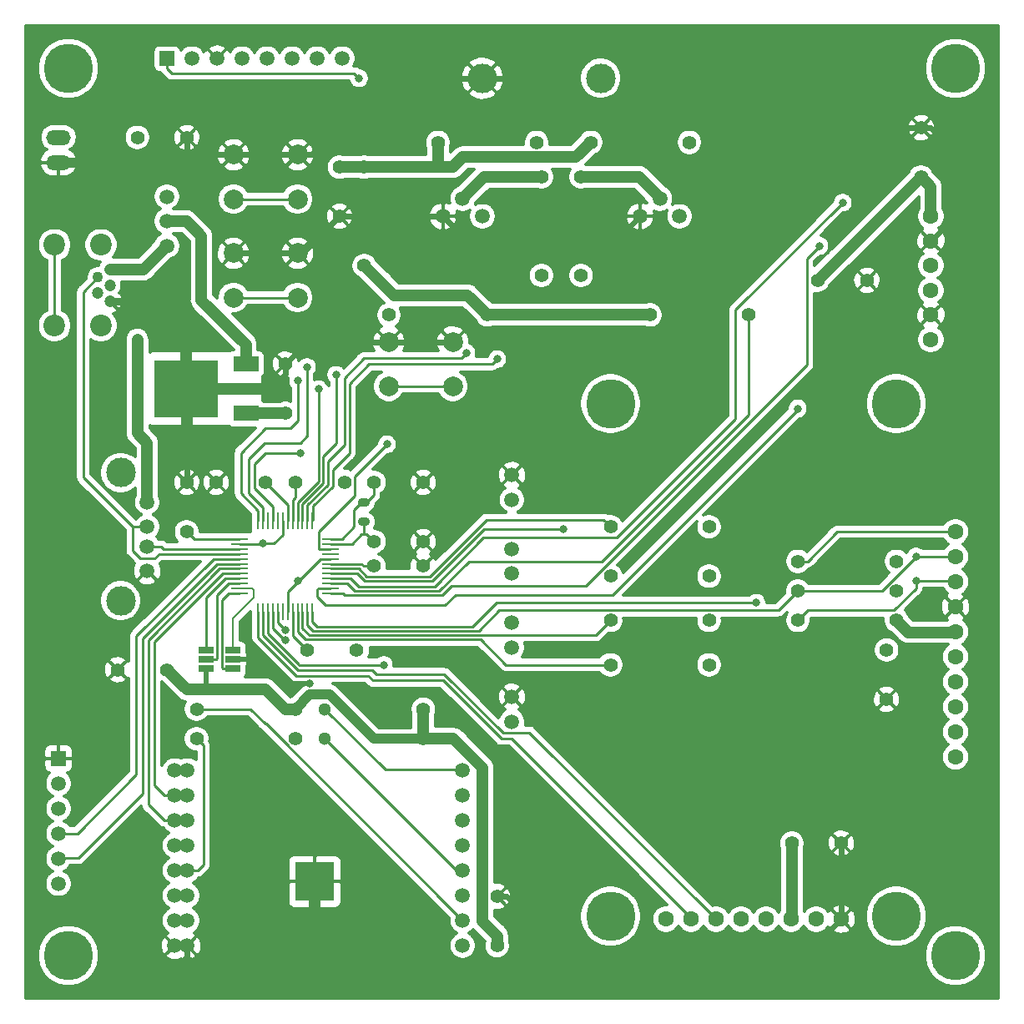
<source format=gbl>
G04 #@! TF.GenerationSoftware,KiCad,Pcbnew,(5.1.5)-3*
G04 #@! TF.CreationDate,2020-05-27T20:28:36+09:00*
G04 #@! TF.ProjectId,SAMD21G_TrainingBoard,53414d44-3231-4475-9f54-7261696e696e,rev?*
G04 #@! TF.SameCoordinates,Original*
G04 #@! TF.FileFunction,Copper,L2,Bot*
G04 #@! TF.FilePolarity,Positive*
%FSLAX46Y46*%
G04 Gerber Fmt 4.6, Leading zero omitted, Abs format (unit mm)*
G04 Created by KiCad (PCBNEW (5.1.5)-3) date 2020-05-27 20:28:36*
%MOMM*%
%LPD*%
G04 APERTURE LIST*
%ADD10R,0.250000X1.800000*%
%ADD11R,1.800000X0.250000*%
%ADD12C,1.500000*%
%ADD13C,1.600000*%
%ADD14R,4.000000X4.000000*%
%ADD15C,3.000000*%
%ADD16R,1.500000X1.500000*%
%ADD17C,1.400000*%
%ADD18C,1.200000*%
%ADD19C,1.100000*%
%ADD20C,2.200000*%
%ADD21O,2.500000X1.500000*%
%ADD22R,2.600000X1.600000*%
%ADD23R,6.400000X5.800000*%
%ADD24R,3.050000X2.750000*%
%ADD25R,1.560000X0.650000*%
%ADD26C,5.000000*%
%ADD27C,1.300000*%
%ADD28C,2.000000*%
%ADD29O,1.200000X0.900000*%
%ADD30C,0.800000*%
%ADD31C,1.200000*%
%ADD32C,0.250000*%
%ADD33C,0.800000*%
%ADD34C,0.600000*%
%ADD35C,0.500000*%
%ADD36C,1.000000*%
%ADD37C,0.200000*%
%ADD38C,0.300000*%
G04 APERTURE END LIST*
D10*
X129750000Y-100900000D03*
X129250000Y-100900000D03*
X128750000Y-100900000D03*
X128250000Y-100900000D03*
X127750000Y-100900000D03*
X127250000Y-100900000D03*
X126750000Y-100900000D03*
X126250000Y-100900000D03*
X125750000Y-100900000D03*
X125250000Y-100900000D03*
X124750000Y-100900000D03*
X124250000Y-100900000D03*
D11*
X122400000Y-102750000D03*
X122400000Y-103250000D03*
X122400000Y-103750000D03*
X122400000Y-104250000D03*
X122400000Y-104750000D03*
X122400000Y-105250000D03*
X122400000Y-105750000D03*
X122400000Y-106250000D03*
X122400000Y-106750000D03*
X122400000Y-107250000D03*
X122400000Y-107750000D03*
X122400000Y-108250000D03*
D10*
X124250000Y-110100000D03*
X124750000Y-110100000D03*
X125250000Y-110100000D03*
X125750000Y-110100000D03*
X126250000Y-110100000D03*
X126750000Y-110100000D03*
X127250000Y-110100000D03*
X127750000Y-110100000D03*
X128250000Y-110100000D03*
X128750000Y-110100000D03*
X129250000Y-110100000D03*
X129750000Y-110100000D03*
D11*
X131600000Y-108250000D03*
X131600000Y-107750000D03*
X131600000Y-107250000D03*
X131600000Y-106750000D03*
X131600000Y-106250000D03*
X131600000Y-105750000D03*
X131600000Y-105250000D03*
X131600000Y-104750000D03*
X131600000Y-104250000D03*
X131600000Y-103750000D03*
X131600000Y-103250000D03*
X131600000Y-102750000D03*
D12*
X115790000Y-144000000D03*
X115790000Y-141460000D03*
X115790000Y-138920000D03*
X115790000Y-136380000D03*
X115790000Y-133840000D03*
X115790000Y-131300000D03*
X115790000Y-128760000D03*
X115790000Y-126220000D03*
X117060000Y-144000000D03*
X117060000Y-141460000D03*
X117060000Y-138920000D03*
X117060000Y-136380000D03*
X117060000Y-133840000D03*
X117060000Y-131300000D03*
X117060000Y-128760000D03*
X117060000Y-126220000D03*
X145000000Y-126220000D03*
X145000000Y-128760000D03*
X145000000Y-131300000D03*
X145000000Y-133840000D03*
X145000000Y-136380000D03*
X145000000Y-138920000D03*
X145000000Y-141460000D03*
X145000000Y-144000000D03*
D13*
X192500000Y-70000000D03*
X192500000Y-72500000D03*
X192500000Y-75000000D03*
X192500000Y-77500000D03*
X192500000Y-80000000D03*
X192500000Y-82500000D03*
X195000000Y-124860000D03*
X195000000Y-122320000D03*
X195000000Y-119780000D03*
X195000000Y-117240000D03*
X195000000Y-114700000D03*
X195000000Y-112160000D03*
X195000000Y-109620000D03*
X195000000Y-107080000D03*
X195000000Y-104540000D03*
X195000000Y-102000000D03*
D14*
X130000000Y-137500000D03*
D15*
X147000000Y-56000000D03*
X159000000Y-56000000D03*
D12*
X132780000Y-54000000D03*
X130240000Y-54000000D03*
X127700000Y-54000000D03*
X125160000Y-54000000D03*
X122620000Y-54000000D03*
X120080000Y-54000000D03*
X117540000Y-54000000D03*
D16*
X115000000Y-54000000D03*
D17*
X132500000Y-65000000D03*
X132500000Y-70000000D03*
X191500000Y-61000000D03*
X191500000Y-66000000D03*
X141000000Y-97000000D03*
X136000000Y-97000000D03*
X136000000Y-103000000D03*
X141000000Y-103000000D03*
X127000000Y-90000000D03*
X127000000Y-85000000D03*
X141000000Y-105500000D03*
X136000000Y-105500000D03*
X120000000Y-97000000D03*
X125000000Y-97000000D03*
X133000000Y-97000000D03*
X128000000Y-97000000D03*
X181000000Y-76500000D03*
X186000000Y-76500000D03*
X134200000Y-114000000D03*
X129200000Y-114000000D03*
X117000000Y-102000000D03*
X117000000Y-97000000D03*
X115000000Y-116000000D03*
X110000000Y-116000000D03*
X148500000Y-144000000D03*
X148500000Y-139000000D03*
X188000000Y-114000000D03*
X188000000Y-119000000D03*
X178400000Y-133600000D03*
X183400000Y-133600000D03*
X112000000Y-62000000D03*
X117000000Y-62000000D03*
D18*
X109200000Y-77000000D03*
X109200000Y-75400000D03*
X109200000Y-78600000D03*
D19*
X108000000Y-76200000D03*
D18*
X108000000Y-77800000D03*
D20*
X108300000Y-72900000D03*
X108300000Y-81100000D03*
X103600000Y-72900000D03*
X103600000Y-81100000D03*
D16*
X104000000Y-125000000D03*
D12*
X104000000Y-127540000D03*
X104000000Y-130080000D03*
X104000000Y-132620000D03*
X104000000Y-135160000D03*
X104000000Y-137700000D03*
D15*
X110300000Y-96000000D03*
X110300000Y-109000000D03*
D12*
X113000000Y-99000000D03*
X113000000Y-101500000D03*
X113000000Y-103500000D03*
X113000000Y-106000000D03*
D21*
X104000000Y-62000000D03*
X104000000Y-64540000D03*
D22*
X123000000Y-85000000D03*
X123000000Y-90000000D03*
D23*
X116900000Y-87500000D03*
D24*
X115225000Y-89025000D03*
X118575000Y-85975000D03*
X115225000Y-85975000D03*
X118575000Y-89025000D03*
D25*
X119000000Y-114950000D03*
X119000000Y-114000000D03*
X119000000Y-115900000D03*
X121700000Y-115900000D03*
X121700000Y-114950000D03*
X121700000Y-114000000D03*
D12*
X115000000Y-73000000D03*
X115000000Y-70500000D03*
X115000000Y-68000000D03*
D17*
X135000000Y-75000000D03*
X135000000Y-65000000D03*
D26*
X189000000Y-89000000D03*
X160000000Y-89000000D03*
X160000000Y-141000000D03*
X189000000Y-141000000D03*
D13*
X183400000Y-141300000D03*
X180860000Y-141300000D03*
X178320000Y-141300000D03*
X175780000Y-141300000D03*
X173240000Y-141300000D03*
X170700000Y-141300000D03*
X168160000Y-141300000D03*
X165620000Y-141300000D03*
D12*
X150000000Y-96250000D03*
X150000000Y-98750000D03*
X150000000Y-106250000D03*
X150000000Y-103750000D03*
X150000000Y-111250000D03*
X150000000Y-113750000D03*
X150000000Y-121250000D03*
X150000000Y-118750000D03*
D17*
X174000000Y-80000000D03*
X164000000Y-80000000D03*
X168000000Y-62500000D03*
X158000000Y-62500000D03*
X142500000Y-62500000D03*
X152500000Y-62500000D03*
X153000000Y-76000000D03*
X153000000Y-66000000D03*
X137520000Y-80000000D03*
X147520000Y-80000000D03*
X157000000Y-66000000D03*
X157000000Y-76000000D03*
X160000000Y-101500000D03*
X170000000Y-101500000D03*
X170000000Y-106500000D03*
X160000000Y-106500000D03*
X179000000Y-111000000D03*
X189000000Y-111000000D03*
X189000000Y-108000000D03*
X179000000Y-108000000D03*
X189000000Y-105000000D03*
X179000000Y-105000000D03*
X170000000Y-111000000D03*
X160000000Y-111000000D03*
X160000000Y-115500000D03*
X170000000Y-115500000D03*
X128000000Y-123000000D03*
X118000000Y-123000000D03*
X118000000Y-120000000D03*
X128000000Y-120000000D03*
X141000000Y-120000000D03*
D27*
X131000000Y-120000000D03*
X131000000Y-123000000D03*
D17*
X141000000Y-123000000D03*
D28*
X144000000Y-87250000D03*
X137500000Y-87250000D03*
X137500000Y-82750000D03*
X144000000Y-82750000D03*
X128250000Y-63750000D03*
X121750000Y-63750000D03*
X121750000Y-68250000D03*
X128250000Y-68250000D03*
X128250000Y-78250000D03*
X121750000Y-78250000D03*
X121750000Y-73750000D03*
X128250000Y-73750000D03*
D12*
X147000000Y-70000000D03*
X143000000Y-70000000D03*
X145000000Y-68200000D03*
X165000000Y-68200000D03*
X163000000Y-70000000D03*
X167000000Y-70000000D03*
D29*
X135000000Y-99000000D03*
X135000000Y-101000000D03*
D26*
X105000000Y-55000000D03*
X195000000Y-55000000D03*
X195000000Y-145000000D03*
X105000000Y-145000000D03*
D30*
X129500000Y-117400000D03*
X128300000Y-107000000D03*
X124700000Y-103200000D03*
X112000000Y-82500000D03*
X128500000Y-94000000D03*
X134500000Y-56000000D03*
X130378400Y-87550600D03*
X132161900Y-86081100D03*
X148500000Y-84500000D03*
X145369100Y-83869700D03*
X129200000Y-85300000D03*
X128300000Y-86700000D03*
X137000000Y-115500000D03*
X127000000Y-113000000D03*
X191000000Y-104500000D03*
X174800000Y-109200000D03*
X191000000Y-107000000D03*
X181200000Y-73000000D03*
X179000000Y-89500000D03*
X183551400Y-68626000D03*
X155200004Y-101700000D03*
X137311400Y-93137700D03*
X127000000Y-112000000D03*
D31*
X144990000Y-64000000D02*
X145000000Y-64000000D01*
X142500000Y-65000000D02*
X144000000Y-65000000D01*
X144000000Y-65000000D02*
X145000000Y-64000000D01*
X135000000Y-65000000D02*
X142500000Y-65000000D01*
D32*
X131600000Y-105250000D02*
X134700000Y-105250000D01*
X134700000Y-105250000D02*
X134950000Y-105500000D01*
X134950000Y-105500000D02*
X136000000Y-105500000D01*
D31*
X142500000Y-62500000D02*
X142500000Y-65000000D01*
X145000000Y-64000000D02*
X156500000Y-64000000D01*
X156500000Y-64000000D02*
X158000000Y-62500000D01*
X132500000Y-65000000D02*
X135000000Y-65000000D01*
X117000000Y-87500000D02*
X118575000Y-87500000D01*
D32*
X116900000Y-86962500D02*
X117000000Y-87062500D01*
X117000000Y-87062500D02*
X117000000Y-87500000D01*
D31*
X116900000Y-86962500D02*
X116900000Y-87500000D01*
X116900000Y-86425000D02*
X116900000Y-86962500D01*
D32*
X115225000Y-89025000D02*
X115225000Y-87324700D01*
X115675000Y-86425000D02*
X115225000Y-85975000D01*
X116900000Y-86425000D02*
X115675000Y-86425000D01*
X115225000Y-87324700D02*
X115675000Y-86874700D01*
X115675000Y-86874700D02*
X115675000Y-86425000D01*
D33*
X109200000Y-78600000D02*
X112300000Y-78600000D01*
D31*
X112300000Y-78600000D02*
X116900000Y-83200000D01*
X116900000Y-83200000D02*
X116900000Y-86425000D01*
D32*
X118575000Y-89025000D02*
X118575000Y-87500000D01*
D31*
X118575000Y-87500000D02*
X125490000Y-87500000D01*
D34*
X125490000Y-87500000D02*
X127000000Y-85989900D01*
X127000000Y-85989900D02*
X127000000Y-85000000D01*
D32*
X118575000Y-85975000D02*
X118575000Y-87500000D01*
D31*
X137525000Y-82725000D02*
X137500000Y-82700000D01*
D34*
X144000000Y-82750000D02*
X137550000Y-82750000D01*
D31*
X137550000Y-82750000D02*
X137525000Y-82725000D01*
D32*
X137525000Y-82725000D02*
X137500000Y-82750000D01*
X137450000Y-82800000D02*
X137500000Y-82750000D01*
D31*
X137450000Y-82800000D02*
X137500000Y-82800000D01*
D34*
X127000000Y-85000000D02*
X129200000Y-82800000D01*
X129200000Y-82800000D02*
X137450000Y-82800000D01*
D31*
X153000000Y-146000000D02*
X178700000Y-146000000D01*
D34*
X178700000Y-146000000D02*
X183400000Y-141300000D01*
X148500000Y-139000000D02*
X149490000Y-139000000D01*
X149490000Y-139000000D02*
X153000000Y-142510000D01*
D31*
X153000000Y-142510000D02*
X153000000Y-146000000D01*
D32*
X122400000Y-103250000D02*
X122500000Y-103250000D01*
D35*
X123430000Y-114950000D02*
X123950000Y-114950000D01*
X123950000Y-114950000D02*
X126400000Y-117400000D01*
X126400000Y-117400000D02*
X129500000Y-117400000D01*
X121700000Y-114950000D02*
X123430000Y-114950000D01*
D34*
X128250000Y-73750000D02*
X128750000Y-73750000D01*
X128750000Y-73750000D02*
X132500000Y-70000000D01*
X143000000Y-70000000D02*
X145500000Y-72500000D01*
D31*
X145500000Y-72500000D02*
X160500000Y-72500000D01*
D34*
X160500000Y-72500000D02*
X163000000Y-70000000D01*
X121750000Y-73750000D02*
X128250000Y-73750000D01*
X132500000Y-70000000D02*
X143000000Y-70000000D01*
X117060000Y-144000000D02*
X117060000Y-145560000D01*
D31*
X117060000Y-145560000D02*
X117500000Y-146000000D01*
X117500000Y-146000000D02*
X130000000Y-146000000D01*
X130000000Y-146000000D02*
X153000000Y-146000000D01*
X130000000Y-137500000D02*
X130000000Y-146000000D01*
D34*
X191500000Y-61000000D02*
X192490000Y-61000000D01*
X192490000Y-61000000D02*
X195500000Y-64010100D01*
D31*
X195500000Y-64010100D02*
X195500000Y-69500000D01*
D34*
X195500000Y-69500000D02*
X192500000Y-72500000D01*
X147000000Y-56000000D02*
X149121000Y-56000000D01*
X149121000Y-56000000D02*
X154121000Y-51000000D01*
X154121000Y-61000000D02*
X191500000Y-61000000D01*
X128250000Y-63750000D02*
X129664000Y-63750000D01*
X129664000Y-63750000D02*
X137414000Y-56000000D01*
X137414000Y-56000000D02*
X147000000Y-56000000D01*
X121750000Y-63750000D02*
X128250000Y-63750000D01*
D36*
X104000000Y-64540000D02*
X116210000Y-64540000D01*
D31*
X116210000Y-64540000D02*
X117000000Y-63750000D01*
D34*
X117000000Y-62000000D02*
X117000000Y-63750000D01*
X121750000Y-63750000D02*
X117000000Y-63750000D01*
D32*
X125865685Y-103200000D02*
X124700000Y-103200000D01*
X126750000Y-100900000D02*
X126750000Y-102315685D01*
X126750000Y-102315685D02*
X125865685Y-103200000D01*
X124650000Y-103250000D02*
X122400000Y-103250000D01*
X124700000Y-103200000D02*
X124650000Y-103250000D01*
X130550000Y-104750000D02*
X131600000Y-104750000D01*
X127250000Y-110100000D02*
X127250000Y-108050000D01*
X127250000Y-108050000D02*
X130550000Y-104750000D01*
D34*
X183400000Y-141300000D02*
X183400000Y-133600000D01*
D31*
X117000000Y-93500000D02*
X117000000Y-87500000D01*
D34*
X117000000Y-97000000D02*
X117000000Y-93500000D01*
D32*
X194960000Y-112200000D02*
X195000000Y-112160000D01*
D31*
X194960000Y-112200000D02*
X195000000Y-112200000D01*
X189000000Y-111000000D02*
X190200000Y-112200000D01*
X190200000Y-112200000D02*
X194960000Y-112200000D01*
X119000000Y-118000000D02*
X117000000Y-118000000D01*
X117000000Y-118000000D02*
X115000000Y-116000000D01*
X128000000Y-120000000D02*
X127010000Y-120000000D01*
X127010000Y-120000000D02*
X125010000Y-118000000D01*
X125010000Y-118000000D02*
X119000000Y-118000000D01*
D32*
X127750000Y-110100000D02*
X127750000Y-112550000D01*
X127750000Y-112550000D02*
X129200000Y-114000000D01*
D31*
X164000000Y-80000000D02*
X147520000Y-80000000D01*
X191500000Y-66000000D02*
X181000000Y-76500000D01*
D32*
X127750000Y-100900000D02*
X127750000Y-98750000D01*
X127750000Y-98750000D02*
X128000000Y-98500000D01*
X128000000Y-98500000D02*
X128000000Y-97000000D01*
X122400000Y-102750000D02*
X117750000Y-102750000D01*
X117750000Y-102750000D02*
X117000000Y-102000000D01*
D36*
X128000000Y-120000000D02*
X129500000Y-118500000D01*
X129500000Y-118500000D02*
X131500000Y-118500000D01*
X131500000Y-118500000D02*
X136000000Y-123000000D01*
X136000000Y-123000000D02*
X141000000Y-123000000D01*
D35*
X119000000Y-115900000D02*
X119000000Y-118000000D01*
D31*
X148500000Y-144000000D02*
X148500000Y-143010000D01*
X148500000Y-143010000D02*
X147000000Y-141510000D01*
X147000000Y-141510000D02*
X147000000Y-125926000D01*
X147000000Y-125926000D02*
X144074000Y-123000000D01*
X144074000Y-123000000D02*
X141000000Y-123000000D01*
X141000000Y-120000000D02*
X141000000Y-123000000D01*
X192500000Y-70000000D02*
X192500000Y-67000000D01*
X192500000Y-67000000D02*
X191500000Y-66000000D01*
X147520000Y-80000000D02*
X147500000Y-80000000D01*
X147500000Y-80000000D02*
X145500000Y-78000000D01*
X145500000Y-78000000D02*
X138000000Y-78000000D01*
X138000000Y-78000000D02*
X135000000Y-75000000D01*
X127000000Y-90000000D02*
X123000000Y-90000000D01*
X178400000Y-133600000D02*
X178400000Y-141400000D01*
D32*
X135000000Y-99000000D02*
X135250000Y-99000000D01*
X135250000Y-99000000D02*
X136000000Y-98250000D01*
X136000000Y-98250000D02*
X136000000Y-97000000D01*
X131600000Y-102750000D02*
X132750000Y-102750000D01*
X132750000Y-102750000D02*
X134000000Y-101500000D01*
X134000000Y-101500000D02*
X134000000Y-99750000D01*
X134000000Y-99750000D02*
X134750000Y-99000000D01*
X134750000Y-99000000D02*
X135000000Y-99000000D01*
X131600000Y-103250000D02*
X133750000Y-103250000D01*
X133750000Y-103250000D02*
X134750000Y-102250000D01*
X134750000Y-102250000D02*
X135000000Y-102250000D01*
X136000000Y-103000000D02*
X135250000Y-102250000D01*
X135250000Y-102250000D02*
X135000000Y-102250000D01*
X135000000Y-102250000D02*
X135000000Y-101000000D01*
X127250000Y-100900000D02*
X127250000Y-99250000D01*
X127250000Y-99250000D02*
X125000000Y-97000000D01*
D31*
X113000000Y-99000000D02*
X113000000Y-93500000D01*
X113000000Y-93500000D02*
X113000000Y-93000000D01*
X113000000Y-93000000D02*
X112000000Y-92000000D01*
X112000000Y-92000000D02*
X112000000Y-82500000D01*
X112000000Y-82500000D02*
X112000000Y-82500000D01*
D32*
X128500000Y-94000000D02*
X125000000Y-94000000D01*
X125000000Y-94000000D02*
X123900000Y-95100000D01*
X123900000Y-95100000D02*
X123900000Y-97600000D01*
X123900000Y-97600000D02*
X125750000Y-99450000D01*
X125750000Y-99450000D02*
X125750000Y-100900000D01*
X134500000Y-56000000D02*
X134000000Y-55500000D01*
X134000000Y-55500000D02*
X115500000Y-55500000D01*
X115500000Y-55500000D02*
X115000000Y-55000000D01*
X115000000Y-55000000D02*
X115000000Y-54000000D01*
X144000000Y-87250000D02*
X137500000Y-87250000D01*
X128250000Y-99037800D02*
X128250000Y-100900000D01*
X130400000Y-96887800D02*
X128250000Y-99037800D01*
X130378400Y-87550600D02*
X130400000Y-87572200D01*
X130400000Y-87572200D02*
X130400000Y-96887800D01*
X128750000Y-99174700D02*
X128750000Y-99750000D01*
X132161900Y-93052700D02*
X130850011Y-94364589D01*
X130850011Y-97074689D02*
X128750000Y-99174700D01*
X130850011Y-94364589D02*
X130850011Y-97074689D01*
X132161900Y-86081100D02*
X132161900Y-93052700D01*
X128750000Y-99750000D02*
X128750000Y-100900000D01*
X114400000Y-103500000D02*
X112900000Y-103500000D01*
X122400000Y-103750000D02*
X114650000Y-103750000D01*
X114650000Y-103750000D02*
X114400000Y-103500000D01*
D31*
X109200000Y-75400000D02*
X112600000Y-75400000D01*
X112600000Y-75400000D02*
X115000000Y-73000000D01*
D32*
X114200000Y-104250000D02*
X122400000Y-104250000D01*
X113750000Y-104700000D02*
X114200000Y-104250000D01*
X113000000Y-101500000D02*
X111500000Y-101500000D01*
X111500000Y-101500000D02*
X111500000Y-103900000D01*
X112300000Y-104700000D02*
X113750000Y-104700000D01*
X111500000Y-103900000D02*
X112300000Y-104700000D01*
X106500000Y-96500000D02*
X111500000Y-101500000D01*
X108000000Y-76200000D02*
X106500000Y-77700000D01*
X106500000Y-77700000D02*
X106500000Y-96500000D01*
X104020000Y-132600000D02*
X104000000Y-132620000D01*
X119750000Y-104750000D02*
X111900000Y-112600000D01*
X111900000Y-126600000D02*
X105900000Y-132600000D01*
X105900000Y-132600000D02*
X104020000Y-132600000D01*
X122400000Y-104750000D02*
X119750000Y-104750000D01*
X111900000Y-112600000D02*
X111900000Y-126600000D01*
X104060000Y-135100000D02*
X104000000Y-135160000D01*
X104060000Y-135100000D02*
X104000000Y-135100000D01*
X112500000Y-128600000D02*
X106000000Y-135100000D01*
X106000000Y-135100000D02*
X104060000Y-135100000D01*
X112500000Y-112800000D02*
X112500000Y-128600000D01*
X122400000Y-105250000D02*
X120050000Y-105250000D01*
X120050000Y-105250000D02*
X112500000Y-112800000D01*
X148500000Y-84500000D02*
X148000000Y-85000000D01*
X148000000Y-85000000D02*
X135500000Y-85000000D01*
X135500000Y-85000000D02*
X133500000Y-87000000D01*
X133500000Y-94000000D02*
X131800000Y-95700000D01*
X133500000Y-87000000D02*
X133500000Y-94000000D01*
X131800000Y-95700000D02*
X131800000Y-97398010D01*
X131800000Y-97398010D02*
X129800000Y-99398010D01*
X129800000Y-99398010D02*
X129800000Y-100800000D01*
X145369100Y-83869700D02*
X144838800Y-84400000D01*
X131300022Y-94899978D02*
X131300022Y-97261578D01*
X131300022Y-97261578D02*
X129250000Y-99311600D01*
X144838800Y-84400000D02*
X135000000Y-84400000D01*
X133000000Y-93200000D02*
X131300022Y-94899978D01*
X129250000Y-99750000D02*
X129250000Y-100900000D01*
X129250000Y-99311600D02*
X129250000Y-99750000D01*
X133000000Y-86400000D02*
X133000000Y-93200000D01*
X135000000Y-84400000D02*
X133000000Y-86400000D01*
X121750000Y-68250000D02*
X128250000Y-68250000D01*
X124750000Y-99550000D02*
X124750000Y-100900000D01*
X123300000Y-94600000D02*
X123300000Y-98100000D01*
X129225000Y-85325000D02*
X129225000Y-92275000D01*
X123300000Y-98100000D02*
X124750000Y-99550000D01*
X129200000Y-85300000D02*
X129225000Y-85325000D01*
X128500000Y-93000000D02*
X124900000Y-93000000D01*
X129225000Y-92275000D02*
X128500000Y-93000000D01*
X124900000Y-93000000D02*
X123300000Y-94600000D01*
X121750000Y-78250000D02*
X128250000Y-78250000D01*
X124250000Y-99850000D02*
X124250000Y-100900000D01*
X128300000Y-90700000D02*
X127500000Y-91500000D01*
X122500000Y-98100000D02*
X124250000Y-99850000D01*
X127500000Y-91500000D02*
X125000000Y-91500000D01*
X128300000Y-86700000D02*
X128300000Y-90700000D01*
X125000000Y-91500000D02*
X122500000Y-94000000D01*
X122500000Y-94000000D02*
X122500000Y-98100000D01*
X113100000Y-113000000D02*
X120350000Y-105750000D01*
X120350000Y-105750000D02*
X122400000Y-105750000D01*
X113100000Y-129671000D02*
X113100000Y-113000000D01*
X115790000Y-131300000D02*
X114729000Y-131300000D01*
X114729000Y-131300000D02*
X113100000Y-129671000D01*
X120650000Y-106250000D02*
X122400000Y-106250000D01*
X113700000Y-127731000D02*
X113700000Y-113200000D01*
X115790000Y-128760000D02*
X114729000Y-128760000D01*
X113700000Y-113200000D02*
X120650000Y-106250000D01*
X114729000Y-128760000D02*
X113700000Y-127731000D01*
X122400000Y-106750000D02*
X120950000Y-106750000D01*
X120950000Y-106750000D02*
X119000000Y-108700000D01*
X119000000Y-108700000D02*
X119000000Y-114000000D01*
X122400000Y-107250000D02*
X121250000Y-107250000D01*
X121250000Y-107250000D02*
X120105000Y-108395000D01*
X120105000Y-108395000D02*
X120105000Y-114875000D01*
X120105000Y-114875000D02*
X120030000Y-114950000D01*
X120030000Y-114950000D02*
X119000000Y-114950000D01*
D37*
X121700000Y-113900000D02*
X121700000Y-114000000D01*
X123800000Y-108700000D02*
X121700000Y-110800000D01*
X122400000Y-107750000D02*
X123600000Y-107750000D01*
X123800000Y-107950000D02*
X123800000Y-108700000D01*
X123600000Y-107750000D02*
X123800000Y-107950000D01*
X121700000Y-110800000D02*
X121700000Y-113900000D01*
D32*
X122400000Y-108250000D02*
X121250000Y-108250000D01*
X121250000Y-108250000D02*
X120595000Y-108905000D01*
X120595000Y-108905000D02*
X120595000Y-115825000D01*
X120595000Y-115825000D02*
X120670000Y-115900000D01*
X120670000Y-115900000D02*
X121700000Y-115900000D01*
X168160000Y-141160000D02*
X168160000Y-141300000D01*
X148911600Y-123000000D02*
X150000000Y-123000000D01*
X143011600Y-117100000D02*
X148911600Y-123000000D01*
X124250000Y-112700900D02*
X128149100Y-116600000D01*
X124250000Y-110100000D02*
X124250000Y-112700900D01*
X135400000Y-116600000D02*
X135900000Y-117100000D01*
X150000000Y-123000000D02*
X168160000Y-141160000D01*
X128149100Y-116600000D02*
X135400000Y-116600000D01*
X135900000Y-117100000D02*
X143011600Y-117100000D01*
X124750000Y-111250000D02*
X124750000Y-110100000D01*
X151776100Y-122376100D02*
X149076100Y-122376100D01*
X170700000Y-141300000D02*
X151776100Y-122376100D01*
X124750000Y-112487000D02*
X124750000Y-111250000D01*
X149076100Y-122376100D02*
X143136400Y-116436400D01*
X128263000Y-116000000D02*
X124750000Y-112487000D01*
X143136400Y-116436400D02*
X136254605Y-116436400D01*
X135818205Y-116000000D02*
X128263000Y-116000000D01*
X136254605Y-116436400D02*
X135818205Y-116000000D01*
X137000000Y-115500000D02*
X128400000Y-115500000D01*
X128400000Y-115500000D02*
X128400000Y-115473000D01*
X128400000Y-115473000D02*
X125250000Y-112323000D01*
X125250000Y-112323000D02*
X125250000Y-110100000D01*
X125750000Y-110100000D02*
X125750000Y-111823000D01*
X125750000Y-111823000D02*
X126827000Y-112900000D01*
X126827000Y-112900000D02*
X126900000Y-112900000D01*
X126900000Y-112900000D02*
X127000000Y-113000000D01*
X160000000Y-115500000D02*
X149400000Y-115500000D01*
X149400000Y-115500000D02*
X146850033Y-112950033D01*
X128250000Y-112150000D02*
X128250000Y-111250000D01*
X129050033Y-112950033D02*
X128250000Y-112150000D01*
X146850033Y-112950033D02*
X129050033Y-112950033D01*
X128250000Y-111250000D02*
X128250000Y-110100000D01*
X128750000Y-111800000D02*
X128750000Y-111250000D01*
X160000000Y-111000000D02*
X158499978Y-112500022D01*
X128750000Y-111250000D02*
X128750000Y-110100000D01*
X129450022Y-112500022D02*
X128750000Y-111800000D01*
X158499978Y-112500022D02*
X129450022Y-112500022D01*
X194960000Y-104500000D02*
X195000000Y-104540000D01*
X194960000Y-104500000D02*
X195000000Y-104500000D01*
X191017000Y-104500000D02*
X194960000Y-104500000D01*
X179000000Y-108000000D02*
X187517000Y-108000000D01*
X187517000Y-108000000D02*
X191017000Y-104500000D01*
X191000000Y-104500000D02*
X191017000Y-104500000D01*
X177025000Y-109975000D02*
X178300001Y-108699999D01*
X129850011Y-112050011D02*
X146649989Y-112050011D01*
X146649989Y-112050011D02*
X148725000Y-109975000D01*
X129250000Y-111450000D02*
X129850011Y-112050011D01*
X148725000Y-109975000D02*
X177025000Y-109975000D01*
X129250000Y-110100000D02*
X129250000Y-111450000D01*
X178300001Y-108699999D02*
X179000000Y-108000000D01*
X195000000Y-107080000D02*
X195000000Y-107000000D01*
X179000000Y-111000000D02*
X180025000Y-109975000D01*
X180025000Y-109975000D02*
X188775000Y-109975000D01*
X188775000Y-109975000D02*
X191000000Y-107750000D01*
X191000000Y-107750000D02*
X191000000Y-107000000D01*
X191000000Y-107000000D02*
X195000000Y-107000000D01*
X148400000Y-109200000D02*
X174800000Y-109200000D01*
X130200000Y-111600000D02*
X146000000Y-111600000D01*
X129750000Y-110100000D02*
X129750000Y-111150000D01*
X146000000Y-111600000D02*
X148400000Y-109200000D01*
X129750000Y-111150000D02*
X130200000Y-111600000D01*
X179935500Y-74264500D02*
X181200000Y-73000000D01*
X179935500Y-85064500D02*
X179935500Y-74264500D01*
X157500000Y-107500000D02*
X179935500Y-85064500D01*
X131600000Y-108250000D02*
X132825300Y-108250000D01*
X132825300Y-108250000D02*
X133016500Y-108441200D01*
X133016500Y-108441200D02*
X142958800Y-108441200D01*
X143900000Y-107500000D02*
X157500000Y-107500000D01*
X142958800Y-108441200D02*
X143900000Y-107500000D01*
X130200000Y-108600000D02*
X131075050Y-109475050D01*
X130200000Y-107900000D02*
X130200000Y-108600000D01*
X131600000Y-107750000D02*
X130350000Y-107750000D01*
X130350000Y-107750000D02*
X130200000Y-107900000D01*
X131075050Y-109475050D02*
X138524950Y-109475050D01*
X138524950Y-109475050D02*
X143224950Y-109475050D01*
X143224950Y-109475050D02*
X144300000Y-108400000D01*
X144300000Y-108400000D02*
X160200000Y-108400000D01*
X160200000Y-108400000D02*
X179000000Y-89600000D01*
X179000000Y-89600000D02*
X179000000Y-89500000D01*
X132750000Y-106750000D02*
X131600000Y-106750000D01*
X133656600Y-106750000D02*
X132750000Y-106750000D01*
X142159500Y-107540500D02*
X134447100Y-107540500D01*
X172672800Y-79504600D02*
X172672800Y-90527200D01*
X134447100Y-107540500D02*
X133656600Y-106750000D01*
X183551400Y-68626000D02*
X172672800Y-79504600D01*
X172672800Y-90527200D02*
X160600000Y-102600000D01*
X160600000Y-102600000D02*
X147100000Y-102600000D01*
X147100000Y-102600000D02*
X142159500Y-107540500D01*
X135025000Y-106975000D02*
X141925000Y-106975000D01*
X131600000Y-106250000D02*
X134300000Y-106250000D01*
X134300000Y-106250000D02*
X135025000Y-106975000D01*
X141925000Y-106975000D02*
X147200000Y-101700000D01*
X154634319Y-101700000D02*
X155200004Y-101700000D01*
X147200000Y-101700000D02*
X154634319Y-101700000D01*
X134450000Y-105750000D02*
X131600000Y-105750000D01*
X147400000Y-100800000D02*
X141675000Y-106525000D01*
X159300000Y-100800000D02*
X147400000Y-100800000D01*
X160000000Y-101500000D02*
X159300000Y-100800000D01*
X141675000Y-106525000D02*
X135225000Y-106525000D01*
X135225000Y-106525000D02*
X134450000Y-105750000D01*
X131600000Y-103750000D02*
X130374700Y-103750000D01*
X137311400Y-93137700D02*
X134074600Y-96374500D01*
X134074600Y-96374500D02*
X134074600Y-98313100D01*
X134074600Y-98313100D02*
X130374700Y-102013000D01*
X130374700Y-102013000D02*
X130374700Y-103750000D01*
D31*
X115000000Y-70500000D02*
X117000000Y-70500000D01*
X117000000Y-70500000D02*
X118500000Y-72000000D01*
X118500000Y-72000000D02*
X118500000Y-78500000D01*
X118500000Y-78500000D02*
X123000000Y-83000000D01*
X123000000Y-83000000D02*
X123000000Y-85000000D01*
D32*
X195000000Y-102000000D02*
X195250000Y-102000000D01*
X179000000Y-105000000D02*
X179990000Y-105000000D01*
X179990000Y-105000000D02*
X182990000Y-102000000D01*
X182990000Y-102000000D02*
X195000000Y-102000000D01*
D31*
X153000000Y-66000000D02*
X147200000Y-66000000D01*
X147200000Y-66000000D02*
X145000000Y-68200000D01*
D32*
X165000000Y-68100000D02*
X165000000Y-68200000D01*
D31*
X165000000Y-68100000D02*
X165100000Y-68200000D01*
X157000000Y-66000000D02*
X162900000Y-66000000D01*
X162900000Y-66000000D02*
X165000000Y-68100000D01*
D32*
X117060000Y-136380000D02*
X118121000Y-136380000D01*
X118121000Y-136380000D02*
X118700000Y-135801000D01*
X118700000Y-135801000D02*
X118700000Y-123700000D01*
X118700000Y-123700000D02*
X118000000Y-123000000D01*
X145000000Y-141460000D02*
X125040000Y-121500000D01*
X125040000Y-121500000D02*
X125000000Y-121500000D01*
X125000000Y-121500000D02*
X123500000Y-120000000D01*
X123500000Y-120000000D02*
X118000000Y-120000000D01*
X145000000Y-126220000D02*
X145000000Y-126150000D01*
X131000000Y-120000000D02*
X137150000Y-126150000D01*
X137150000Y-126150000D02*
X145000000Y-126150000D01*
X145000000Y-136440000D02*
X145070000Y-136440000D01*
X131000000Y-123000000D02*
X144440000Y-136440000D01*
X144440000Y-136440000D02*
X145000000Y-136440000D01*
X145000000Y-136380000D02*
X145000000Y-136440000D01*
X103600000Y-81100000D02*
X103600000Y-72900000D01*
X126250000Y-110100000D02*
X126250000Y-111250000D01*
X126250000Y-111250000D02*
X127000000Y-112000000D01*
X133294700Y-107250000D02*
X131600000Y-107250000D01*
X134035500Y-107990800D02*
X133294700Y-107250000D01*
X174000000Y-90100000D02*
X159100000Y-105000000D01*
X145600000Y-105000000D02*
X142609200Y-107990800D01*
X159100000Y-105000000D02*
X145600000Y-105000000D01*
X174000000Y-80000000D02*
X174000000Y-90100000D01*
X142609200Y-107990800D02*
X134035500Y-107990800D01*
D38*
G36*
X199317001Y-149317000D02*
G01*
X100683000Y-149317000D01*
X100683000Y-144688964D01*
X101842000Y-144688964D01*
X101842000Y-145311036D01*
X101963360Y-145921155D01*
X102201417Y-146495874D01*
X102547021Y-147013108D01*
X102986892Y-147452979D01*
X103504126Y-147798583D01*
X104078845Y-148036640D01*
X104688964Y-148158000D01*
X105311036Y-148158000D01*
X105921155Y-148036640D01*
X106495874Y-147798583D01*
X107013108Y-147452979D01*
X107452979Y-147013108D01*
X107798583Y-146495874D01*
X108036640Y-145921155D01*
X108158000Y-145311036D01*
X108158000Y-144688964D01*
X108036640Y-144078845D01*
X107798583Y-143504126D01*
X107452979Y-142986892D01*
X107013108Y-142547021D01*
X106495874Y-142201417D01*
X105921155Y-141963360D01*
X105311036Y-141842000D01*
X104688964Y-141842000D01*
X104078845Y-141963360D01*
X103504126Y-142201417D01*
X102986892Y-142547021D01*
X102547021Y-142986892D01*
X102201417Y-143504126D01*
X101963360Y-144078845D01*
X101842000Y-144688964D01*
X100683000Y-144688964D01*
X100683000Y-125750000D01*
X102496371Y-125750000D01*
X102510852Y-125897026D01*
X102553738Y-126038401D01*
X102623380Y-126168694D01*
X102717104Y-126282896D01*
X102831306Y-126376620D01*
X102961599Y-126446262D01*
X103069725Y-126479062D01*
X102906335Y-126642452D01*
X102752246Y-126873062D01*
X102646108Y-127129301D01*
X102592000Y-127401324D01*
X102592000Y-127678676D01*
X102646108Y-127950699D01*
X102752246Y-128206938D01*
X102906335Y-128437548D01*
X103102452Y-128633665D01*
X103333062Y-128787754D01*
X103386768Y-128810000D01*
X103333062Y-128832246D01*
X103102452Y-128986335D01*
X102906335Y-129182452D01*
X102752246Y-129413062D01*
X102646108Y-129669301D01*
X102592000Y-129941324D01*
X102592000Y-130218676D01*
X102646108Y-130490699D01*
X102752246Y-130746938D01*
X102906335Y-130977548D01*
X103102452Y-131173665D01*
X103333062Y-131327754D01*
X103386768Y-131350000D01*
X103333062Y-131372246D01*
X103102452Y-131526335D01*
X102906335Y-131722452D01*
X102752246Y-131953062D01*
X102646108Y-132209301D01*
X102592000Y-132481324D01*
X102592000Y-132758676D01*
X102646108Y-133030699D01*
X102752246Y-133286938D01*
X102906335Y-133517548D01*
X103102452Y-133713665D01*
X103333062Y-133867754D01*
X103386768Y-133890000D01*
X103333062Y-133912246D01*
X103102452Y-134066335D01*
X102906335Y-134262452D01*
X102752246Y-134493062D01*
X102646108Y-134749301D01*
X102592000Y-135021324D01*
X102592000Y-135298676D01*
X102646108Y-135570699D01*
X102752246Y-135826938D01*
X102906335Y-136057548D01*
X103102452Y-136253665D01*
X103333062Y-136407754D01*
X103386768Y-136430000D01*
X103333062Y-136452246D01*
X103102452Y-136606335D01*
X102906335Y-136802452D01*
X102752246Y-137033062D01*
X102646108Y-137289301D01*
X102592000Y-137561324D01*
X102592000Y-137838676D01*
X102646108Y-138110699D01*
X102752246Y-138366938D01*
X102906335Y-138597548D01*
X103102452Y-138793665D01*
X103333062Y-138947754D01*
X103589301Y-139053892D01*
X103861324Y-139108000D01*
X104138676Y-139108000D01*
X104410699Y-139053892D01*
X104666938Y-138947754D01*
X104897548Y-138793665D01*
X105093665Y-138597548D01*
X105247754Y-138366938D01*
X105353892Y-138110699D01*
X105408000Y-137838676D01*
X105408000Y-137561324D01*
X105353892Y-137289301D01*
X105247754Y-137033062D01*
X105093665Y-136802452D01*
X104897548Y-136606335D01*
X104666938Y-136452246D01*
X104613232Y-136430000D01*
X104666938Y-136407754D01*
X104897548Y-136253665D01*
X105093665Y-136057548D01*
X105210294Y-135883000D01*
X105961550Y-135883000D01*
X106000000Y-135886787D01*
X106038450Y-135883000D01*
X106038460Y-135883000D01*
X106153495Y-135871670D01*
X106301091Y-135826897D01*
X106437116Y-135754190D01*
X106556343Y-135656343D01*
X106580864Y-135626464D01*
X112341016Y-129866313D01*
X112373103Y-129972090D01*
X112445810Y-130108115D01*
X112543657Y-130227343D01*
X112573536Y-130251864D01*
X114148145Y-131826475D01*
X114172657Y-131856343D01*
X114202525Y-131880855D01*
X114202530Y-131880860D01*
X114281673Y-131945810D01*
X114291884Y-131954190D01*
X114427909Y-132026897D01*
X114575505Y-132071670D01*
X114614813Y-132075541D01*
X114696335Y-132197548D01*
X114892452Y-132393665D01*
X115123062Y-132547754D01*
X115176768Y-132570000D01*
X115123062Y-132592246D01*
X114892452Y-132746335D01*
X114696335Y-132942452D01*
X114542246Y-133173062D01*
X114436108Y-133429301D01*
X114382000Y-133701324D01*
X114382000Y-133978676D01*
X114436108Y-134250699D01*
X114542246Y-134506938D01*
X114696335Y-134737548D01*
X114892452Y-134933665D01*
X115123062Y-135087754D01*
X115176768Y-135110000D01*
X115123062Y-135132246D01*
X114892452Y-135286335D01*
X114696335Y-135482452D01*
X114542246Y-135713062D01*
X114436108Y-135969301D01*
X114382000Y-136241324D01*
X114382000Y-136518676D01*
X114436108Y-136790699D01*
X114542246Y-137046938D01*
X114696335Y-137277548D01*
X114892452Y-137473665D01*
X115123062Y-137627754D01*
X115176768Y-137650000D01*
X115123062Y-137672246D01*
X114892452Y-137826335D01*
X114696335Y-138022452D01*
X114542246Y-138253062D01*
X114436108Y-138509301D01*
X114382000Y-138781324D01*
X114382000Y-139058676D01*
X114436108Y-139330699D01*
X114542246Y-139586938D01*
X114696335Y-139817548D01*
X114892452Y-140013665D01*
X115123062Y-140167754D01*
X115176768Y-140190000D01*
X115123062Y-140212246D01*
X114892452Y-140366335D01*
X114696335Y-140562452D01*
X114542246Y-140793062D01*
X114436108Y-141049301D01*
X114382000Y-141321324D01*
X114382000Y-141598676D01*
X114436108Y-141870699D01*
X114542246Y-142126938D01*
X114696335Y-142357548D01*
X114892452Y-142553665D01*
X115078685Y-142678102D01*
X114998201Y-142717470D01*
X114908106Y-142777670D01*
X114860332Y-143063261D01*
X115576208Y-143779137D01*
X115574527Y-143791598D01*
X114853261Y-143070332D01*
X114567670Y-143118106D01*
X114419108Y-143373516D01*
X114323229Y-143653001D01*
X114283716Y-143945822D01*
X114302089Y-144240725D01*
X114377642Y-144526376D01*
X114507470Y-144791799D01*
X114567670Y-144881894D01*
X114853261Y-144929668D01*
X115570336Y-144212593D01*
X115571166Y-144225905D01*
X114860332Y-144936739D01*
X114908106Y-145222330D01*
X115163516Y-145370892D01*
X115443001Y-145466771D01*
X115735822Y-145506284D01*
X116030725Y-145487911D01*
X116316376Y-145412358D01*
X116418731Y-145362292D01*
X116433516Y-145370892D01*
X116713001Y-145466771D01*
X117005822Y-145506284D01*
X117300725Y-145487911D01*
X117586376Y-145412358D01*
X117851799Y-145282530D01*
X117941894Y-145222330D01*
X117989668Y-144936739D01*
X117273792Y-144220863D01*
X117275473Y-144208402D01*
X117996739Y-144929668D01*
X118282330Y-144881894D01*
X118430892Y-144626484D01*
X118526771Y-144346999D01*
X118566284Y-144054178D01*
X118547911Y-143759275D01*
X118472358Y-143473624D01*
X118342530Y-143208201D01*
X118282330Y-143118106D01*
X117996739Y-143070332D01*
X117279664Y-143787407D01*
X117278834Y-143774095D01*
X117989668Y-143063261D01*
X117941894Y-142777670D01*
X117771036Y-142678289D01*
X117957548Y-142553665D01*
X118153665Y-142357548D01*
X118307754Y-142126938D01*
X118413892Y-141870699D01*
X118468000Y-141598676D01*
X118468000Y-141321324D01*
X118413892Y-141049301D01*
X118307754Y-140793062D01*
X118153665Y-140562452D01*
X117957548Y-140366335D01*
X117726938Y-140212246D01*
X117673232Y-140190000D01*
X117726938Y-140167754D01*
X117957548Y-140013665D01*
X118153665Y-139817548D01*
X118307754Y-139586938D01*
X118343765Y-139500000D01*
X127246371Y-139500000D01*
X127260852Y-139647026D01*
X127303738Y-139788401D01*
X127373380Y-139918694D01*
X127467104Y-140032896D01*
X127581306Y-140126620D01*
X127711599Y-140196262D01*
X127852974Y-140239148D01*
X128000000Y-140253629D01*
X129807500Y-140250000D01*
X129995000Y-140062500D01*
X129995000Y-137505000D01*
X130005000Y-137505000D01*
X130005000Y-140062500D01*
X130192500Y-140250000D01*
X132000000Y-140253629D01*
X132147026Y-140239148D01*
X132288401Y-140196262D01*
X132418694Y-140126620D01*
X132532896Y-140032896D01*
X132626620Y-139918694D01*
X132696262Y-139788401D01*
X132739148Y-139647026D01*
X132753629Y-139500000D01*
X132750000Y-137692500D01*
X132562500Y-137505000D01*
X130005000Y-137505000D01*
X129995000Y-137505000D01*
X127437500Y-137505000D01*
X127250000Y-137692500D01*
X127246371Y-139500000D01*
X118343765Y-139500000D01*
X118413892Y-139330699D01*
X118468000Y-139058676D01*
X118468000Y-138781324D01*
X118413892Y-138509301D01*
X118307754Y-138253062D01*
X118153665Y-138022452D01*
X117957548Y-137826335D01*
X117726938Y-137672246D01*
X117673232Y-137650000D01*
X117726938Y-137627754D01*
X117957548Y-137473665D01*
X118153665Y-137277548D01*
X118235187Y-137155541D01*
X118274495Y-137151670D01*
X118422091Y-137106897D01*
X118558116Y-137034190D01*
X118677343Y-136936343D01*
X118701863Y-136906465D01*
X119226475Y-136381855D01*
X119256343Y-136357343D01*
X119280855Y-136327475D01*
X119280860Y-136327470D01*
X119354190Y-136238116D01*
X119426897Y-136102091D01*
X119471670Y-135954495D01*
X119486788Y-135801000D01*
X119483000Y-135762540D01*
X119483000Y-135500000D01*
X127246371Y-135500000D01*
X127250000Y-137307500D01*
X127437500Y-137495000D01*
X129995000Y-137495000D01*
X129995000Y-134937500D01*
X130005000Y-134937500D01*
X130005000Y-137495000D01*
X132562500Y-137495000D01*
X132750000Y-137307500D01*
X132753629Y-135500000D01*
X132739148Y-135352974D01*
X132696262Y-135211599D01*
X132626620Y-135081306D01*
X132532896Y-134967104D01*
X132418694Y-134873380D01*
X132288401Y-134803738D01*
X132147026Y-134760852D01*
X132000000Y-134746371D01*
X130192500Y-134750000D01*
X130005000Y-134937500D01*
X129995000Y-134937500D01*
X129807500Y-134750000D01*
X128000000Y-134746371D01*
X127852974Y-134760852D01*
X127711599Y-134803738D01*
X127581306Y-134873380D01*
X127467104Y-134967104D01*
X127373380Y-135081306D01*
X127303738Y-135211599D01*
X127260852Y-135352974D01*
X127246371Y-135500000D01*
X119483000Y-135500000D01*
X119483000Y-123738449D01*
X119486787Y-123699999D01*
X119483000Y-123661549D01*
X119483000Y-123661540D01*
X119471670Y-123546505D01*
X119426897Y-123398909D01*
X119374612Y-123301090D01*
X119354190Y-123262883D01*
X119336582Y-123241428D01*
X119358000Y-123133751D01*
X119358000Y-122866249D01*
X119305813Y-122603886D01*
X119203444Y-122356746D01*
X119054828Y-122134325D01*
X118865675Y-121945172D01*
X118643254Y-121796556D01*
X118396114Y-121694187D01*
X118133751Y-121642000D01*
X117866249Y-121642000D01*
X117603886Y-121694187D01*
X117356746Y-121796556D01*
X117134325Y-121945172D01*
X116945172Y-122134325D01*
X116796556Y-122356746D01*
X116694187Y-122603886D01*
X116642000Y-122866249D01*
X116642000Y-123133751D01*
X116694187Y-123396114D01*
X116796556Y-123643254D01*
X116945172Y-123865675D01*
X117134325Y-124054828D01*
X117356746Y-124203444D01*
X117603886Y-124305813D01*
X117866249Y-124358000D01*
X117917001Y-124358000D01*
X117917001Y-125099242D01*
X117726938Y-124972246D01*
X117470699Y-124866108D01*
X117198676Y-124812000D01*
X116921324Y-124812000D01*
X116649301Y-124866108D01*
X116425000Y-124959017D01*
X116200699Y-124866108D01*
X115928676Y-124812000D01*
X115651324Y-124812000D01*
X115379301Y-124866108D01*
X115123062Y-124972246D01*
X114892452Y-125126335D01*
X114696335Y-125322452D01*
X114542246Y-125553062D01*
X114483000Y-125696094D01*
X114483000Y-117262079D01*
X116066761Y-118845841D01*
X116106156Y-118893844D01*
X116226892Y-118992929D01*
X116297711Y-119051049D01*
X116516255Y-119167863D01*
X116753389Y-119239797D01*
X116867208Y-119251007D01*
X116796556Y-119356746D01*
X116694187Y-119603886D01*
X116642000Y-119866249D01*
X116642000Y-120133751D01*
X116694187Y-120396114D01*
X116796556Y-120643254D01*
X116945172Y-120865675D01*
X117134325Y-121054828D01*
X117356746Y-121203444D01*
X117603886Y-121305813D01*
X117866249Y-121358000D01*
X118133751Y-121358000D01*
X118396114Y-121305813D01*
X118643254Y-121203444D01*
X118865675Y-121054828D01*
X119054828Y-120865675D01*
X119110069Y-120783000D01*
X123175672Y-120783000D01*
X124419140Y-122026469D01*
X124443657Y-122056343D01*
X124562884Y-122154190D01*
X124614396Y-122181724D01*
X143618876Y-141186206D01*
X143592000Y-141321324D01*
X143592000Y-141598676D01*
X143646108Y-141870699D01*
X143752246Y-142126938D01*
X143906335Y-142357548D01*
X144102452Y-142553665D01*
X144333062Y-142707754D01*
X144386768Y-142730000D01*
X144333062Y-142752246D01*
X144102452Y-142906335D01*
X143906335Y-143102452D01*
X143752246Y-143333062D01*
X143646108Y-143589301D01*
X143592000Y-143861324D01*
X143592000Y-144138676D01*
X143646108Y-144410699D01*
X143752246Y-144666938D01*
X143906335Y-144897548D01*
X144102452Y-145093665D01*
X144333062Y-145247754D01*
X144589301Y-145353892D01*
X144861324Y-145408000D01*
X145138676Y-145408000D01*
X145410699Y-145353892D01*
X145666938Y-145247754D01*
X145897548Y-145093665D01*
X146093665Y-144897548D01*
X146247754Y-144666938D01*
X146353892Y-144410699D01*
X146408000Y-144138676D01*
X146408000Y-143861324D01*
X146353892Y-143589301D01*
X146247754Y-143333062D01*
X146093665Y-143102452D01*
X145897548Y-142906335D01*
X145666938Y-142752246D01*
X145613232Y-142730000D01*
X145666938Y-142707754D01*
X145897548Y-142553665D01*
X146079658Y-142371555D01*
X146106156Y-142403844D01*
X146154164Y-142443243D01*
X147229515Y-143518596D01*
X147194187Y-143603886D01*
X147142000Y-143866249D01*
X147142000Y-144133751D01*
X147194187Y-144396114D01*
X147296556Y-144643254D01*
X147445172Y-144865675D01*
X147634325Y-145054828D01*
X147856746Y-145203444D01*
X148103886Y-145305813D01*
X148366249Y-145358000D01*
X148633751Y-145358000D01*
X148896114Y-145305813D01*
X149143254Y-145203444D01*
X149365675Y-145054828D01*
X149554828Y-144865675D01*
X149672901Y-144688964D01*
X191842000Y-144688964D01*
X191842000Y-145311036D01*
X191963360Y-145921155D01*
X192201417Y-146495874D01*
X192547021Y-147013108D01*
X192986892Y-147452979D01*
X193504126Y-147798583D01*
X194078845Y-148036640D01*
X194688964Y-148158000D01*
X195311036Y-148158000D01*
X195921155Y-148036640D01*
X196495874Y-147798583D01*
X197013108Y-147452979D01*
X197452979Y-147013108D01*
X197798583Y-146495874D01*
X198036640Y-145921155D01*
X198158000Y-145311036D01*
X198158000Y-144688964D01*
X198036640Y-144078845D01*
X197798583Y-143504126D01*
X197452979Y-142986892D01*
X197013108Y-142547021D01*
X196495874Y-142201417D01*
X195921155Y-141963360D01*
X195311036Y-141842000D01*
X194688964Y-141842000D01*
X194078845Y-141963360D01*
X193504126Y-142201417D01*
X192986892Y-142547021D01*
X192547021Y-142986892D01*
X192201417Y-143504126D01*
X191963360Y-144078845D01*
X191842000Y-144688964D01*
X149672901Y-144688964D01*
X149703444Y-144643254D01*
X149805813Y-144396114D01*
X149858000Y-144133751D01*
X149858000Y-143866249D01*
X149805813Y-143603886D01*
X149758000Y-143488456D01*
X149758000Y-143071789D01*
X149764086Y-143009999D01*
X149748966Y-142856488D01*
X149739797Y-142763389D01*
X149667863Y-142526255D01*
X149551049Y-142307711D01*
X149393844Y-142116156D01*
X149345846Y-142076765D01*
X148258000Y-140988920D01*
X148258000Y-140688964D01*
X156842000Y-140688964D01*
X156842000Y-141311036D01*
X156963360Y-141921155D01*
X157201417Y-142495874D01*
X157547021Y-143013108D01*
X157986892Y-143452979D01*
X158504126Y-143798583D01*
X159078845Y-144036640D01*
X159688964Y-144158000D01*
X160311036Y-144158000D01*
X160921155Y-144036640D01*
X161495874Y-143798583D01*
X162013108Y-143452979D01*
X162452979Y-143013108D01*
X162798583Y-142495874D01*
X163036640Y-141921155D01*
X163158000Y-141311036D01*
X163158000Y-140688964D01*
X163036640Y-140078845D01*
X162798583Y-139504126D01*
X162452979Y-138986892D01*
X162013108Y-138547021D01*
X161495874Y-138201417D01*
X160921155Y-137963360D01*
X160311036Y-137842000D01*
X159688964Y-137842000D01*
X159078845Y-137963360D01*
X158504126Y-138201417D01*
X157986892Y-138547021D01*
X157547021Y-138986892D01*
X157201417Y-139504126D01*
X156963360Y-140078845D01*
X156842000Y-140688964D01*
X148258000Y-140688964D01*
X148258000Y-140430492D01*
X148447794Y-140456080D01*
X148732864Y-140438286D01*
X149008986Y-140365220D01*
X149265548Y-140239690D01*
X149352362Y-140181683D01*
X149394141Y-139901212D01*
X148500000Y-139007071D01*
X148485858Y-139021214D01*
X148478787Y-139014143D01*
X148492929Y-139000000D01*
X148507071Y-139000000D01*
X149401212Y-139894141D01*
X149681683Y-139852362D01*
X149825264Y-139605450D01*
X149917917Y-139335270D01*
X149956080Y-139052206D01*
X149938286Y-138767136D01*
X149865220Y-138491014D01*
X149739690Y-138234452D01*
X149681683Y-138147638D01*
X149401212Y-138105859D01*
X148507071Y-139000000D01*
X148492929Y-139000000D01*
X148478787Y-138985858D01*
X148485858Y-138978787D01*
X148500000Y-138992929D01*
X149394141Y-138098788D01*
X149352362Y-137818317D01*
X149105450Y-137674736D01*
X148835270Y-137582083D01*
X148552206Y-137543920D01*
X148267136Y-137561714D01*
X148258000Y-137564132D01*
X148258000Y-125987792D01*
X148264086Y-125926000D01*
X148239797Y-125679389D01*
X148167863Y-125442255D01*
X148051049Y-125223711D01*
X148025435Y-125192500D01*
X147893844Y-125032156D01*
X147845841Y-124992761D01*
X145007244Y-122154164D01*
X144967844Y-122106156D01*
X144776289Y-121948951D01*
X144557745Y-121832137D01*
X144320611Y-121760203D01*
X144135792Y-121742000D01*
X144074000Y-121735914D01*
X144012208Y-121742000D01*
X142258000Y-121742000D01*
X142258000Y-120511544D01*
X142305813Y-120396114D01*
X142358000Y-120133751D01*
X142358000Y-119866249D01*
X142305813Y-119603886D01*
X142203444Y-119356746D01*
X142054828Y-119134325D01*
X141865675Y-118945172D01*
X141643254Y-118796556D01*
X141396114Y-118694187D01*
X141133751Y-118642000D01*
X140866249Y-118642000D01*
X140603886Y-118694187D01*
X140356746Y-118796556D01*
X140134325Y-118945172D01*
X139945172Y-119134325D01*
X139796556Y-119356746D01*
X139694187Y-119603886D01*
X139642000Y-119866249D01*
X139642000Y-120133751D01*
X139694187Y-120396114D01*
X139742000Y-120511545D01*
X139742001Y-121842000D01*
X136479660Y-121842000D01*
X132359061Y-117721402D01*
X132322792Y-117677208D01*
X132146463Y-117532499D01*
X131945292Y-117424971D01*
X131806933Y-117383000D01*
X135075672Y-117383000D01*
X135319140Y-117626469D01*
X135343657Y-117656343D01*
X135462884Y-117754190D01*
X135598909Y-117826897D01*
X135746505Y-117871670D01*
X135861540Y-117883000D01*
X135861548Y-117883000D01*
X135900000Y-117886787D01*
X135938452Y-117883000D01*
X142687272Y-117883000D01*
X148330740Y-123526469D01*
X148355257Y-123556343D01*
X148474484Y-123654190D01*
X148610509Y-123726897D01*
X148758105Y-123771670D01*
X148873140Y-123783000D01*
X148873149Y-123783000D01*
X148911599Y-123786787D01*
X148950049Y-123783000D01*
X149675672Y-123783000D01*
X165734671Y-139842000D01*
X165476399Y-139842000D01*
X165194717Y-139898030D01*
X164929378Y-140007937D01*
X164690579Y-140167497D01*
X164487497Y-140370579D01*
X164327937Y-140609378D01*
X164218030Y-140874717D01*
X164162000Y-141156399D01*
X164162000Y-141443601D01*
X164218030Y-141725283D01*
X164327937Y-141990622D01*
X164487497Y-142229421D01*
X164690579Y-142432503D01*
X164929378Y-142592063D01*
X165194717Y-142701970D01*
X165476399Y-142758000D01*
X165763601Y-142758000D01*
X166045283Y-142701970D01*
X166310622Y-142592063D01*
X166549421Y-142432503D01*
X166752503Y-142229421D01*
X166890000Y-142023642D01*
X167027497Y-142229421D01*
X167230579Y-142432503D01*
X167469378Y-142592063D01*
X167734717Y-142701970D01*
X168016399Y-142758000D01*
X168303601Y-142758000D01*
X168585283Y-142701970D01*
X168850622Y-142592063D01*
X169089421Y-142432503D01*
X169292503Y-142229421D01*
X169430000Y-142023642D01*
X169567497Y-142229421D01*
X169770579Y-142432503D01*
X170009378Y-142592063D01*
X170274717Y-142701970D01*
X170556399Y-142758000D01*
X170843601Y-142758000D01*
X171125283Y-142701970D01*
X171390622Y-142592063D01*
X171629421Y-142432503D01*
X171832503Y-142229421D01*
X171970000Y-142023642D01*
X172107497Y-142229421D01*
X172310579Y-142432503D01*
X172549378Y-142592063D01*
X172814717Y-142701970D01*
X173096399Y-142758000D01*
X173383601Y-142758000D01*
X173665283Y-142701970D01*
X173930622Y-142592063D01*
X174169421Y-142432503D01*
X174372503Y-142229421D01*
X174510000Y-142023642D01*
X174647497Y-142229421D01*
X174850579Y-142432503D01*
X175089378Y-142592063D01*
X175354717Y-142701970D01*
X175636399Y-142758000D01*
X175923601Y-142758000D01*
X176205283Y-142701970D01*
X176470622Y-142592063D01*
X176709421Y-142432503D01*
X176912503Y-142229421D01*
X177050000Y-142023642D01*
X177187497Y-142229421D01*
X177390579Y-142432503D01*
X177629378Y-142592063D01*
X177894717Y-142701970D01*
X178176399Y-142758000D01*
X178463601Y-142758000D01*
X178745283Y-142701970D01*
X179010622Y-142592063D01*
X179249421Y-142432503D01*
X179452503Y-142229421D01*
X179590000Y-142023642D01*
X179727497Y-142229421D01*
X179930579Y-142432503D01*
X180169378Y-142592063D01*
X180434717Y-142701970D01*
X180716399Y-142758000D01*
X181003601Y-142758000D01*
X181285283Y-142701970D01*
X181550622Y-142592063D01*
X181789421Y-142432503D01*
X181949659Y-142272265D01*
X182434806Y-142272265D01*
X182488574Y-142562977D01*
X182752482Y-142716519D01*
X183041273Y-142815626D01*
X183343849Y-142856488D01*
X183648584Y-142837535D01*
X183943766Y-142759496D01*
X184218051Y-142625369D01*
X184311426Y-142562977D01*
X184365194Y-142272265D01*
X183400000Y-141307071D01*
X182434806Y-142272265D01*
X181949659Y-142272265D01*
X181992503Y-142229421D01*
X182071372Y-142111386D01*
X182074631Y-142118051D01*
X182137023Y-142211426D01*
X182427735Y-142265194D01*
X183392929Y-141300000D01*
X183407071Y-141300000D01*
X184372265Y-142265194D01*
X184662977Y-142211426D01*
X184816519Y-141947518D01*
X184915626Y-141658727D01*
X184956488Y-141356151D01*
X184937535Y-141051416D01*
X184859496Y-140756234D01*
X184826601Y-140688964D01*
X185842000Y-140688964D01*
X185842000Y-141311036D01*
X185963360Y-141921155D01*
X186201417Y-142495874D01*
X186547021Y-143013108D01*
X186986892Y-143452979D01*
X187504126Y-143798583D01*
X188078845Y-144036640D01*
X188688964Y-144158000D01*
X189311036Y-144158000D01*
X189921155Y-144036640D01*
X190495874Y-143798583D01*
X191013108Y-143452979D01*
X191452979Y-143013108D01*
X191798583Y-142495874D01*
X192036640Y-141921155D01*
X192158000Y-141311036D01*
X192158000Y-140688964D01*
X192036640Y-140078845D01*
X191798583Y-139504126D01*
X191452979Y-138986892D01*
X191013108Y-138547021D01*
X190495874Y-138201417D01*
X189921155Y-137963360D01*
X189311036Y-137842000D01*
X188688964Y-137842000D01*
X188078845Y-137963360D01*
X187504126Y-138201417D01*
X186986892Y-138547021D01*
X186547021Y-138986892D01*
X186201417Y-139504126D01*
X185963360Y-140078845D01*
X185842000Y-140688964D01*
X184826601Y-140688964D01*
X184725369Y-140481949D01*
X184662977Y-140388574D01*
X184372265Y-140334806D01*
X183407071Y-141300000D01*
X183392929Y-141300000D01*
X182427735Y-140334806D01*
X182137023Y-140388574D01*
X182075353Y-140494573D01*
X181992503Y-140370579D01*
X181949659Y-140327735D01*
X182434806Y-140327735D01*
X183400000Y-141292929D01*
X184365194Y-140327735D01*
X184311426Y-140037023D01*
X184047518Y-139883481D01*
X183758727Y-139784374D01*
X183456151Y-139743512D01*
X183151416Y-139762465D01*
X182856234Y-139840504D01*
X182581949Y-139974631D01*
X182488574Y-140037023D01*
X182434806Y-140327735D01*
X181949659Y-140327735D01*
X181789421Y-140167497D01*
X181550622Y-140007937D01*
X181285283Y-139898030D01*
X181003601Y-139842000D01*
X180716399Y-139842000D01*
X180434717Y-139898030D01*
X180169378Y-140007937D01*
X179930579Y-140167497D01*
X179727497Y-140370579D01*
X179658000Y-140474589D01*
X179658000Y-134501212D01*
X182505859Y-134501212D01*
X182547638Y-134781683D01*
X182794550Y-134925264D01*
X183064730Y-135017917D01*
X183347794Y-135056080D01*
X183632864Y-135038286D01*
X183908986Y-134965220D01*
X184165548Y-134839690D01*
X184252362Y-134781683D01*
X184294141Y-134501212D01*
X183400000Y-133607071D01*
X182505859Y-134501212D01*
X179658000Y-134501212D01*
X179658000Y-134111544D01*
X179705813Y-133996114D01*
X179758000Y-133733751D01*
X179758000Y-133547794D01*
X181943920Y-133547794D01*
X181961714Y-133832864D01*
X182034780Y-134108986D01*
X182160310Y-134365548D01*
X182218317Y-134452362D01*
X182498788Y-134494141D01*
X183392929Y-133600000D01*
X183407071Y-133600000D01*
X184301212Y-134494141D01*
X184581683Y-134452362D01*
X184725264Y-134205450D01*
X184817917Y-133935270D01*
X184856080Y-133652206D01*
X184838286Y-133367136D01*
X184765220Y-133091014D01*
X184639690Y-132834452D01*
X184581683Y-132747638D01*
X184301212Y-132705859D01*
X183407071Y-133600000D01*
X183392929Y-133600000D01*
X182498788Y-132705859D01*
X182218317Y-132747638D01*
X182074736Y-132994550D01*
X181982083Y-133264730D01*
X181943920Y-133547794D01*
X179758000Y-133547794D01*
X179758000Y-133466249D01*
X179705813Y-133203886D01*
X179603444Y-132956746D01*
X179454828Y-132734325D01*
X179419291Y-132698788D01*
X182505859Y-132698788D01*
X183400000Y-133592929D01*
X184294141Y-132698788D01*
X184252362Y-132418317D01*
X184005450Y-132274736D01*
X183735270Y-132182083D01*
X183452206Y-132143920D01*
X183167136Y-132161714D01*
X182891014Y-132234780D01*
X182634452Y-132360310D01*
X182547638Y-132418317D01*
X182505859Y-132698788D01*
X179419291Y-132698788D01*
X179265675Y-132545172D01*
X179043254Y-132396556D01*
X178796114Y-132294187D01*
X178533751Y-132242000D01*
X178266249Y-132242000D01*
X178003886Y-132294187D01*
X177756746Y-132396556D01*
X177534325Y-132545172D01*
X177345172Y-132734325D01*
X177196556Y-132956746D01*
X177094187Y-133203886D01*
X177042000Y-133466249D01*
X177042000Y-133733751D01*
X177094187Y-133996114D01*
X177142000Y-134111545D01*
X177142001Y-140438669D01*
X177050000Y-140576358D01*
X176912503Y-140370579D01*
X176709421Y-140167497D01*
X176470622Y-140007937D01*
X176205283Y-139898030D01*
X175923601Y-139842000D01*
X175636399Y-139842000D01*
X175354717Y-139898030D01*
X175089378Y-140007937D01*
X174850579Y-140167497D01*
X174647497Y-140370579D01*
X174510000Y-140576358D01*
X174372503Y-140370579D01*
X174169421Y-140167497D01*
X173930622Y-140007937D01*
X173665283Y-139898030D01*
X173383601Y-139842000D01*
X173096399Y-139842000D01*
X172814717Y-139898030D01*
X172549378Y-140007937D01*
X172310579Y-140167497D01*
X172107497Y-140370579D01*
X171970000Y-140576358D01*
X171832503Y-140370579D01*
X171629421Y-140167497D01*
X171390622Y-140007937D01*
X171125283Y-139898030D01*
X170843601Y-139842000D01*
X170556399Y-139842000D01*
X170383684Y-139876355D01*
X152356964Y-121849636D01*
X152332443Y-121819757D01*
X152213216Y-121721910D01*
X152077191Y-121649203D01*
X151929595Y-121604430D01*
X151814560Y-121593100D01*
X151814550Y-121593100D01*
X151776100Y-121589313D01*
X151737650Y-121593100D01*
X151367338Y-121593100D01*
X151408000Y-121388676D01*
X151408000Y-121111324D01*
X151353892Y-120839301D01*
X151247754Y-120583062D01*
X151093665Y-120352452D01*
X150897548Y-120156335D01*
X150745878Y-120054992D01*
X150791799Y-120032530D01*
X150881894Y-119972330D01*
X150893790Y-119901212D01*
X187105859Y-119901212D01*
X187147638Y-120181683D01*
X187394550Y-120325264D01*
X187664730Y-120417917D01*
X187947794Y-120456080D01*
X188232864Y-120438286D01*
X188508986Y-120365220D01*
X188765548Y-120239690D01*
X188852362Y-120181683D01*
X188894141Y-119901212D01*
X188000000Y-119007071D01*
X187105859Y-119901212D01*
X150893790Y-119901212D01*
X150929668Y-119686739D01*
X150000000Y-118757071D01*
X149070332Y-119686739D01*
X149118106Y-119972330D01*
X149256960Y-120053096D01*
X149102452Y-120156335D01*
X148906335Y-120352452D01*
X148752246Y-120583062D01*
X148646261Y-120838932D01*
X146503151Y-118695822D01*
X148493716Y-118695822D01*
X148512089Y-118990725D01*
X148587642Y-119276376D01*
X148717470Y-119541799D01*
X148777670Y-119631894D01*
X149063261Y-119679668D01*
X149992929Y-118750000D01*
X150007071Y-118750000D01*
X150936739Y-119679668D01*
X151222330Y-119631894D01*
X151370892Y-119376484D01*
X151466771Y-119096999D01*
X151486904Y-118947794D01*
X186543920Y-118947794D01*
X186561714Y-119232864D01*
X186634780Y-119508986D01*
X186760310Y-119765548D01*
X186818317Y-119852362D01*
X187098788Y-119894141D01*
X187992929Y-119000000D01*
X188007071Y-119000000D01*
X188901212Y-119894141D01*
X189181683Y-119852362D01*
X189325264Y-119605450D01*
X189417917Y-119335270D01*
X189456080Y-119052206D01*
X189438286Y-118767136D01*
X189365220Y-118491014D01*
X189239690Y-118234452D01*
X189181683Y-118147638D01*
X188901212Y-118105859D01*
X188007071Y-119000000D01*
X187992929Y-119000000D01*
X187098788Y-118105859D01*
X186818317Y-118147638D01*
X186674736Y-118394550D01*
X186582083Y-118664730D01*
X186543920Y-118947794D01*
X151486904Y-118947794D01*
X151506284Y-118804178D01*
X151487911Y-118509275D01*
X151412358Y-118223624D01*
X151351297Y-118098788D01*
X187105859Y-118098788D01*
X188000000Y-118992929D01*
X188894141Y-118098788D01*
X188852362Y-117818317D01*
X188605450Y-117674736D01*
X188335270Y-117582083D01*
X188052206Y-117543920D01*
X187767136Y-117561714D01*
X187491014Y-117634780D01*
X187234452Y-117760310D01*
X187147638Y-117818317D01*
X187105859Y-118098788D01*
X151351297Y-118098788D01*
X151282530Y-117958201D01*
X151222330Y-117868106D01*
X150936739Y-117820332D01*
X150007071Y-118750000D01*
X149992929Y-118750000D01*
X149063261Y-117820332D01*
X148777670Y-117868106D01*
X148629108Y-118123516D01*
X148533229Y-118403001D01*
X148493716Y-118695822D01*
X146503151Y-118695822D01*
X145620590Y-117813261D01*
X149070332Y-117813261D01*
X150000000Y-118742929D01*
X150929668Y-117813261D01*
X150881894Y-117527670D01*
X150626484Y-117379108D01*
X150346999Y-117283229D01*
X150054178Y-117243716D01*
X149759275Y-117262089D01*
X149473624Y-117337642D01*
X149208201Y-117467470D01*
X149118106Y-117527670D01*
X149070332Y-117813261D01*
X145620590Y-117813261D01*
X143717264Y-115909936D01*
X143692743Y-115880057D01*
X143573516Y-115782210D01*
X143437491Y-115709503D01*
X143289895Y-115664730D01*
X143174860Y-115653400D01*
X143174850Y-115653400D01*
X143136400Y-115649613D01*
X143097950Y-115653400D01*
X138048214Y-115653400D01*
X138058000Y-115604204D01*
X138058000Y-115395796D01*
X138017341Y-115191393D01*
X137937587Y-114998849D01*
X137821802Y-114825564D01*
X137674436Y-114678198D01*
X137501151Y-114562413D01*
X137308607Y-114482659D01*
X137104204Y-114442000D01*
X136895796Y-114442000D01*
X136691393Y-114482659D01*
X136498849Y-114562413D01*
X136325564Y-114678198D01*
X136286762Y-114717000D01*
X135460397Y-114717000D01*
X135525264Y-114605450D01*
X135617917Y-114335270D01*
X135656080Y-114052206D01*
X135638286Y-113767136D01*
X135629262Y-113733033D01*
X146525705Y-113733033D01*
X148819140Y-116026469D01*
X148843657Y-116056343D01*
X148962884Y-116154190D01*
X149098909Y-116226897D01*
X149246505Y-116271670D01*
X149361540Y-116283000D01*
X149361550Y-116283000D01*
X149400000Y-116286787D01*
X149438450Y-116283000D01*
X158889931Y-116283000D01*
X158945172Y-116365675D01*
X159134325Y-116554828D01*
X159356746Y-116703444D01*
X159603886Y-116805813D01*
X159866249Y-116858000D01*
X160133751Y-116858000D01*
X160396114Y-116805813D01*
X160643254Y-116703444D01*
X160865675Y-116554828D01*
X161054828Y-116365675D01*
X161203444Y-116143254D01*
X161305813Y-115896114D01*
X161358000Y-115633751D01*
X161358000Y-115366249D01*
X168642000Y-115366249D01*
X168642000Y-115633751D01*
X168694187Y-115896114D01*
X168796556Y-116143254D01*
X168945172Y-116365675D01*
X169134325Y-116554828D01*
X169356746Y-116703444D01*
X169603886Y-116805813D01*
X169866249Y-116858000D01*
X170133751Y-116858000D01*
X170396114Y-116805813D01*
X170643254Y-116703444D01*
X170865675Y-116554828D01*
X171054828Y-116365675D01*
X171203444Y-116143254D01*
X171305813Y-115896114D01*
X171358000Y-115633751D01*
X171358000Y-115366249D01*
X171305813Y-115103886D01*
X171203444Y-114856746D01*
X171054828Y-114634325D01*
X170865675Y-114445172D01*
X170643254Y-114296556D01*
X170396114Y-114194187D01*
X170133751Y-114142000D01*
X169866249Y-114142000D01*
X169603886Y-114194187D01*
X169356746Y-114296556D01*
X169134325Y-114445172D01*
X168945172Y-114634325D01*
X168796556Y-114856746D01*
X168694187Y-115103886D01*
X168642000Y-115366249D01*
X161358000Y-115366249D01*
X161305813Y-115103886D01*
X161203444Y-114856746D01*
X161054828Y-114634325D01*
X160865675Y-114445172D01*
X160643254Y-114296556D01*
X160396114Y-114194187D01*
X160133751Y-114142000D01*
X159866249Y-114142000D01*
X159603886Y-114194187D01*
X159356746Y-114296556D01*
X159134325Y-114445172D01*
X158945172Y-114634325D01*
X158889931Y-114717000D01*
X151024213Y-114717000D01*
X151093665Y-114647548D01*
X151247754Y-114416938D01*
X151353892Y-114160699D01*
X151408000Y-113888676D01*
X151408000Y-113866249D01*
X186642000Y-113866249D01*
X186642000Y-114133751D01*
X186694187Y-114396114D01*
X186796556Y-114643254D01*
X186945172Y-114865675D01*
X187134325Y-115054828D01*
X187356746Y-115203444D01*
X187603886Y-115305813D01*
X187866249Y-115358000D01*
X188133751Y-115358000D01*
X188396114Y-115305813D01*
X188643254Y-115203444D01*
X188865675Y-115054828D01*
X189054828Y-114865675D01*
X189203444Y-114643254D01*
X189305813Y-114396114D01*
X189358000Y-114133751D01*
X189358000Y-113866249D01*
X189305813Y-113603886D01*
X189203444Y-113356746D01*
X189054828Y-113134325D01*
X188865675Y-112945172D01*
X188643254Y-112796556D01*
X188396114Y-112694187D01*
X188133751Y-112642000D01*
X187866249Y-112642000D01*
X187603886Y-112694187D01*
X187356746Y-112796556D01*
X187134325Y-112945172D01*
X186945172Y-113134325D01*
X186796556Y-113356746D01*
X186694187Y-113603886D01*
X186642000Y-113866249D01*
X151408000Y-113866249D01*
X151408000Y-113611324D01*
X151353892Y-113339301D01*
X151330580Y-113283022D01*
X158461528Y-113283022D01*
X158499978Y-113286809D01*
X158538428Y-113283022D01*
X158538438Y-113283022D01*
X158653473Y-113271692D01*
X158801069Y-113226919D01*
X158937094Y-113154212D01*
X159056321Y-113056365D01*
X159080842Y-113026486D01*
X159768727Y-112338602D01*
X159866249Y-112358000D01*
X160133751Y-112358000D01*
X160396114Y-112305813D01*
X160643254Y-112203444D01*
X160865675Y-112054828D01*
X161054828Y-111865675D01*
X161203444Y-111643254D01*
X161305813Y-111396114D01*
X161358000Y-111133751D01*
X161358000Y-110866249D01*
X161336468Y-110758000D01*
X168663532Y-110758000D01*
X168642000Y-110866249D01*
X168642000Y-111133751D01*
X168694187Y-111396114D01*
X168796556Y-111643254D01*
X168945172Y-111865675D01*
X169134325Y-112054828D01*
X169356746Y-112203444D01*
X169603886Y-112305813D01*
X169866249Y-112358000D01*
X170133751Y-112358000D01*
X170396114Y-112305813D01*
X170643254Y-112203444D01*
X170865675Y-112054828D01*
X171054828Y-111865675D01*
X171203444Y-111643254D01*
X171305813Y-111396114D01*
X171358000Y-111133751D01*
X171358000Y-110866249D01*
X171336468Y-110758000D01*
X176986550Y-110758000D01*
X177025000Y-110761787D01*
X177063450Y-110758000D01*
X177063460Y-110758000D01*
X177178495Y-110746670D01*
X177326091Y-110701897D01*
X177462116Y-110629190D01*
X177581343Y-110531343D01*
X177605864Y-110501464D01*
X177889130Y-110218199D01*
X177796556Y-110356746D01*
X177694187Y-110603886D01*
X177642000Y-110866249D01*
X177642000Y-111133751D01*
X177694187Y-111396114D01*
X177796556Y-111643254D01*
X177945172Y-111865675D01*
X178134325Y-112054828D01*
X178356746Y-112203444D01*
X178603886Y-112305813D01*
X178866249Y-112358000D01*
X179133751Y-112358000D01*
X179396114Y-112305813D01*
X179643254Y-112203444D01*
X179865675Y-112054828D01*
X180054828Y-111865675D01*
X180203444Y-111643254D01*
X180305813Y-111396114D01*
X180358000Y-111133751D01*
X180358000Y-110866249D01*
X180338602Y-110768728D01*
X180349330Y-110758000D01*
X187663532Y-110758000D01*
X187642000Y-110866249D01*
X187642000Y-111133751D01*
X187694187Y-111396114D01*
X187796556Y-111643254D01*
X187945172Y-111865675D01*
X188134325Y-112054828D01*
X188356746Y-112203444D01*
X188472179Y-112251258D01*
X189266761Y-113045841D01*
X189306156Y-113093844D01*
X189497711Y-113251049D01*
X189716255Y-113367863D01*
X189953389Y-113439797D01*
X190138208Y-113458000D01*
X190138209Y-113458000D01*
X190199999Y-113464086D01*
X190261789Y-113458000D01*
X194234453Y-113458000D01*
X194070579Y-113567497D01*
X193867497Y-113770579D01*
X193707937Y-114009378D01*
X193598030Y-114274717D01*
X193542000Y-114556399D01*
X193542000Y-114843601D01*
X193598030Y-115125283D01*
X193707937Y-115390622D01*
X193867497Y-115629421D01*
X194070579Y-115832503D01*
X194276358Y-115970000D01*
X194070579Y-116107497D01*
X193867497Y-116310579D01*
X193707937Y-116549378D01*
X193598030Y-116814717D01*
X193542000Y-117096399D01*
X193542000Y-117383601D01*
X193598030Y-117665283D01*
X193707937Y-117930622D01*
X193867497Y-118169421D01*
X194070579Y-118372503D01*
X194276358Y-118510000D01*
X194070579Y-118647497D01*
X193867497Y-118850579D01*
X193707937Y-119089378D01*
X193598030Y-119354717D01*
X193542000Y-119636399D01*
X193542000Y-119923601D01*
X193598030Y-120205283D01*
X193707937Y-120470622D01*
X193867497Y-120709421D01*
X194070579Y-120912503D01*
X194276358Y-121050000D01*
X194070579Y-121187497D01*
X193867497Y-121390579D01*
X193707937Y-121629378D01*
X193598030Y-121894717D01*
X193542000Y-122176399D01*
X193542000Y-122463601D01*
X193598030Y-122745283D01*
X193707937Y-123010622D01*
X193867497Y-123249421D01*
X194070579Y-123452503D01*
X194276358Y-123590000D01*
X194070579Y-123727497D01*
X193867497Y-123930579D01*
X193707937Y-124169378D01*
X193598030Y-124434717D01*
X193542000Y-124716399D01*
X193542000Y-125003601D01*
X193598030Y-125285283D01*
X193707937Y-125550622D01*
X193867497Y-125789421D01*
X194070579Y-125992503D01*
X194309378Y-126152063D01*
X194574717Y-126261970D01*
X194856399Y-126318000D01*
X195143601Y-126318000D01*
X195425283Y-126261970D01*
X195690622Y-126152063D01*
X195929421Y-125992503D01*
X196132503Y-125789421D01*
X196292063Y-125550622D01*
X196401970Y-125285283D01*
X196458000Y-125003601D01*
X196458000Y-124716399D01*
X196401970Y-124434717D01*
X196292063Y-124169378D01*
X196132503Y-123930579D01*
X195929421Y-123727497D01*
X195723642Y-123590000D01*
X195929421Y-123452503D01*
X196132503Y-123249421D01*
X196292063Y-123010622D01*
X196401970Y-122745283D01*
X196458000Y-122463601D01*
X196458000Y-122176399D01*
X196401970Y-121894717D01*
X196292063Y-121629378D01*
X196132503Y-121390579D01*
X195929421Y-121187497D01*
X195723642Y-121050000D01*
X195929421Y-120912503D01*
X196132503Y-120709421D01*
X196292063Y-120470622D01*
X196401970Y-120205283D01*
X196458000Y-119923601D01*
X196458000Y-119636399D01*
X196401970Y-119354717D01*
X196292063Y-119089378D01*
X196132503Y-118850579D01*
X195929421Y-118647497D01*
X195723642Y-118510000D01*
X195929421Y-118372503D01*
X196132503Y-118169421D01*
X196292063Y-117930622D01*
X196401970Y-117665283D01*
X196458000Y-117383601D01*
X196458000Y-117096399D01*
X196401970Y-116814717D01*
X196292063Y-116549378D01*
X196132503Y-116310579D01*
X195929421Y-116107497D01*
X195723642Y-115970000D01*
X195929421Y-115832503D01*
X196132503Y-115629421D01*
X196292063Y-115390622D01*
X196401970Y-115125283D01*
X196458000Y-114843601D01*
X196458000Y-114556399D01*
X196401970Y-114274717D01*
X196292063Y-114009378D01*
X196132503Y-113770579D01*
X195929421Y-113567497D01*
X195723642Y-113430000D01*
X195929421Y-113292503D01*
X196132503Y-113089421D01*
X196292063Y-112850622D01*
X196401970Y-112585283D01*
X196458000Y-112303601D01*
X196458000Y-112016399D01*
X196401970Y-111734717D01*
X196292063Y-111469378D01*
X196132503Y-111230579D01*
X195929421Y-111027497D01*
X195811386Y-110948628D01*
X195818051Y-110945369D01*
X195911426Y-110882977D01*
X195965194Y-110592265D01*
X195000000Y-109627071D01*
X194034806Y-110592265D01*
X194088574Y-110882977D01*
X194190023Y-110942000D01*
X190721080Y-110942000D01*
X190251258Y-110472179D01*
X190203444Y-110356746D01*
X190054828Y-110134325D01*
X189888916Y-109968413D01*
X190293480Y-109563849D01*
X193443512Y-109563849D01*
X193462465Y-109868584D01*
X193540504Y-110163766D01*
X193674631Y-110438051D01*
X193737023Y-110531426D01*
X194027735Y-110585194D01*
X194992929Y-109620000D01*
X195007071Y-109620000D01*
X195972265Y-110585194D01*
X196262977Y-110531426D01*
X196416519Y-110267518D01*
X196515626Y-109978727D01*
X196556488Y-109676151D01*
X196537535Y-109371416D01*
X196459496Y-109076234D01*
X196325369Y-108801949D01*
X196262977Y-108708574D01*
X195972265Y-108654806D01*
X195007071Y-109620000D01*
X194992929Y-109620000D01*
X194027735Y-108654806D01*
X193737023Y-108708574D01*
X193583481Y-108972482D01*
X193484374Y-109261273D01*
X193443512Y-109563849D01*
X190293480Y-109563849D01*
X191526470Y-108330859D01*
X191556343Y-108306343D01*
X191654190Y-108187116D01*
X191726897Y-108051091D01*
X191771670Y-107903495D01*
X191783000Y-107788460D01*
X191783000Y-107788451D01*
X191783537Y-107783000D01*
X193716208Y-107783000D01*
X193867497Y-108009421D01*
X194070579Y-108212503D01*
X194188614Y-108291372D01*
X194181949Y-108294631D01*
X194088574Y-108357023D01*
X194034806Y-108647735D01*
X195000000Y-109612929D01*
X195965194Y-108647735D01*
X195911426Y-108357023D01*
X195805427Y-108295353D01*
X195929421Y-108212503D01*
X196132503Y-108009421D01*
X196292063Y-107770622D01*
X196401970Y-107505283D01*
X196458000Y-107223601D01*
X196458000Y-106936399D01*
X196401970Y-106654717D01*
X196292063Y-106389378D01*
X196132503Y-106150579D01*
X195929421Y-105947497D01*
X195723642Y-105810000D01*
X195929421Y-105672503D01*
X196132503Y-105469421D01*
X196292063Y-105230622D01*
X196401970Y-104965283D01*
X196458000Y-104683601D01*
X196458000Y-104396399D01*
X196401970Y-104114717D01*
X196292063Y-103849378D01*
X196132503Y-103610579D01*
X195929421Y-103407497D01*
X195723642Y-103270000D01*
X195929421Y-103132503D01*
X196132503Y-102929421D01*
X196292063Y-102690622D01*
X196401970Y-102425283D01*
X196458000Y-102143601D01*
X196458000Y-101856399D01*
X196401970Y-101574717D01*
X196292063Y-101309378D01*
X196132503Y-101070579D01*
X195929421Y-100867497D01*
X195690622Y-100707937D01*
X195425283Y-100598030D01*
X195143601Y-100542000D01*
X194856399Y-100542000D01*
X194574717Y-100598030D01*
X194309378Y-100707937D01*
X194070579Y-100867497D01*
X193867497Y-101070579D01*
X193769662Y-101217000D01*
X183028460Y-101217000D01*
X182990000Y-101213212D01*
X182836505Y-101228330D01*
X182688909Y-101273103D01*
X182552884Y-101345810D01*
X182463530Y-101419140D01*
X182463525Y-101419145D01*
X182433657Y-101443657D01*
X182409145Y-101473525D01*
X179901587Y-103981084D01*
X179865675Y-103945172D01*
X179643254Y-103796556D01*
X179396114Y-103694187D01*
X179133751Y-103642000D01*
X178866249Y-103642000D01*
X178603886Y-103694187D01*
X178356746Y-103796556D01*
X178134325Y-103945172D01*
X177945172Y-104134325D01*
X177796556Y-104356746D01*
X177694187Y-104603886D01*
X177642000Y-104866249D01*
X177642000Y-105133751D01*
X177694187Y-105396114D01*
X177796556Y-105643254D01*
X177945172Y-105865675D01*
X178134325Y-106054828D01*
X178356746Y-106203444D01*
X178603886Y-106305813D01*
X178866249Y-106358000D01*
X179133751Y-106358000D01*
X179396114Y-106305813D01*
X179643254Y-106203444D01*
X179865675Y-106054828D01*
X180054828Y-105865675D01*
X180115818Y-105774396D01*
X180143495Y-105771670D01*
X180291091Y-105726897D01*
X180427116Y-105654190D01*
X180546343Y-105556343D01*
X180570864Y-105526464D01*
X183314330Y-102783000D01*
X193769662Y-102783000D01*
X193867497Y-102929421D01*
X194070579Y-103132503D01*
X194276358Y-103270000D01*
X194070579Y-103407497D01*
X193867497Y-103610579D01*
X193796389Y-103717000D01*
X191713238Y-103717000D01*
X191674436Y-103678198D01*
X191501151Y-103562413D01*
X191308607Y-103482659D01*
X191104204Y-103442000D01*
X190895796Y-103442000D01*
X190691393Y-103482659D01*
X190498849Y-103562413D01*
X190325564Y-103678198D01*
X190178198Y-103825564D01*
X190062413Y-103998849D01*
X190020512Y-104100009D01*
X189865675Y-103945172D01*
X189643254Y-103796556D01*
X189396114Y-103694187D01*
X189133751Y-103642000D01*
X188866249Y-103642000D01*
X188603886Y-103694187D01*
X188356746Y-103796556D01*
X188134325Y-103945172D01*
X187945172Y-104134325D01*
X187796556Y-104356746D01*
X187694187Y-104603886D01*
X187642000Y-104866249D01*
X187642000Y-105133751D01*
X187694187Y-105396114D01*
X187796556Y-105643254D01*
X187945172Y-105865675D01*
X188134325Y-106054828D01*
X188266517Y-106143155D01*
X187192672Y-107217000D01*
X180110069Y-107217000D01*
X180054828Y-107134325D01*
X179865675Y-106945172D01*
X179643254Y-106796556D01*
X179396114Y-106694187D01*
X179133751Y-106642000D01*
X178866249Y-106642000D01*
X178603886Y-106694187D01*
X178356746Y-106796556D01*
X178134325Y-106945172D01*
X177945172Y-107134325D01*
X177796556Y-107356746D01*
X177694187Y-107603886D01*
X177642000Y-107866249D01*
X177642000Y-108133751D01*
X177661398Y-108231272D01*
X176700672Y-109192000D01*
X175858000Y-109192000D01*
X175858000Y-109095796D01*
X175817341Y-108891393D01*
X175737587Y-108698849D01*
X175621802Y-108525564D01*
X175474436Y-108378198D01*
X175301151Y-108262413D01*
X175108607Y-108182659D01*
X174904204Y-108142000D01*
X174695796Y-108142000D01*
X174491393Y-108182659D01*
X174298849Y-108262413D01*
X174125564Y-108378198D01*
X174086762Y-108417000D01*
X161290328Y-108417000D01*
X163341079Y-106366249D01*
X168642000Y-106366249D01*
X168642000Y-106633751D01*
X168694187Y-106896114D01*
X168796556Y-107143254D01*
X168945172Y-107365675D01*
X169134325Y-107554828D01*
X169356746Y-107703444D01*
X169603886Y-107805813D01*
X169866249Y-107858000D01*
X170133751Y-107858000D01*
X170396114Y-107805813D01*
X170643254Y-107703444D01*
X170865675Y-107554828D01*
X171054828Y-107365675D01*
X171203444Y-107143254D01*
X171305813Y-106896114D01*
X171358000Y-106633751D01*
X171358000Y-106366249D01*
X171305813Y-106103886D01*
X171203444Y-105856746D01*
X171054828Y-105634325D01*
X170865675Y-105445172D01*
X170643254Y-105296556D01*
X170396114Y-105194187D01*
X170133751Y-105142000D01*
X169866249Y-105142000D01*
X169603886Y-105194187D01*
X169356746Y-105296556D01*
X169134325Y-105445172D01*
X168945172Y-105634325D01*
X168796556Y-105856746D01*
X168694187Y-106103886D01*
X168642000Y-106366249D01*
X163341079Y-106366249D01*
X168758353Y-100948975D01*
X168694187Y-101103886D01*
X168642000Y-101366249D01*
X168642000Y-101633751D01*
X168694187Y-101896114D01*
X168796556Y-102143254D01*
X168945172Y-102365675D01*
X169134325Y-102554828D01*
X169356746Y-102703444D01*
X169603886Y-102805813D01*
X169866249Y-102858000D01*
X170133751Y-102858000D01*
X170396114Y-102805813D01*
X170643254Y-102703444D01*
X170865675Y-102554828D01*
X171054828Y-102365675D01*
X171203444Y-102143254D01*
X171305813Y-101896114D01*
X171358000Y-101633751D01*
X171358000Y-101366249D01*
X171305813Y-101103886D01*
X171203444Y-100856746D01*
X171054828Y-100634325D01*
X170865675Y-100445172D01*
X170643254Y-100296556D01*
X170396114Y-100194187D01*
X170133751Y-100142000D01*
X169866249Y-100142000D01*
X169603886Y-100194187D01*
X169448975Y-100258353D01*
X179160534Y-90546795D01*
X179308607Y-90517341D01*
X179501151Y-90437587D01*
X179674436Y-90321802D01*
X179821802Y-90174436D01*
X179937587Y-90001151D01*
X180017341Y-89808607D01*
X180058000Y-89604204D01*
X180058000Y-89395796D01*
X180017341Y-89191393D01*
X179937587Y-88998849D01*
X179821802Y-88825564D01*
X179685202Y-88688964D01*
X185842000Y-88688964D01*
X185842000Y-89311036D01*
X185963360Y-89921155D01*
X186201417Y-90495874D01*
X186547021Y-91013108D01*
X186986892Y-91452979D01*
X187504126Y-91798583D01*
X188078845Y-92036640D01*
X188688964Y-92158000D01*
X189311036Y-92158000D01*
X189921155Y-92036640D01*
X190495874Y-91798583D01*
X191013108Y-91452979D01*
X191452979Y-91013108D01*
X191798583Y-90495874D01*
X192036640Y-89921155D01*
X192158000Y-89311036D01*
X192158000Y-88688964D01*
X192036640Y-88078845D01*
X191798583Y-87504126D01*
X191452979Y-86986892D01*
X191013108Y-86547021D01*
X190495874Y-86201417D01*
X189921155Y-85963360D01*
X189311036Y-85842000D01*
X188688964Y-85842000D01*
X188078845Y-85963360D01*
X187504126Y-86201417D01*
X186986892Y-86547021D01*
X186547021Y-86986892D01*
X186201417Y-87504126D01*
X185963360Y-88078845D01*
X185842000Y-88688964D01*
X179685202Y-88688964D01*
X179674436Y-88678198D01*
X179501151Y-88562413D01*
X179308607Y-88482659D01*
X179104204Y-88442000D01*
X178895796Y-88442000D01*
X178691393Y-88482659D01*
X178498849Y-88562413D01*
X178325564Y-88678198D01*
X178178198Y-88825564D01*
X178062413Y-88998849D01*
X177982659Y-89191393D01*
X177942000Y-89395796D01*
X177942000Y-89550671D01*
X161319579Y-106173093D01*
X161305813Y-106103886D01*
X161203444Y-105856746D01*
X161054828Y-105634325D01*
X160865675Y-105445172D01*
X160743674Y-105363654D01*
X180461970Y-85645359D01*
X180491843Y-85620843D01*
X180583642Y-85508986D01*
X180589690Y-85501617D01*
X180662397Y-85365591D01*
X180662397Y-85365590D01*
X180707170Y-85217995D01*
X180718500Y-85102960D01*
X180718500Y-85102951D01*
X180722287Y-85064501D01*
X180718500Y-85026051D01*
X180718500Y-82356399D01*
X191042000Y-82356399D01*
X191042000Y-82643601D01*
X191098030Y-82925283D01*
X191207937Y-83190622D01*
X191367497Y-83429421D01*
X191570579Y-83632503D01*
X191809378Y-83792063D01*
X192074717Y-83901970D01*
X192356399Y-83958000D01*
X192643601Y-83958000D01*
X192925283Y-83901970D01*
X193190622Y-83792063D01*
X193429421Y-83632503D01*
X193632503Y-83429421D01*
X193792063Y-83190622D01*
X193901970Y-82925283D01*
X193958000Y-82643601D01*
X193958000Y-82356399D01*
X193901970Y-82074717D01*
X193792063Y-81809378D01*
X193632503Y-81570579D01*
X193429421Y-81367497D01*
X193342211Y-81309225D01*
X193411426Y-81262977D01*
X193465194Y-80972265D01*
X192500000Y-80007071D01*
X191534806Y-80972265D01*
X191588574Y-81262977D01*
X191662572Y-81306029D01*
X191570579Y-81367497D01*
X191367497Y-81570579D01*
X191207937Y-81809378D01*
X191098030Y-82074717D01*
X191042000Y-82356399D01*
X180718500Y-82356399D01*
X180718500Y-79943849D01*
X190943512Y-79943849D01*
X190962465Y-80248584D01*
X191040504Y-80543766D01*
X191174631Y-80818051D01*
X191237023Y-80911426D01*
X191527735Y-80965194D01*
X192492929Y-80000000D01*
X192507071Y-80000000D01*
X193472265Y-80965194D01*
X193762977Y-80911426D01*
X193916519Y-80647518D01*
X194015626Y-80358727D01*
X194056488Y-80056151D01*
X194037535Y-79751416D01*
X193959496Y-79456234D01*
X193825369Y-79181949D01*
X193762977Y-79088574D01*
X193472265Y-79034806D01*
X192507071Y-80000000D01*
X192492929Y-80000000D01*
X191527735Y-79034806D01*
X191237023Y-79088574D01*
X191083481Y-79352482D01*
X190984374Y-79641273D01*
X190943512Y-79943849D01*
X180718500Y-79943849D01*
X180718500Y-77828611D01*
X180866249Y-77858000D01*
X181133751Y-77858000D01*
X181396114Y-77805813D01*
X181643254Y-77703444D01*
X181865675Y-77554828D01*
X182019291Y-77401212D01*
X185105859Y-77401212D01*
X185147638Y-77681683D01*
X185394550Y-77825264D01*
X185664730Y-77917917D01*
X185947794Y-77956080D01*
X186232864Y-77938286D01*
X186508986Y-77865220D01*
X186765548Y-77739690D01*
X186852362Y-77681683D01*
X186894141Y-77401212D01*
X186000000Y-76507071D01*
X185105859Y-77401212D01*
X182019291Y-77401212D01*
X182054828Y-77365675D01*
X182203444Y-77143254D01*
X182251258Y-77027821D01*
X182831285Y-76447794D01*
X184543920Y-76447794D01*
X184561714Y-76732864D01*
X184634780Y-77008986D01*
X184760310Y-77265548D01*
X184818317Y-77352362D01*
X185098788Y-77394141D01*
X185992929Y-76500000D01*
X186007071Y-76500000D01*
X186901212Y-77394141D01*
X187181683Y-77352362D01*
X187325264Y-77105450D01*
X187417917Y-76835270D01*
X187456080Y-76552206D01*
X187438286Y-76267136D01*
X187365220Y-75991014D01*
X187239690Y-75734452D01*
X187181683Y-75647638D01*
X186901212Y-75605859D01*
X186007071Y-76500000D01*
X185992929Y-76500000D01*
X185098788Y-75605859D01*
X184818317Y-75647638D01*
X184674736Y-75894550D01*
X184582083Y-76164730D01*
X184543920Y-76447794D01*
X182831285Y-76447794D01*
X183680291Y-75598788D01*
X185105859Y-75598788D01*
X186000000Y-76492929D01*
X186894141Y-75598788D01*
X186852362Y-75318317D01*
X186605450Y-75174736D01*
X186335270Y-75082083D01*
X186052206Y-75043920D01*
X185767136Y-75061714D01*
X185491014Y-75134780D01*
X185234452Y-75260310D01*
X185147638Y-75318317D01*
X185105859Y-75598788D01*
X183680291Y-75598788D01*
X184422680Y-74856399D01*
X191042000Y-74856399D01*
X191042000Y-75143601D01*
X191098030Y-75425283D01*
X191207937Y-75690622D01*
X191367497Y-75929421D01*
X191570579Y-76132503D01*
X191746426Y-76250000D01*
X191570579Y-76367497D01*
X191367497Y-76570579D01*
X191207937Y-76809378D01*
X191098030Y-77074717D01*
X191042000Y-77356399D01*
X191042000Y-77643601D01*
X191098030Y-77925283D01*
X191207937Y-78190622D01*
X191367497Y-78429421D01*
X191570579Y-78632503D01*
X191657789Y-78690775D01*
X191588574Y-78737023D01*
X191534806Y-79027735D01*
X192500000Y-79992929D01*
X193465194Y-79027735D01*
X193411426Y-78737023D01*
X193337428Y-78693971D01*
X193429421Y-78632503D01*
X193632503Y-78429421D01*
X193792063Y-78190622D01*
X193901970Y-77925283D01*
X193958000Y-77643601D01*
X193958000Y-77356399D01*
X193901970Y-77074717D01*
X193792063Y-76809378D01*
X193632503Y-76570579D01*
X193429421Y-76367497D01*
X193253574Y-76250000D01*
X193429421Y-76132503D01*
X193632503Y-75929421D01*
X193792063Y-75690622D01*
X193901970Y-75425283D01*
X193958000Y-75143601D01*
X193958000Y-74856399D01*
X193901970Y-74574717D01*
X193792063Y-74309378D01*
X193632503Y-74070579D01*
X193429421Y-73867497D01*
X193342211Y-73809225D01*
X193411426Y-73762977D01*
X193465194Y-73472265D01*
X192500000Y-72507071D01*
X191534806Y-73472265D01*
X191588574Y-73762977D01*
X191662572Y-73806029D01*
X191570579Y-73867497D01*
X191367497Y-74070579D01*
X191207937Y-74309378D01*
X191098030Y-74574717D01*
X191042000Y-74856399D01*
X184422680Y-74856399D01*
X186835230Y-72443849D01*
X190943512Y-72443849D01*
X190962465Y-72748584D01*
X191040504Y-73043766D01*
X191174631Y-73318051D01*
X191237023Y-73411426D01*
X191527735Y-73465194D01*
X192492929Y-72500000D01*
X192507071Y-72500000D01*
X193472265Y-73465194D01*
X193762977Y-73411426D01*
X193916519Y-73147518D01*
X194015626Y-72858727D01*
X194056488Y-72556151D01*
X194037535Y-72251416D01*
X193959496Y-71956234D01*
X193825369Y-71681949D01*
X193762977Y-71588574D01*
X193472265Y-71534806D01*
X192507071Y-72500000D01*
X192492929Y-72500000D01*
X191527735Y-71534806D01*
X191237023Y-71588574D01*
X191083481Y-71852482D01*
X190984374Y-72141273D01*
X190943512Y-72443849D01*
X186835230Y-72443849D01*
X191242001Y-68037080D01*
X191242000Y-69258399D01*
X191207937Y-69309378D01*
X191098030Y-69574717D01*
X191042000Y-69856399D01*
X191042000Y-70143601D01*
X191098030Y-70425283D01*
X191207937Y-70690622D01*
X191367497Y-70929421D01*
X191570579Y-71132503D01*
X191657789Y-71190775D01*
X191588574Y-71237023D01*
X191534806Y-71527735D01*
X192500000Y-72492929D01*
X193465194Y-71527735D01*
X193411426Y-71237023D01*
X193337428Y-71193971D01*
X193429421Y-71132503D01*
X193632503Y-70929421D01*
X193792063Y-70690622D01*
X193901970Y-70425283D01*
X193958000Y-70143601D01*
X193958000Y-69856399D01*
X193901970Y-69574717D01*
X193792063Y-69309378D01*
X193758000Y-69258399D01*
X193758000Y-67061792D01*
X193764086Y-67000000D01*
X193739797Y-66753389D01*
X193667863Y-66516255D01*
X193551049Y-66297711D01*
X193509112Y-66246611D01*
X193393844Y-66106156D01*
X193345846Y-66066765D01*
X192751258Y-65472178D01*
X192703444Y-65356746D01*
X192554828Y-65134325D01*
X192365675Y-64945172D01*
X192143254Y-64796556D01*
X191896114Y-64694187D01*
X191633751Y-64642000D01*
X191366249Y-64642000D01*
X191103886Y-64694187D01*
X190856746Y-64796556D01*
X190634325Y-64945172D01*
X190445172Y-65134325D01*
X190296556Y-65356746D01*
X190248743Y-65472176D01*
X180718500Y-75002421D01*
X180718500Y-74588828D01*
X181249329Y-74058000D01*
X181304204Y-74058000D01*
X181508607Y-74017341D01*
X181701151Y-73937587D01*
X181874436Y-73821802D01*
X182021802Y-73674436D01*
X182137587Y-73501151D01*
X182217341Y-73308607D01*
X182258000Y-73104204D01*
X182258000Y-72895796D01*
X182217341Y-72691393D01*
X182137587Y-72498849D01*
X182021802Y-72325564D01*
X181874436Y-72178198D01*
X181701151Y-72062413D01*
X181508607Y-71982659D01*
X181336338Y-71948392D01*
X183600730Y-69684000D01*
X183655604Y-69684000D01*
X183860007Y-69643341D01*
X184052551Y-69563587D01*
X184225836Y-69447802D01*
X184373202Y-69300436D01*
X184488987Y-69127151D01*
X184568741Y-68934607D01*
X184609400Y-68730204D01*
X184609400Y-68521796D01*
X184568741Y-68317393D01*
X184488987Y-68124849D01*
X184373202Y-67951564D01*
X184225836Y-67804198D01*
X184052551Y-67688413D01*
X183860007Y-67608659D01*
X183655604Y-67568000D01*
X183447196Y-67568000D01*
X183242793Y-67608659D01*
X183050249Y-67688413D01*
X182876964Y-67804198D01*
X182729598Y-67951564D01*
X182613813Y-68124849D01*
X182534059Y-68317393D01*
X182493400Y-68521796D01*
X182493400Y-68576670D01*
X172146336Y-78923736D01*
X172116457Y-78948257D01*
X172018610Y-79067485D01*
X171945903Y-79203510D01*
X171901130Y-79351106D01*
X171889800Y-79466141D01*
X171889800Y-79466150D01*
X171886013Y-79504600D01*
X171889800Y-79543050D01*
X171889801Y-90202870D01*
X161212958Y-100879714D01*
X161203444Y-100856746D01*
X161054828Y-100634325D01*
X160865675Y-100445172D01*
X160643254Y-100296556D01*
X160396114Y-100194187D01*
X160133751Y-100142000D01*
X159866249Y-100142000D01*
X159758572Y-100163418D01*
X159737116Y-100145810D01*
X159601091Y-100073103D01*
X159453495Y-100028330D01*
X159338460Y-100017000D01*
X159338450Y-100017000D01*
X159300000Y-100013213D01*
X159261550Y-100017000D01*
X150620474Y-100017000D01*
X150666938Y-99997754D01*
X150897548Y-99843665D01*
X151093665Y-99647548D01*
X151247754Y-99416938D01*
X151353892Y-99160699D01*
X151408000Y-98888676D01*
X151408000Y-98611324D01*
X151353892Y-98339301D01*
X151247754Y-98083062D01*
X151093665Y-97852452D01*
X150897548Y-97656335D01*
X150745878Y-97554992D01*
X150791799Y-97532530D01*
X150881894Y-97472330D01*
X150929668Y-97186739D01*
X150000000Y-96257071D01*
X149070332Y-97186739D01*
X149118106Y-97472330D01*
X149256960Y-97553096D01*
X149102452Y-97656335D01*
X148906335Y-97852452D01*
X148752246Y-98083062D01*
X148646108Y-98339301D01*
X148592000Y-98611324D01*
X148592000Y-98888676D01*
X148646108Y-99160699D01*
X148752246Y-99416938D01*
X148906335Y-99647548D01*
X149102452Y-99843665D01*
X149333062Y-99997754D01*
X149379526Y-100017000D01*
X147438460Y-100017000D01*
X147400000Y-100013212D01*
X147246505Y-100028330D01*
X147098909Y-100073103D01*
X146962884Y-100145810D01*
X146873530Y-100219140D01*
X146873525Y-100219145D01*
X146843657Y-100243657D01*
X146819145Y-100273525D01*
X142278631Y-104814041D01*
X142239690Y-104734452D01*
X142181683Y-104647638D01*
X141901212Y-104605859D01*
X141007071Y-105500000D01*
X141021214Y-105514143D01*
X141014143Y-105521214D01*
X141000000Y-105507071D01*
X140985858Y-105521214D01*
X140978787Y-105514143D01*
X140992929Y-105500000D01*
X140098788Y-104605859D01*
X139818317Y-104647638D01*
X139674736Y-104894550D01*
X139582083Y-105164730D01*
X139543920Y-105447794D01*
X139561714Y-105732864D01*
X139564132Y-105742000D01*
X137336468Y-105742000D01*
X137358000Y-105633751D01*
X137358000Y-105366249D01*
X137305813Y-105103886D01*
X137203444Y-104856746D01*
X137054828Y-104634325D01*
X136865675Y-104445172D01*
X136643254Y-104296556D01*
X136530858Y-104250000D01*
X136643254Y-104203444D01*
X136865675Y-104054828D01*
X137019291Y-103901212D01*
X140105859Y-103901212D01*
X140147638Y-104181683D01*
X140260736Y-104247450D01*
X140234452Y-104260310D01*
X140147638Y-104318317D01*
X140105859Y-104598788D01*
X141000000Y-105492929D01*
X141894141Y-104598788D01*
X141852362Y-104318317D01*
X141739264Y-104252550D01*
X141765548Y-104239690D01*
X141852362Y-104181683D01*
X141894141Y-103901212D01*
X141000000Y-103007071D01*
X140105859Y-103901212D01*
X137019291Y-103901212D01*
X137054828Y-103865675D01*
X137203444Y-103643254D01*
X137305813Y-103396114D01*
X137358000Y-103133751D01*
X137358000Y-102947794D01*
X139543920Y-102947794D01*
X139561714Y-103232864D01*
X139634780Y-103508986D01*
X139760310Y-103765548D01*
X139818317Y-103852362D01*
X140098788Y-103894141D01*
X140992929Y-103000000D01*
X141007071Y-103000000D01*
X141901212Y-103894141D01*
X142181683Y-103852362D01*
X142325264Y-103605450D01*
X142417917Y-103335270D01*
X142456080Y-103052206D01*
X142438286Y-102767136D01*
X142365220Y-102491014D01*
X142239690Y-102234452D01*
X142181683Y-102147638D01*
X141901212Y-102105859D01*
X141007071Y-103000000D01*
X140992929Y-103000000D01*
X140098788Y-102105859D01*
X139818317Y-102147638D01*
X139674736Y-102394550D01*
X139582083Y-102664730D01*
X139543920Y-102947794D01*
X137358000Y-102947794D01*
X137358000Y-102866249D01*
X137305813Y-102603886D01*
X137203444Y-102356746D01*
X137054828Y-102134325D01*
X137019291Y-102098788D01*
X140105859Y-102098788D01*
X141000000Y-102992929D01*
X141894141Y-102098788D01*
X141852362Y-101818317D01*
X141605450Y-101674736D01*
X141335270Y-101582083D01*
X141052206Y-101543920D01*
X140767136Y-101561714D01*
X140491014Y-101634780D01*
X140234452Y-101760310D01*
X140147638Y-101818317D01*
X140105859Y-102098788D01*
X137019291Y-102098788D01*
X136865675Y-101945172D01*
X136643254Y-101796556D01*
X136396114Y-101694187D01*
X136133751Y-101642000D01*
X136056481Y-101642000D01*
X136075726Y-101618550D01*
X136178611Y-101426065D01*
X136241968Y-101217206D01*
X136263361Y-101000000D01*
X136241968Y-100782794D01*
X136178611Y-100573935D01*
X136075726Y-100381450D01*
X135937265Y-100212735D01*
X135768550Y-100074274D01*
X135629593Y-100000000D01*
X135768550Y-99925726D01*
X135937265Y-99787265D01*
X136075726Y-99618550D01*
X136178611Y-99426065D01*
X136241968Y-99217206D01*
X136253095Y-99104234D01*
X136526470Y-98830859D01*
X136556343Y-98806343D01*
X136654190Y-98687116D01*
X136726897Y-98551091D01*
X136771670Y-98403495D01*
X136783000Y-98288460D01*
X136783000Y-98288451D01*
X136786787Y-98250001D01*
X136783000Y-98211551D01*
X136783000Y-98110069D01*
X136865675Y-98054828D01*
X137019291Y-97901212D01*
X140105859Y-97901212D01*
X140147638Y-98181683D01*
X140394550Y-98325264D01*
X140664730Y-98417917D01*
X140947794Y-98456080D01*
X141232864Y-98438286D01*
X141508986Y-98365220D01*
X141765548Y-98239690D01*
X141852362Y-98181683D01*
X141894141Y-97901212D01*
X141000000Y-97007071D01*
X140105859Y-97901212D01*
X137019291Y-97901212D01*
X137054828Y-97865675D01*
X137203444Y-97643254D01*
X137305813Y-97396114D01*
X137358000Y-97133751D01*
X137358000Y-96947794D01*
X139543920Y-96947794D01*
X139561714Y-97232864D01*
X139634780Y-97508986D01*
X139760310Y-97765548D01*
X139818317Y-97852362D01*
X140098788Y-97894141D01*
X140992929Y-97000000D01*
X141007071Y-97000000D01*
X141901212Y-97894141D01*
X142181683Y-97852362D01*
X142325264Y-97605450D01*
X142417917Y-97335270D01*
X142456080Y-97052206D01*
X142438286Y-96767136D01*
X142365220Y-96491014D01*
X142239690Y-96234452D01*
X142213879Y-96195822D01*
X148493716Y-96195822D01*
X148512089Y-96490725D01*
X148587642Y-96776376D01*
X148717470Y-97041799D01*
X148777670Y-97131894D01*
X149063261Y-97179668D01*
X149992929Y-96250000D01*
X150007071Y-96250000D01*
X150936739Y-97179668D01*
X151222330Y-97131894D01*
X151370892Y-96876484D01*
X151466771Y-96596999D01*
X151506284Y-96304178D01*
X151487911Y-96009275D01*
X151412358Y-95723624D01*
X151282530Y-95458201D01*
X151222330Y-95368106D01*
X150936739Y-95320332D01*
X150007071Y-96250000D01*
X149992929Y-96250000D01*
X149063261Y-95320332D01*
X148777670Y-95368106D01*
X148629108Y-95623516D01*
X148533229Y-95903001D01*
X148493716Y-96195822D01*
X142213879Y-96195822D01*
X142181683Y-96147638D01*
X141901212Y-96105859D01*
X141007071Y-97000000D01*
X140992929Y-97000000D01*
X140098788Y-96105859D01*
X139818317Y-96147638D01*
X139674736Y-96394550D01*
X139582083Y-96664730D01*
X139543920Y-96947794D01*
X137358000Y-96947794D01*
X137358000Y-96866249D01*
X137305813Y-96603886D01*
X137203444Y-96356746D01*
X137054828Y-96134325D01*
X137019291Y-96098788D01*
X140105859Y-96098788D01*
X141000000Y-96992929D01*
X141894141Y-96098788D01*
X141852362Y-95818317D01*
X141605450Y-95674736D01*
X141335270Y-95582083D01*
X141052206Y-95543920D01*
X140767136Y-95561714D01*
X140491014Y-95634780D01*
X140234452Y-95760310D01*
X140147638Y-95818317D01*
X140105859Y-96098788D01*
X137019291Y-96098788D01*
X136865675Y-95945172D01*
X136643254Y-95796556D01*
X136396114Y-95694187D01*
X136133751Y-95642000D01*
X135914428Y-95642000D01*
X136243167Y-95313261D01*
X149070332Y-95313261D01*
X150000000Y-96242929D01*
X150929668Y-95313261D01*
X150881894Y-95027670D01*
X150626484Y-94879108D01*
X150346999Y-94783229D01*
X150054178Y-94743716D01*
X149759275Y-94762089D01*
X149473624Y-94837642D01*
X149208201Y-94967470D01*
X149118106Y-95027670D01*
X149070332Y-95313261D01*
X136243167Y-95313261D01*
X137360729Y-94195700D01*
X137415604Y-94195700D01*
X137620007Y-94155041D01*
X137812551Y-94075287D01*
X137985836Y-93959502D01*
X138133202Y-93812136D01*
X138248987Y-93638851D01*
X138328741Y-93446307D01*
X138369400Y-93241904D01*
X138369400Y-93033496D01*
X138328741Y-92829093D01*
X138248987Y-92636549D01*
X138133202Y-92463264D01*
X137985836Y-92315898D01*
X137812551Y-92200113D01*
X137620007Y-92120359D01*
X137415604Y-92079700D01*
X137207196Y-92079700D01*
X137002793Y-92120359D01*
X136810249Y-92200113D01*
X136636964Y-92315898D01*
X136489598Y-92463264D01*
X136373813Y-92636549D01*
X136294059Y-92829093D01*
X136253400Y-93033496D01*
X136253400Y-93088371D01*
X133644391Y-95697381D01*
X133605450Y-95674736D01*
X133335270Y-95582083D01*
X133062078Y-95545251D01*
X134026470Y-94580859D01*
X134056343Y-94556343D01*
X134154190Y-94437116D01*
X134226897Y-94301091D01*
X134271670Y-94153495D01*
X134283000Y-94038460D01*
X134283000Y-94038451D01*
X134286787Y-94000001D01*
X134283000Y-93961551D01*
X134283000Y-87324328D01*
X135824329Y-85783000D01*
X136711201Y-85783000D01*
X136443087Y-85962148D01*
X136212148Y-86193087D01*
X136030700Y-86464643D01*
X135905716Y-86766379D01*
X135842000Y-87086701D01*
X135842000Y-87413299D01*
X135905716Y-87733621D01*
X136030700Y-88035357D01*
X136212148Y-88306913D01*
X136443087Y-88537852D01*
X136714643Y-88719300D01*
X137016379Y-88844284D01*
X137336701Y-88908000D01*
X137663299Y-88908000D01*
X137983621Y-88844284D01*
X138285357Y-88719300D01*
X138556913Y-88537852D01*
X138787852Y-88306913D01*
X138969300Y-88035357D01*
X138970276Y-88033000D01*
X142529724Y-88033000D01*
X142530700Y-88035357D01*
X142712148Y-88306913D01*
X142943087Y-88537852D01*
X143214643Y-88719300D01*
X143516379Y-88844284D01*
X143836701Y-88908000D01*
X144163299Y-88908000D01*
X144483621Y-88844284D01*
X144785357Y-88719300D01*
X144830758Y-88688964D01*
X156842000Y-88688964D01*
X156842000Y-89311036D01*
X156963360Y-89921155D01*
X157201417Y-90495874D01*
X157547021Y-91013108D01*
X157986892Y-91452979D01*
X158504126Y-91798583D01*
X159078845Y-92036640D01*
X159688964Y-92158000D01*
X160311036Y-92158000D01*
X160921155Y-92036640D01*
X161495874Y-91798583D01*
X162013108Y-91452979D01*
X162452979Y-91013108D01*
X162798583Y-90495874D01*
X163036640Y-89921155D01*
X163158000Y-89311036D01*
X163158000Y-88688964D01*
X163036640Y-88078845D01*
X162798583Y-87504126D01*
X162452979Y-86986892D01*
X162013108Y-86547021D01*
X161495874Y-86201417D01*
X160921155Y-85963360D01*
X160311036Y-85842000D01*
X159688964Y-85842000D01*
X159078845Y-85963360D01*
X158504126Y-86201417D01*
X157986892Y-86547021D01*
X157547021Y-86986892D01*
X157201417Y-87504126D01*
X156963360Y-88078845D01*
X156842000Y-88688964D01*
X144830758Y-88688964D01*
X145056913Y-88537852D01*
X145287852Y-88306913D01*
X145469300Y-88035357D01*
X145594284Y-87733621D01*
X145658000Y-87413299D01*
X145658000Y-87086701D01*
X145594284Y-86766379D01*
X145469300Y-86464643D01*
X145287852Y-86193087D01*
X145056913Y-85962148D01*
X144788799Y-85783000D01*
X147961550Y-85783000D01*
X148000000Y-85786787D01*
X148038450Y-85783000D01*
X148038460Y-85783000D01*
X148153495Y-85771670D01*
X148301091Y-85726897D01*
X148437116Y-85654190D01*
X148554324Y-85558000D01*
X148604204Y-85558000D01*
X148808607Y-85517341D01*
X149001151Y-85437587D01*
X149174436Y-85321802D01*
X149321802Y-85174436D01*
X149437587Y-85001151D01*
X149517341Y-84808607D01*
X149558000Y-84604204D01*
X149558000Y-84395796D01*
X149517341Y-84191393D01*
X149437587Y-83998849D01*
X149321802Y-83825564D01*
X149174436Y-83678198D01*
X149001151Y-83562413D01*
X148808607Y-83482659D01*
X148604204Y-83442000D01*
X148395796Y-83442000D01*
X148191393Y-83482659D01*
X147998849Y-83562413D01*
X147825564Y-83678198D01*
X147678198Y-83825564D01*
X147562413Y-83998849D01*
X147482659Y-84191393D01*
X147477565Y-84217000D01*
X146370414Y-84217000D01*
X146386441Y-84178307D01*
X146427100Y-83973904D01*
X146427100Y-83765496D01*
X146386441Y-83561093D01*
X146306687Y-83368549D01*
X146190902Y-83195264D01*
X146043536Y-83047898D01*
X145870251Y-82932113D01*
X145748161Y-82881542D01*
X145757302Y-82814041D01*
X145736030Y-82469978D01*
X145648043Y-82136676D01*
X145496723Y-81826944D01*
X145425563Y-81720448D01*
X145114372Y-81642699D01*
X144007071Y-82750000D01*
X144021214Y-82764143D01*
X144014143Y-82771214D01*
X144000000Y-82757071D01*
X143985858Y-82771214D01*
X143978787Y-82764143D01*
X143992929Y-82750000D01*
X142885628Y-81642699D01*
X142574437Y-81720448D01*
X142400973Y-82018344D01*
X142288959Y-82344357D01*
X142242698Y-82685959D01*
X142263970Y-83030022D01*
X142351957Y-83363324D01*
X142475891Y-83617000D01*
X139020217Y-83617000D01*
X139099027Y-83481656D01*
X139211041Y-83155643D01*
X139257302Y-82814041D01*
X139236030Y-82469978D01*
X139148043Y-82136676D01*
X138996723Y-81826944D01*
X138925563Y-81720448D01*
X138614372Y-81642699D01*
X137507071Y-82750000D01*
X137521214Y-82764143D01*
X137514143Y-82771214D01*
X137500000Y-82757071D01*
X137485858Y-82771214D01*
X137478787Y-82764143D01*
X137492929Y-82750000D01*
X136385628Y-81642699D01*
X136074437Y-81720448D01*
X135900973Y-82018344D01*
X135788959Y-82344357D01*
X135742698Y-82685959D01*
X135763970Y-83030022D01*
X135851957Y-83363324D01*
X135975891Y-83617000D01*
X135038449Y-83617000D01*
X134999999Y-83613213D01*
X134961549Y-83617000D01*
X134961540Y-83617000D01*
X134846505Y-83628330D01*
X134698909Y-83673103D01*
X134562884Y-83745810D01*
X134443657Y-83843657D01*
X134419140Y-83873531D01*
X132934855Y-85357817D01*
X132836336Y-85259298D01*
X132663051Y-85143513D01*
X132470507Y-85063759D01*
X132266104Y-85023100D01*
X132057696Y-85023100D01*
X131853293Y-85063759D01*
X131660749Y-85143513D01*
X131487464Y-85259298D01*
X131340098Y-85406664D01*
X131224313Y-85579949D01*
X131144559Y-85772493D01*
X131103900Y-85976896D01*
X131103900Y-86185304D01*
X131144559Y-86389707D01*
X131224313Y-86582251D01*
X131340098Y-86755536D01*
X131378900Y-86794338D01*
X131378900Y-87201335D01*
X131315987Y-87049449D01*
X131200202Y-86876164D01*
X131052836Y-86728798D01*
X130879551Y-86613013D01*
X130687007Y-86533259D01*
X130482604Y-86492600D01*
X130274196Y-86492600D01*
X130069793Y-86533259D01*
X130008000Y-86558854D01*
X130008000Y-85988238D01*
X130021802Y-85974436D01*
X130137587Y-85801151D01*
X130217341Y-85608607D01*
X130258000Y-85404204D01*
X130258000Y-85195796D01*
X130217341Y-84991393D01*
X130137587Y-84798849D01*
X130021802Y-84625564D01*
X129874436Y-84478198D01*
X129701151Y-84362413D01*
X129508607Y-84282659D01*
X129304204Y-84242000D01*
X129095796Y-84242000D01*
X128891393Y-84282659D01*
X128698849Y-84362413D01*
X128525564Y-84478198D01*
X128396090Y-84607672D01*
X128365220Y-84491014D01*
X128239690Y-84234452D01*
X128181683Y-84147638D01*
X127901212Y-84105859D01*
X127007071Y-85000000D01*
X127021214Y-85014143D01*
X127014143Y-85021214D01*
X127000000Y-85007071D01*
X126105859Y-85901212D01*
X126147638Y-86181683D01*
X126394550Y-86325264D01*
X126664730Y-86417917D01*
X126947794Y-86456080D01*
X127232864Y-86438286D01*
X127275580Y-86426983D01*
X127242000Y-86595796D01*
X127242000Y-86804204D01*
X127282659Y-87008607D01*
X127362413Y-87201151D01*
X127478198Y-87374436D01*
X127517000Y-87413238D01*
X127517001Y-88744260D01*
X127396114Y-88694187D01*
X127133751Y-88642000D01*
X126866249Y-88642000D01*
X126603886Y-88694187D01*
X126488456Y-88742000D01*
X124775346Y-88742000D01*
X124767527Y-88732473D01*
X124750000Y-88718089D01*
X124750000Y-86281911D01*
X124767527Y-86267527D01*
X124849754Y-86167334D01*
X124910853Y-86053024D01*
X124948479Y-85928990D01*
X124961183Y-85800000D01*
X124961183Y-84947794D01*
X125543920Y-84947794D01*
X125561714Y-85232864D01*
X125634780Y-85508986D01*
X125760310Y-85765548D01*
X125818317Y-85852362D01*
X126098788Y-85894141D01*
X126992929Y-85000000D01*
X126098788Y-84105859D01*
X125818317Y-84147638D01*
X125674736Y-84394550D01*
X125582083Y-84664730D01*
X125543920Y-84947794D01*
X124961183Y-84947794D01*
X124961183Y-84200000D01*
X124951215Y-84098788D01*
X126105859Y-84098788D01*
X127000000Y-84992929D01*
X127894141Y-84098788D01*
X127852362Y-83818317D01*
X127605450Y-83674736D01*
X127335270Y-83582083D01*
X127052206Y-83543920D01*
X126767136Y-83561714D01*
X126491014Y-83634780D01*
X126234452Y-83760310D01*
X126147638Y-83818317D01*
X126105859Y-84098788D01*
X124951215Y-84098788D01*
X124948479Y-84071010D01*
X124910853Y-83946976D01*
X124849754Y-83832666D01*
X124767527Y-83732473D01*
X124667334Y-83650246D01*
X124553024Y-83589147D01*
X124428990Y-83551521D01*
X124300000Y-83538817D01*
X124258000Y-83538817D01*
X124258000Y-83061791D01*
X124264086Y-82999999D01*
X124239797Y-82753389D01*
X124167863Y-82516255D01*
X124051049Y-82297711D01*
X124014675Y-82253389D01*
X123893844Y-82106156D01*
X123845842Y-82066762D01*
X121687080Y-79908000D01*
X121913299Y-79908000D01*
X122233621Y-79844284D01*
X122535357Y-79719300D01*
X122806913Y-79537852D01*
X123037852Y-79306913D01*
X123219300Y-79035357D01*
X123220276Y-79033000D01*
X126779724Y-79033000D01*
X126780700Y-79035357D01*
X126962148Y-79306913D01*
X127193087Y-79537852D01*
X127464643Y-79719300D01*
X127766379Y-79844284D01*
X128086701Y-79908000D01*
X128413299Y-79908000D01*
X128733621Y-79844284D01*
X129035357Y-79719300D01*
X129306913Y-79537852D01*
X129537852Y-79306913D01*
X129719300Y-79035357D01*
X129844284Y-78733621D01*
X129908000Y-78413299D01*
X129908000Y-78086701D01*
X129844284Y-77766379D01*
X129719300Y-77464643D01*
X129537852Y-77193087D01*
X129306913Y-76962148D01*
X129035357Y-76780700D01*
X128733621Y-76655716D01*
X128413299Y-76592000D01*
X128086701Y-76592000D01*
X127766379Y-76655716D01*
X127464643Y-76780700D01*
X127193087Y-76962148D01*
X126962148Y-77193087D01*
X126780700Y-77464643D01*
X126779724Y-77467000D01*
X123220276Y-77467000D01*
X123219300Y-77464643D01*
X123037852Y-77193087D01*
X122806913Y-76962148D01*
X122535357Y-76780700D01*
X122233621Y-76655716D01*
X121913299Y-76592000D01*
X121586701Y-76592000D01*
X121266379Y-76655716D01*
X120964643Y-76780700D01*
X120693087Y-76962148D01*
X120462148Y-77193087D01*
X120280700Y-77464643D01*
X120155716Y-77766379D01*
X120092000Y-78086701D01*
X120092000Y-78312921D01*
X119758000Y-77978921D01*
X119758000Y-74864372D01*
X120642699Y-74864372D01*
X120720448Y-75175563D01*
X121018344Y-75349027D01*
X121344357Y-75461041D01*
X121685959Y-75507302D01*
X122030022Y-75486030D01*
X122363324Y-75398043D01*
X122673056Y-75246723D01*
X122779552Y-75175563D01*
X122857301Y-74864372D01*
X127142699Y-74864372D01*
X127220448Y-75175563D01*
X127518344Y-75349027D01*
X127844357Y-75461041D01*
X128185959Y-75507302D01*
X128530022Y-75486030D01*
X128863324Y-75398043D01*
X129173056Y-75246723D01*
X129279552Y-75175563D01*
X129356832Y-74866249D01*
X133642000Y-74866249D01*
X133642000Y-75133751D01*
X133694187Y-75396114D01*
X133796556Y-75643254D01*
X133945172Y-75865675D01*
X134134325Y-76054828D01*
X134356746Y-76203444D01*
X134472179Y-76251258D01*
X136976256Y-78755337D01*
X136876746Y-78796556D01*
X136654325Y-78945172D01*
X136465172Y-79134325D01*
X136316556Y-79356746D01*
X136214187Y-79603886D01*
X136162000Y-79866249D01*
X136162000Y-80133751D01*
X136214187Y-80396114D01*
X136316556Y-80643254D01*
X136465172Y-80865675D01*
X136654325Y-81054828D01*
X136793204Y-81147623D01*
X136576944Y-81253277D01*
X136470448Y-81324437D01*
X136392699Y-81635628D01*
X137500000Y-82742929D01*
X138607301Y-81635628D01*
X142892699Y-81635628D01*
X144000000Y-82742929D01*
X145107301Y-81635628D01*
X145029552Y-81324437D01*
X144731656Y-81150973D01*
X144405643Y-81038959D01*
X144064041Y-80992698D01*
X143719978Y-81013970D01*
X143386676Y-81101957D01*
X143076944Y-81253277D01*
X142970448Y-81324437D01*
X142892699Y-81635628D01*
X138607301Y-81635628D01*
X138529552Y-81324437D01*
X138237067Y-81154124D01*
X138385675Y-81054828D01*
X138574828Y-80865675D01*
X138723444Y-80643254D01*
X138825813Y-80396114D01*
X138878000Y-80133751D01*
X138878000Y-79866249D01*
X138825813Y-79603886D01*
X138723444Y-79356746D01*
X138657464Y-79258000D01*
X144978921Y-79258000D01*
X146282885Y-80561965D01*
X146316556Y-80643254D01*
X146465172Y-80865675D01*
X146654325Y-81054828D01*
X146876746Y-81203444D01*
X147123886Y-81305813D01*
X147386249Y-81358000D01*
X147653751Y-81358000D01*
X147916114Y-81305813D01*
X148031544Y-81258000D01*
X163488456Y-81258000D01*
X163603886Y-81305813D01*
X163866249Y-81358000D01*
X164133751Y-81358000D01*
X164396114Y-81305813D01*
X164643254Y-81203444D01*
X164865675Y-81054828D01*
X165054828Y-80865675D01*
X165203444Y-80643254D01*
X165305813Y-80396114D01*
X165358000Y-80133751D01*
X165358000Y-79866249D01*
X165305813Y-79603886D01*
X165203444Y-79356746D01*
X165054828Y-79134325D01*
X164865675Y-78945172D01*
X164643254Y-78796556D01*
X164396114Y-78694187D01*
X164133751Y-78642000D01*
X163866249Y-78642000D01*
X163603886Y-78694187D01*
X163488456Y-78742000D01*
X148031544Y-78742000D01*
X148013680Y-78734600D01*
X146433243Y-77154164D01*
X146393844Y-77106156D01*
X146202289Y-76948951D01*
X145983745Y-76832137D01*
X145746611Y-76760203D01*
X145561792Y-76742000D01*
X145500000Y-76735914D01*
X145438208Y-76742000D01*
X138521081Y-76742000D01*
X137645330Y-75866249D01*
X151642000Y-75866249D01*
X151642000Y-76133751D01*
X151694187Y-76396114D01*
X151796556Y-76643254D01*
X151945172Y-76865675D01*
X152134325Y-77054828D01*
X152356746Y-77203444D01*
X152603886Y-77305813D01*
X152866249Y-77358000D01*
X153133751Y-77358000D01*
X153396114Y-77305813D01*
X153643254Y-77203444D01*
X153865675Y-77054828D01*
X154054828Y-76865675D01*
X154203444Y-76643254D01*
X154305813Y-76396114D01*
X154358000Y-76133751D01*
X154358000Y-75866249D01*
X155642000Y-75866249D01*
X155642000Y-76133751D01*
X155694187Y-76396114D01*
X155796556Y-76643254D01*
X155945172Y-76865675D01*
X156134325Y-77054828D01*
X156356746Y-77203444D01*
X156603886Y-77305813D01*
X156866249Y-77358000D01*
X157133751Y-77358000D01*
X157396114Y-77305813D01*
X157643254Y-77203444D01*
X157865675Y-77054828D01*
X158054828Y-76865675D01*
X158203444Y-76643254D01*
X158305813Y-76396114D01*
X158358000Y-76133751D01*
X158358000Y-75866249D01*
X158305813Y-75603886D01*
X158203444Y-75356746D01*
X158054828Y-75134325D01*
X157865675Y-74945172D01*
X157643254Y-74796556D01*
X157396114Y-74694187D01*
X157133751Y-74642000D01*
X156866249Y-74642000D01*
X156603886Y-74694187D01*
X156356746Y-74796556D01*
X156134325Y-74945172D01*
X155945172Y-75134325D01*
X155796556Y-75356746D01*
X155694187Y-75603886D01*
X155642000Y-75866249D01*
X154358000Y-75866249D01*
X154305813Y-75603886D01*
X154203444Y-75356746D01*
X154054828Y-75134325D01*
X153865675Y-74945172D01*
X153643254Y-74796556D01*
X153396114Y-74694187D01*
X153133751Y-74642000D01*
X152866249Y-74642000D01*
X152603886Y-74694187D01*
X152356746Y-74796556D01*
X152134325Y-74945172D01*
X151945172Y-75134325D01*
X151796556Y-75356746D01*
X151694187Y-75603886D01*
X151642000Y-75866249D01*
X137645330Y-75866249D01*
X136251258Y-74472179D01*
X136203444Y-74356746D01*
X136054828Y-74134325D01*
X135865675Y-73945172D01*
X135643254Y-73796556D01*
X135396114Y-73694187D01*
X135133751Y-73642000D01*
X134866249Y-73642000D01*
X134603886Y-73694187D01*
X134356746Y-73796556D01*
X134134325Y-73945172D01*
X133945172Y-74134325D01*
X133796556Y-74356746D01*
X133694187Y-74603886D01*
X133642000Y-74866249D01*
X129356832Y-74866249D01*
X129357301Y-74864372D01*
X128250000Y-73757071D01*
X127142699Y-74864372D01*
X122857301Y-74864372D01*
X121750000Y-73757071D01*
X120642699Y-74864372D01*
X119758000Y-74864372D01*
X119758000Y-73685959D01*
X119992698Y-73685959D01*
X120013970Y-74030022D01*
X120101957Y-74363324D01*
X120253277Y-74673056D01*
X120324437Y-74779552D01*
X120635628Y-74857301D01*
X121742929Y-73750000D01*
X121757071Y-73750000D01*
X122864372Y-74857301D01*
X123175563Y-74779552D01*
X123349027Y-74481656D01*
X123461041Y-74155643D01*
X123507302Y-73814041D01*
X123499384Y-73685959D01*
X126492698Y-73685959D01*
X126513970Y-74030022D01*
X126601957Y-74363324D01*
X126753277Y-74673056D01*
X126824437Y-74779552D01*
X127135628Y-74857301D01*
X128242929Y-73750000D01*
X128257071Y-73750000D01*
X129364372Y-74857301D01*
X129675563Y-74779552D01*
X129849027Y-74481656D01*
X129961041Y-74155643D01*
X130007302Y-73814041D01*
X129986030Y-73469978D01*
X129898043Y-73136676D01*
X129746723Y-72826944D01*
X129675563Y-72720448D01*
X129364372Y-72642699D01*
X128257071Y-73750000D01*
X128242929Y-73750000D01*
X127135628Y-72642699D01*
X126824437Y-72720448D01*
X126650973Y-73018344D01*
X126538959Y-73344357D01*
X126492698Y-73685959D01*
X123499384Y-73685959D01*
X123486030Y-73469978D01*
X123398043Y-73136676D01*
X123246723Y-72826944D01*
X123175563Y-72720448D01*
X122864372Y-72642699D01*
X121757071Y-73750000D01*
X121742929Y-73750000D01*
X120635628Y-72642699D01*
X120324437Y-72720448D01*
X120150973Y-73018344D01*
X120038959Y-73344357D01*
X119992698Y-73685959D01*
X119758000Y-73685959D01*
X119758000Y-72635628D01*
X120642699Y-72635628D01*
X121750000Y-73742929D01*
X122857301Y-72635628D01*
X127142699Y-72635628D01*
X128250000Y-73742929D01*
X129357301Y-72635628D01*
X129279552Y-72324437D01*
X128981656Y-72150973D01*
X128655643Y-72038959D01*
X128314041Y-71992698D01*
X127969978Y-72013970D01*
X127636676Y-72101957D01*
X127326944Y-72253277D01*
X127220448Y-72324437D01*
X127142699Y-72635628D01*
X122857301Y-72635628D01*
X122779552Y-72324437D01*
X122481656Y-72150973D01*
X122155643Y-72038959D01*
X121814041Y-71992698D01*
X121469978Y-72013970D01*
X121136676Y-72101957D01*
X120826944Y-72253277D01*
X120720448Y-72324437D01*
X120642699Y-72635628D01*
X119758000Y-72635628D01*
X119758000Y-72061789D01*
X119764086Y-71999999D01*
X119754861Y-71906335D01*
X119739797Y-71753389D01*
X119667863Y-71516255D01*
X119551049Y-71297711D01*
X119393844Y-71106156D01*
X119345847Y-71066766D01*
X119180293Y-70901212D01*
X131605859Y-70901212D01*
X131647638Y-71181683D01*
X131894550Y-71325264D01*
X132164730Y-71417917D01*
X132447794Y-71456080D01*
X132732864Y-71438286D01*
X133008986Y-71365220D01*
X133265548Y-71239690D01*
X133352362Y-71181683D01*
X133394141Y-70901212D01*
X132500000Y-70007071D01*
X131605859Y-70901212D01*
X119180293Y-70901212D01*
X118226874Y-69947794D01*
X131043920Y-69947794D01*
X131061714Y-70232864D01*
X131134780Y-70508986D01*
X131260310Y-70765548D01*
X131318317Y-70852362D01*
X131598788Y-70894141D01*
X132492929Y-70000000D01*
X132507071Y-70000000D01*
X133401212Y-70894141D01*
X133681683Y-70852362D01*
X133825264Y-70605450D01*
X133917917Y-70335270D01*
X133930663Y-70240724D01*
X141512089Y-70240724D01*
X141587642Y-70526376D01*
X141717471Y-70791799D01*
X141896587Y-71026794D01*
X142118106Y-71222330D01*
X142373516Y-71370892D01*
X142653001Y-71466772D01*
X142759276Y-71487911D01*
X142995000Y-71319749D01*
X142995000Y-70005000D01*
X143005000Y-70005000D01*
X143005000Y-71319749D01*
X143240724Y-71487911D01*
X143526376Y-71412358D01*
X143791799Y-71282529D01*
X144026794Y-71103413D01*
X144222330Y-70881894D01*
X144370892Y-70626484D01*
X144466772Y-70346999D01*
X144487911Y-70240724D01*
X144319749Y-70005000D01*
X143005000Y-70005000D01*
X142995000Y-70005000D01*
X141680251Y-70005000D01*
X141512089Y-70240724D01*
X133930663Y-70240724D01*
X133956080Y-70052206D01*
X133938286Y-69767136D01*
X133936207Y-69759276D01*
X141512089Y-69759276D01*
X141680251Y-69995000D01*
X142995000Y-69995000D01*
X142995000Y-68680251D01*
X142759276Y-68512089D01*
X142473624Y-68587642D01*
X142208201Y-68717471D01*
X141973206Y-68896587D01*
X141777670Y-69118106D01*
X141629108Y-69373516D01*
X141533228Y-69653001D01*
X141512089Y-69759276D01*
X133936207Y-69759276D01*
X133865220Y-69491014D01*
X133739690Y-69234452D01*
X133681683Y-69147638D01*
X133401212Y-69105859D01*
X132507071Y-70000000D01*
X132492929Y-70000000D01*
X131598788Y-69105859D01*
X131318317Y-69147638D01*
X131174736Y-69394550D01*
X131082083Y-69664730D01*
X131043920Y-69947794D01*
X118226874Y-69947794D01*
X117933243Y-69654164D01*
X117893844Y-69606156D01*
X117702289Y-69448951D01*
X117483745Y-69332137D01*
X117246611Y-69260203D01*
X117061792Y-69242000D01*
X117000000Y-69235914D01*
X116938208Y-69242000D01*
X115675549Y-69242000D01*
X115897548Y-69093665D01*
X116093665Y-68897548D01*
X116247754Y-68666938D01*
X116353892Y-68410699D01*
X116408000Y-68138676D01*
X116408000Y-68086701D01*
X120092000Y-68086701D01*
X120092000Y-68413299D01*
X120155716Y-68733621D01*
X120280700Y-69035357D01*
X120462148Y-69306913D01*
X120693087Y-69537852D01*
X120964643Y-69719300D01*
X121266379Y-69844284D01*
X121586701Y-69908000D01*
X121913299Y-69908000D01*
X122233621Y-69844284D01*
X122535357Y-69719300D01*
X122806913Y-69537852D01*
X123037852Y-69306913D01*
X123219300Y-69035357D01*
X123220276Y-69033000D01*
X126779724Y-69033000D01*
X126780700Y-69035357D01*
X126962148Y-69306913D01*
X127193087Y-69537852D01*
X127464643Y-69719300D01*
X127766379Y-69844284D01*
X128086701Y-69908000D01*
X128413299Y-69908000D01*
X128733621Y-69844284D01*
X129035357Y-69719300D01*
X129306913Y-69537852D01*
X129537852Y-69306913D01*
X129676916Y-69098788D01*
X131605859Y-69098788D01*
X132500000Y-69992929D01*
X133394141Y-69098788D01*
X133352362Y-68818317D01*
X133105450Y-68674736D01*
X132835270Y-68582083D01*
X132552206Y-68543920D01*
X132267136Y-68561714D01*
X131991014Y-68634780D01*
X131734452Y-68760310D01*
X131647638Y-68818317D01*
X131605859Y-69098788D01*
X129676916Y-69098788D01*
X129719300Y-69035357D01*
X129844284Y-68733621D01*
X129908000Y-68413299D01*
X129908000Y-68086701D01*
X129844284Y-67766379D01*
X129719300Y-67464643D01*
X129537852Y-67193087D01*
X129306913Y-66962148D01*
X129035357Y-66780700D01*
X128733621Y-66655716D01*
X128413299Y-66592000D01*
X128086701Y-66592000D01*
X127766379Y-66655716D01*
X127464643Y-66780700D01*
X127193087Y-66962148D01*
X126962148Y-67193087D01*
X126780700Y-67464643D01*
X126779724Y-67467000D01*
X123220276Y-67467000D01*
X123219300Y-67464643D01*
X123037852Y-67193087D01*
X122806913Y-66962148D01*
X122535357Y-66780700D01*
X122233621Y-66655716D01*
X121913299Y-66592000D01*
X121586701Y-66592000D01*
X121266379Y-66655716D01*
X120964643Y-66780700D01*
X120693087Y-66962148D01*
X120462148Y-67193087D01*
X120280700Y-67464643D01*
X120155716Y-67766379D01*
X120092000Y-68086701D01*
X116408000Y-68086701D01*
X116408000Y-67861324D01*
X116353892Y-67589301D01*
X116247754Y-67333062D01*
X116093665Y-67102452D01*
X115897548Y-66906335D01*
X115666938Y-66752246D01*
X115410699Y-66646108D01*
X115138676Y-66592000D01*
X114861324Y-66592000D01*
X114589301Y-66646108D01*
X114333062Y-66752246D01*
X114102452Y-66906335D01*
X113906335Y-67102452D01*
X113752246Y-67333062D01*
X113646108Y-67589301D01*
X113592000Y-67861324D01*
X113592000Y-68138676D01*
X113646108Y-68410699D01*
X113752246Y-68666938D01*
X113906335Y-68897548D01*
X114102452Y-69093665D01*
X114333062Y-69247754D01*
X114338484Y-69250000D01*
X114333062Y-69252246D01*
X114102452Y-69406335D01*
X113906335Y-69602452D01*
X113752246Y-69833062D01*
X113646108Y-70089301D01*
X113592000Y-70361324D01*
X113592000Y-70638676D01*
X113646108Y-70910699D01*
X113752246Y-71166938D01*
X113906335Y-71397548D01*
X114102452Y-71593665D01*
X114333062Y-71747754D01*
X114338484Y-71750000D01*
X114333062Y-71752246D01*
X114102452Y-71906335D01*
X113906335Y-72102452D01*
X113752246Y-72333062D01*
X113656354Y-72564566D01*
X112078921Y-74142000D01*
X109544188Y-74142000D01*
X109665528Y-74020660D01*
X109857919Y-73732725D01*
X109990441Y-73412790D01*
X110058000Y-73073148D01*
X110058000Y-72726852D01*
X109990441Y-72387210D01*
X109857919Y-72067275D01*
X109665528Y-71779340D01*
X109420660Y-71534472D01*
X109132725Y-71342081D01*
X108812790Y-71209559D01*
X108473148Y-71142000D01*
X108126852Y-71142000D01*
X107787210Y-71209559D01*
X107467275Y-71342081D01*
X107179340Y-71534472D01*
X106934472Y-71779340D01*
X106742081Y-72067275D01*
X106609559Y-72387210D01*
X106542000Y-72726852D01*
X106542000Y-73073148D01*
X106609559Y-73412790D01*
X106742081Y-73732725D01*
X106934472Y-74020660D01*
X107179340Y-74265528D01*
X107467275Y-74457919D01*
X107787210Y-74590441D01*
X108126852Y-74658000D01*
X108181541Y-74658000D01*
X108148951Y-74697711D01*
X108119679Y-74752475D01*
X108085175Y-74804114D01*
X108061407Y-74861494D01*
X108032137Y-74916255D01*
X108014113Y-74975672D01*
X108007350Y-74992000D01*
X107881022Y-74992000D01*
X107647639Y-75038423D01*
X107427797Y-75129484D01*
X107229945Y-75261685D01*
X107061685Y-75429945D01*
X106929484Y-75627797D01*
X106838423Y-75847639D01*
X106792000Y-76081022D01*
X106792000Y-76300671D01*
X105973536Y-77119136D01*
X105943657Y-77143657D01*
X105845810Y-77262885D01*
X105773103Y-77398910D01*
X105728330Y-77546506D01*
X105717000Y-77661541D01*
X105717000Y-77661550D01*
X105713213Y-77700000D01*
X105717000Y-77738450D01*
X105717001Y-96461540D01*
X105713213Y-96500000D01*
X105717001Y-96538460D01*
X105728331Y-96653495D01*
X105736589Y-96680719D01*
X105773103Y-96801090D01*
X105845810Y-96937115D01*
X105913127Y-97019141D01*
X105943658Y-97056343D01*
X105973532Y-97080860D01*
X110717000Y-101824330D01*
X110717001Y-103861541D01*
X110713213Y-103900000D01*
X110717001Y-103938460D01*
X110728331Y-104053495D01*
X110734929Y-104075246D01*
X110773103Y-104201090D01*
X110845810Y-104337115D01*
X110878119Y-104376484D01*
X110943658Y-104456343D01*
X110973531Y-104480859D01*
X111716294Y-105223624D01*
X111629108Y-105373516D01*
X111533229Y-105653001D01*
X111493716Y-105945822D01*
X111512089Y-106240725D01*
X111587642Y-106526376D01*
X111717470Y-106791799D01*
X111777670Y-106881894D01*
X112063261Y-106929668D01*
X112992929Y-106000000D01*
X112978787Y-105985858D01*
X112985858Y-105978787D01*
X113000000Y-105992929D01*
X113014143Y-105978787D01*
X113021214Y-105985858D01*
X113007071Y-106000000D01*
X113936739Y-106929668D01*
X114222330Y-106881894D01*
X114370892Y-106626484D01*
X114466771Y-106346999D01*
X114506284Y-106054178D01*
X114487911Y-105759275D01*
X114412358Y-105473624D01*
X114306154Y-105256498D01*
X114306343Y-105256343D01*
X114330864Y-105226464D01*
X114524328Y-105033000D01*
X118359671Y-105033000D01*
X111373536Y-112019136D01*
X111343657Y-112043657D01*
X111245810Y-112162885D01*
X111173103Y-112298910D01*
X111128330Y-112446506D01*
X111117000Y-112561541D01*
X111117000Y-112561550D01*
X111113213Y-112600000D01*
X111117000Y-112638450D01*
X111117000Y-115138003D01*
X110901212Y-115105859D01*
X110007071Y-116000000D01*
X110901212Y-116894141D01*
X111117000Y-116861997D01*
X111117001Y-126275670D01*
X105575672Y-131817000D01*
X105156840Y-131817000D01*
X105093665Y-131722452D01*
X104897548Y-131526335D01*
X104666938Y-131372246D01*
X104613232Y-131350000D01*
X104666938Y-131327754D01*
X104897548Y-131173665D01*
X105093665Y-130977548D01*
X105247754Y-130746938D01*
X105353892Y-130490699D01*
X105408000Y-130218676D01*
X105408000Y-129941324D01*
X105353892Y-129669301D01*
X105247754Y-129413062D01*
X105093665Y-129182452D01*
X104897548Y-128986335D01*
X104666938Y-128832246D01*
X104613232Y-128810000D01*
X104666938Y-128787754D01*
X104897548Y-128633665D01*
X105093665Y-128437548D01*
X105247754Y-128206938D01*
X105353892Y-127950699D01*
X105408000Y-127678676D01*
X105408000Y-127401324D01*
X105353892Y-127129301D01*
X105247754Y-126873062D01*
X105093665Y-126642452D01*
X104930275Y-126479062D01*
X105038401Y-126446262D01*
X105168694Y-126376620D01*
X105282896Y-126282896D01*
X105376620Y-126168694D01*
X105446262Y-126038401D01*
X105489148Y-125897026D01*
X105503629Y-125750000D01*
X105500000Y-125192500D01*
X105312500Y-125005000D01*
X104005000Y-125005000D01*
X104005000Y-125025000D01*
X103995000Y-125025000D01*
X103995000Y-125005000D01*
X102687500Y-125005000D01*
X102500000Y-125192500D01*
X102496371Y-125750000D01*
X100683000Y-125750000D01*
X100683000Y-124250000D01*
X102496371Y-124250000D01*
X102500000Y-124807500D01*
X102687500Y-124995000D01*
X103995000Y-124995000D01*
X103995000Y-123687500D01*
X104005000Y-123687500D01*
X104005000Y-124995000D01*
X105312500Y-124995000D01*
X105500000Y-124807500D01*
X105503629Y-124250000D01*
X105489148Y-124102974D01*
X105446262Y-123961599D01*
X105376620Y-123831306D01*
X105282896Y-123717104D01*
X105168694Y-123623380D01*
X105038401Y-123553738D01*
X104897026Y-123510852D01*
X104750000Y-123496371D01*
X104192500Y-123500000D01*
X104005000Y-123687500D01*
X103995000Y-123687500D01*
X103807500Y-123500000D01*
X103250000Y-123496371D01*
X103102974Y-123510852D01*
X102961599Y-123553738D01*
X102831306Y-123623380D01*
X102717104Y-123717104D01*
X102623380Y-123831306D01*
X102553738Y-123961599D01*
X102510852Y-124102974D01*
X102496371Y-124250000D01*
X100683000Y-124250000D01*
X100683000Y-116901212D01*
X109105859Y-116901212D01*
X109147638Y-117181683D01*
X109394550Y-117325264D01*
X109664730Y-117417917D01*
X109947794Y-117456080D01*
X110232864Y-117438286D01*
X110508986Y-117365220D01*
X110765548Y-117239690D01*
X110852362Y-117181683D01*
X110894141Y-116901212D01*
X110000000Y-116007071D01*
X109105859Y-116901212D01*
X100683000Y-116901212D01*
X100683000Y-115947794D01*
X108543920Y-115947794D01*
X108561714Y-116232864D01*
X108634780Y-116508986D01*
X108760310Y-116765548D01*
X108818317Y-116852362D01*
X109098788Y-116894141D01*
X109992929Y-116000000D01*
X109098788Y-115105859D01*
X108818317Y-115147638D01*
X108674736Y-115394550D01*
X108582083Y-115664730D01*
X108543920Y-115947794D01*
X100683000Y-115947794D01*
X100683000Y-115098788D01*
X109105859Y-115098788D01*
X110000000Y-115992929D01*
X110894141Y-115098788D01*
X110852362Y-114818317D01*
X110605450Y-114674736D01*
X110335270Y-114582083D01*
X110052206Y-114543920D01*
X109767136Y-114561714D01*
X109491014Y-114634780D01*
X109234452Y-114760310D01*
X109147638Y-114818317D01*
X109105859Y-115098788D01*
X100683000Y-115098788D01*
X100683000Y-108787456D01*
X108142000Y-108787456D01*
X108142000Y-109212544D01*
X108224930Y-109629465D01*
X108387605Y-110022196D01*
X108623772Y-110375645D01*
X108924355Y-110676228D01*
X109277804Y-110912395D01*
X109670535Y-111075070D01*
X110087456Y-111158000D01*
X110512544Y-111158000D01*
X110929465Y-111075070D01*
X111322196Y-110912395D01*
X111675645Y-110676228D01*
X111976228Y-110375645D01*
X112212395Y-110022196D01*
X112375070Y-109629465D01*
X112458000Y-109212544D01*
X112458000Y-108787456D01*
X112375070Y-108370535D01*
X112212395Y-107977804D01*
X111976228Y-107624355D01*
X111675645Y-107323772D01*
X111322196Y-107087605D01*
X110957975Y-106936739D01*
X112070332Y-106936739D01*
X112118106Y-107222330D01*
X112373516Y-107370892D01*
X112653001Y-107466771D01*
X112945822Y-107506284D01*
X113240725Y-107487911D01*
X113526376Y-107412358D01*
X113791799Y-107282530D01*
X113881894Y-107222330D01*
X113929668Y-106936739D01*
X113000000Y-106007071D01*
X112070332Y-106936739D01*
X110957975Y-106936739D01*
X110929465Y-106924930D01*
X110512544Y-106842000D01*
X110087456Y-106842000D01*
X109670535Y-106924930D01*
X109277804Y-107087605D01*
X108924355Y-107323772D01*
X108623772Y-107624355D01*
X108387605Y-107977804D01*
X108224930Y-108370535D01*
X108142000Y-108787456D01*
X100683000Y-108787456D01*
X100683000Y-72726852D01*
X101842000Y-72726852D01*
X101842000Y-73073148D01*
X101909559Y-73412790D01*
X102042081Y-73732725D01*
X102234472Y-74020660D01*
X102479340Y-74265528D01*
X102767275Y-74457919D01*
X102817001Y-74478516D01*
X102817000Y-79521484D01*
X102767275Y-79542081D01*
X102479340Y-79734472D01*
X102234472Y-79979340D01*
X102042081Y-80267275D01*
X101909559Y-80587210D01*
X101842000Y-80926852D01*
X101842000Y-81273148D01*
X101909559Y-81612790D01*
X102042081Y-81932725D01*
X102234472Y-82220660D01*
X102479340Y-82465528D01*
X102767275Y-82657919D01*
X103087210Y-82790441D01*
X103426852Y-82858000D01*
X103773148Y-82858000D01*
X104112790Y-82790441D01*
X104432725Y-82657919D01*
X104720660Y-82465528D01*
X104965528Y-82220660D01*
X105157919Y-81932725D01*
X105290441Y-81612790D01*
X105358000Y-81273148D01*
X105358000Y-80926852D01*
X105290441Y-80587210D01*
X105157919Y-80267275D01*
X104965528Y-79979340D01*
X104720660Y-79734472D01*
X104432725Y-79542081D01*
X104383000Y-79521484D01*
X104383000Y-74478516D01*
X104432725Y-74457919D01*
X104720660Y-74265528D01*
X104965528Y-74020660D01*
X105157919Y-73732725D01*
X105290441Y-73412790D01*
X105358000Y-73073148D01*
X105358000Y-72726852D01*
X105290441Y-72387210D01*
X105157919Y-72067275D01*
X104965528Y-71779340D01*
X104720660Y-71534472D01*
X104432725Y-71342081D01*
X104112790Y-71209559D01*
X103773148Y-71142000D01*
X103426852Y-71142000D01*
X103087210Y-71209559D01*
X102767275Y-71342081D01*
X102479340Y-71534472D01*
X102234472Y-71779340D01*
X102042081Y-72067275D01*
X101909559Y-72387210D01*
X101842000Y-72726852D01*
X100683000Y-72726852D01*
X100683000Y-64779589D01*
X102019258Y-64779589D01*
X102027847Y-64827732D01*
X102112268Y-65109406D01*
X102250018Y-65369198D01*
X102435805Y-65597125D01*
X102662488Y-65784427D01*
X102921356Y-65923906D01*
X103202461Y-66010202D01*
X103495000Y-66040000D01*
X103995000Y-66040000D01*
X103995000Y-64545000D01*
X104005000Y-64545000D01*
X104005000Y-66040000D01*
X104505000Y-66040000D01*
X104797539Y-66010202D01*
X105078644Y-65923906D01*
X105337512Y-65784427D01*
X105564195Y-65597125D01*
X105749982Y-65369198D01*
X105887732Y-65109406D01*
X105961171Y-64864372D01*
X120642699Y-64864372D01*
X120720448Y-65175563D01*
X121018344Y-65349027D01*
X121344357Y-65461041D01*
X121685959Y-65507302D01*
X122030022Y-65486030D01*
X122363324Y-65398043D01*
X122673056Y-65246723D01*
X122779552Y-65175563D01*
X122857301Y-64864372D01*
X127142699Y-64864372D01*
X127220448Y-65175563D01*
X127518344Y-65349027D01*
X127844357Y-65461041D01*
X128185959Y-65507302D01*
X128530022Y-65486030D01*
X128863324Y-65398043D01*
X129173056Y-65246723D01*
X129279552Y-65175563D01*
X129356832Y-64866249D01*
X131142000Y-64866249D01*
X131142000Y-65133751D01*
X131194187Y-65396114D01*
X131296556Y-65643254D01*
X131445172Y-65865675D01*
X131634325Y-66054828D01*
X131856746Y-66203444D01*
X132103886Y-66305813D01*
X132366249Y-66358000D01*
X132633751Y-66358000D01*
X132896114Y-66305813D01*
X133011544Y-66258000D01*
X134488456Y-66258000D01*
X134603886Y-66305813D01*
X134866249Y-66358000D01*
X135133751Y-66358000D01*
X135396114Y-66305813D01*
X135511544Y-66258000D01*
X142438208Y-66258000D01*
X142500000Y-66264086D01*
X142561792Y-66258000D01*
X143938208Y-66258000D01*
X144000000Y-66264086D01*
X144061792Y-66258000D01*
X144246611Y-66239797D01*
X144483745Y-66167863D01*
X144702289Y-66051049D01*
X144893844Y-65893844D01*
X144933243Y-65845836D01*
X145521080Y-65258000D01*
X146162920Y-65258000D01*
X144564568Y-66856353D01*
X144333062Y-66952246D01*
X144102452Y-67106335D01*
X143906335Y-67302452D01*
X143752246Y-67533062D01*
X143646108Y-67789301D01*
X143592000Y-68061324D01*
X143592000Y-68338676D01*
X143646108Y-68610699D01*
X143662382Y-68649989D01*
X143626484Y-68629108D01*
X143346999Y-68533228D01*
X143240724Y-68512089D01*
X143005000Y-68680251D01*
X143005000Y-69995000D01*
X144319749Y-69995000D01*
X144487911Y-69759276D01*
X144414430Y-69481458D01*
X144589301Y-69553892D01*
X144861324Y-69608000D01*
X145138676Y-69608000D01*
X145410699Y-69553892D01*
X145666938Y-69447754D01*
X145719205Y-69412830D01*
X145646108Y-69589301D01*
X145592000Y-69861324D01*
X145592000Y-70138676D01*
X145646108Y-70410699D01*
X145752246Y-70666938D01*
X145906335Y-70897548D01*
X146102452Y-71093665D01*
X146333062Y-71247754D01*
X146589301Y-71353892D01*
X146861324Y-71408000D01*
X147138676Y-71408000D01*
X147410699Y-71353892D01*
X147666938Y-71247754D01*
X147897548Y-71093665D01*
X148093665Y-70897548D01*
X148247754Y-70666938D01*
X148353892Y-70410699D01*
X148387701Y-70240724D01*
X161512089Y-70240724D01*
X161587642Y-70526376D01*
X161717471Y-70791799D01*
X161896587Y-71026794D01*
X162118106Y-71222330D01*
X162373516Y-71370892D01*
X162653001Y-71466772D01*
X162759276Y-71487911D01*
X162995000Y-71319749D01*
X162995000Y-70005000D01*
X163005000Y-70005000D01*
X163005000Y-71319749D01*
X163240724Y-71487911D01*
X163526376Y-71412358D01*
X163791799Y-71282529D01*
X164026794Y-71103413D01*
X164222330Y-70881894D01*
X164370892Y-70626484D01*
X164466772Y-70346999D01*
X164487911Y-70240724D01*
X164319749Y-70005000D01*
X163005000Y-70005000D01*
X162995000Y-70005000D01*
X161680251Y-70005000D01*
X161512089Y-70240724D01*
X148387701Y-70240724D01*
X148408000Y-70138676D01*
X148408000Y-69861324D01*
X148387702Y-69759276D01*
X161512089Y-69759276D01*
X161680251Y-69995000D01*
X162995000Y-69995000D01*
X162995000Y-68680251D01*
X162759276Y-68512089D01*
X162473624Y-68587642D01*
X162208201Y-68717471D01*
X161973206Y-68896587D01*
X161777670Y-69118106D01*
X161629108Y-69373516D01*
X161533228Y-69653001D01*
X161512089Y-69759276D01*
X148387702Y-69759276D01*
X148353892Y-69589301D01*
X148247754Y-69333062D01*
X148093665Y-69102452D01*
X147897548Y-68906335D01*
X147666938Y-68752246D01*
X147410699Y-68646108D01*
X147138676Y-68592000D01*
X146861324Y-68592000D01*
X146589301Y-68646108D01*
X146333062Y-68752246D01*
X146280795Y-68787170D01*
X146343647Y-68635432D01*
X147721080Y-67258000D01*
X152488456Y-67258000D01*
X152603886Y-67305813D01*
X152866249Y-67358000D01*
X153133751Y-67358000D01*
X153396114Y-67305813D01*
X153643254Y-67203444D01*
X153865675Y-67054828D01*
X154054828Y-66865675D01*
X154203444Y-66643254D01*
X154305813Y-66396114D01*
X154358000Y-66133751D01*
X154358000Y-65866249D01*
X154305813Y-65603886D01*
X154203444Y-65356746D01*
X154137464Y-65258000D01*
X155862536Y-65258000D01*
X155796556Y-65356746D01*
X155694187Y-65603886D01*
X155642000Y-65866249D01*
X155642000Y-66133751D01*
X155694187Y-66396114D01*
X155796556Y-66643254D01*
X155945172Y-66865675D01*
X156134325Y-67054828D01*
X156356746Y-67203444D01*
X156603886Y-67305813D01*
X156866249Y-67358000D01*
X157133751Y-67358000D01*
X157396114Y-67305813D01*
X157511544Y-67258000D01*
X162378921Y-67258000D01*
X163624876Y-68503956D01*
X163646108Y-68610699D01*
X163662382Y-68649989D01*
X163626484Y-68629108D01*
X163346999Y-68533228D01*
X163240724Y-68512089D01*
X163005000Y-68680251D01*
X163005000Y-69995000D01*
X164319749Y-69995000D01*
X164487911Y-69759276D01*
X164414430Y-69481458D01*
X164589301Y-69553892D01*
X164861324Y-69608000D01*
X165138676Y-69608000D01*
X165410699Y-69553892D01*
X165666938Y-69447754D01*
X165719205Y-69412830D01*
X165646108Y-69589301D01*
X165592000Y-69861324D01*
X165592000Y-70138676D01*
X165646108Y-70410699D01*
X165752246Y-70666938D01*
X165906335Y-70897548D01*
X166102452Y-71093665D01*
X166333062Y-71247754D01*
X166589301Y-71353892D01*
X166861324Y-71408000D01*
X167138676Y-71408000D01*
X167410699Y-71353892D01*
X167666938Y-71247754D01*
X167897548Y-71093665D01*
X168093665Y-70897548D01*
X168247754Y-70666938D01*
X168353892Y-70410699D01*
X168408000Y-70138676D01*
X168408000Y-69861324D01*
X168353892Y-69589301D01*
X168247754Y-69333062D01*
X168093665Y-69102452D01*
X167897548Y-68906335D01*
X167666938Y-68752246D01*
X167410699Y-68646108D01*
X167138676Y-68592000D01*
X166861324Y-68592000D01*
X166589301Y-68646108D01*
X166333062Y-68752246D01*
X166280795Y-68787170D01*
X166353892Y-68610699D01*
X166408000Y-68338676D01*
X166408000Y-68061324D01*
X166353892Y-67789301D01*
X166247754Y-67533062D01*
X166093665Y-67302452D01*
X165897548Y-67106335D01*
X165666938Y-66952246D01*
X165606146Y-66927065D01*
X163833243Y-65154164D01*
X163793844Y-65106156D01*
X163602289Y-64948951D01*
X163383745Y-64832137D01*
X163146611Y-64760203D01*
X162961792Y-64742000D01*
X162900000Y-64735914D01*
X162838208Y-64742000D01*
X157537079Y-64742000D01*
X158527823Y-63751257D01*
X158643254Y-63703444D01*
X158865675Y-63554828D01*
X159054828Y-63365675D01*
X159203444Y-63143254D01*
X159305813Y-62896114D01*
X159358000Y-62633751D01*
X159358000Y-62366249D01*
X166642000Y-62366249D01*
X166642000Y-62633751D01*
X166694187Y-62896114D01*
X166796556Y-63143254D01*
X166945172Y-63365675D01*
X167134325Y-63554828D01*
X167356746Y-63703444D01*
X167603886Y-63805813D01*
X167866249Y-63858000D01*
X168133751Y-63858000D01*
X168396114Y-63805813D01*
X168643254Y-63703444D01*
X168865675Y-63554828D01*
X169054828Y-63365675D01*
X169203444Y-63143254D01*
X169305813Y-62896114D01*
X169358000Y-62633751D01*
X169358000Y-62366249D01*
X169305813Y-62103886D01*
X169221863Y-61901212D01*
X190605859Y-61901212D01*
X190647638Y-62181683D01*
X190894550Y-62325264D01*
X191164730Y-62417917D01*
X191447794Y-62456080D01*
X191732864Y-62438286D01*
X192008986Y-62365220D01*
X192265548Y-62239690D01*
X192352362Y-62181683D01*
X192394141Y-61901212D01*
X191500000Y-61007071D01*
X190605859Y-61901212D01*
X169221863Y-61901212D01*
X169203444Y-61856746D01*
X169054828Y-61634325D01*
X168865675Y-61445172D01*
X168643254Y-61296556D01*
X168396114Y-61194187D01*
X168133751Y-61142000D01*
X167866249Y-61142000D01*
X167603886Y-61194187D01*
X167356746Y-61296556D01*
X167134325Y-61445172D01*
X166945172Y-61634325D01*
X166796556Y-61856746D01*
X166694187Y-62103886D01*
X166642000Y-62366249D01*
X159358000Y-62366249D01*
X159305813Y-62103886D01*
X159203444Y-61856746D01*
X159054828Y-61634325D01*
X158865675Y-61445172D01*
X158643254Y-61296556D01*
X158396114Y-61194187D01*
X158133751Y-61142000D01*
X157866249Y-61142000D01*
X157603886Y-61194187D01*
X157356746Y-61296556D01*
X157134325Y-61445172D01*
X156945172Y-61634325D01*
X156796556Y-61856746D01*
X156748743Y-61972177D01*
X155978920Y-62742000D01*
X153836468Y-62742000D01*
X153858000Y-62633751D01*
X153858000Y-62366249D01*
X153805813Y-62103886D01*
X153703444Y-61856746D01*
X153554828Y-61634325D01*
X153365675Y-61445172D01*
X153143254Y-61296556D01*
X152896114Y-61194187D01*
X152633751Y-61142000D01*
X152366249Y-61142000D01*
X152103886Y-61194187D01*
X151856746Y-61296556D01*
X151634325Y-61445172D01*
X151445172Y-61634325D01*
X151296556Y-61856746D01*
X151194187Y-62103886D01*
X151142000Y-62366249D01*
X151142000Y-62633751D01*
X151163532Y-62742000D01*
X145061792Y-62742000D01*
X145000000Y-62735914D01*
X144938208Y-62742000D01*
X144928208Y-62742000D01*
X144743389Y-62760203D01*
X144506255Y-62832137D01*
X144287711Y-62948951D01*
X144096156Y-63106156D01*
X144010999Y-63209921D01*
X143758000Y-63462920D01*
X143758000Y-63011544D01*
X143805813Y-62896114D01*
X143858000Y-62633751D01*
X143858000Y-62366249D01*
X143805813Y-62103886D01*
X143703444Y-61856746D01*
X143554828Y-61634325D01*
X143365675Y-61445172D01*
X143143254Y-61296556D01*
X142896114Y-61194187D01*
X142633751Y-61142000D01*
X142366249Y-61142000D01*
X142103886Y-61194187D01*
X141856746Y-61296556D01*
X141634325Y-61445172D01*
X141445172Y-61634325D01*
X141296556Y-61856746D01*
X141194187Y-62103886D01*
X141142000Y-62366249D01*
X141142000Y-62633751D01*
X141194187Y-62896114D01*
X141242000Y-63011545D01*
X141242000Y-63742000D01*
X135511544Y-63742000D01*
X135396114Y-63694187D01*
X135133751Y-63642000D01*
X134866249Y-63642000D01*
X134603886Y-63694187D01*
X134488456Y-63742000D01*
X133011544Y-63742000D01*
X132896114Y-63694187D01*
X132633751Y-63642000D01*
X132366249Y-63642000D01*
X132103886Y-63694187D01*
X131856746Y-63796556D01*
X131634325Y-63945172D01*
X131445172Y-64134325D01*
X131296556Y-64356746D01*
X131194187Y-64603886D01*
X131142000Y-64866249D01*
X129356832Y-64866249D01*
X129357301Y-64864372D01*
X128250000Y-63757071D01*
X127142699Y-64864372D01*
X122857301Y-64864372D01*
X121750000Y-63757071D01*
X120642699Y-64864372D01*
X105961171Y-64864372D01*
X105972153Y-64827732D01*
X105980742Y-64779589D01*
X105812490Y-64545000D01*
X104005000Y-64545000D01*
X103995000Y-64545000D01*
X102187510Y-64545000D01*
X102019258Y-64779589D01*
X100683000Y-64779589D01*
X100683000Y-64300411D01*
X102019258Y-64300411D01*
X102187510Y-64535000D01*
X103995000Y-64535000D01*
X103995000Y-64515000D01*
X104005000Y-64515000D01*
X104005000Y-64535000D01*
X105812490Y-64535000D01*
X105980742Y-64300411D01*
X105972153Y-64252268D01*
X105887732Y-63970594D01*
X105749982Y-63710802D01*
X105729733Y-63685959D01*
X119992698Y-63685959D01*
X120013970Y-64030022D01*
X120101957Y-64363324D01*
X120253277Y-64673056D01*
X120324437Y-64779552D01*
X120635628Y-64857301D01*
X121742929Y-63750000D01*
X121757071Y-63750000D01*
X122864372Y-64857301D01*
X123175563Y-64779552D01*
X123349027Y-64481656D01*
X123461041Y-64155643D01*
X123507302Y-63814041D01*
X123499384Y-63685959D01*
X126492698Y-63685959D01*
X126513970Y-64030022D01*
X126601957Y-64363324D01*
X126753277Y-64673056D01*
X126824437Y-64779552D01*
X127135628Y-64857301D01*
X128242929Y-63750000D01*
X128257071Y-63750000D01*
X129364372Y-64857301D01*
X129675563Y-64779552D01*
X129849027Y-64481656D01*
X129961041Y-64155643D01*
X130007302Y-63814041D01*
X129986030Y-63469978D01*
X129898043Y-63136676D01*
X129746723Y-62826944D01*
X129675563Y-62720448D01*
X129364372Y-62642699D01*
X128257071Y-63750000D01*
X128242929Y-63750000D01*
X127135628Y-62642699D01*
X126824437Y-62720448D01*
X126650973Y-63018344D01*
X126538959Y-63344357D01*
X126492698Y-63685959D01*
X123499384Y-63685959D01*
X123486030Y-63469978D01*
X123398043Y-63136676D01*
X123246723Y-62826944D01*
X123175563Y-62720448D01*
X122864372Y-62642699D01*
X121757071Y-63750000D01*
X121742929Y-63750000D01*
X120635628Y-62642699D01*
X120324437Y-62720448D01*
X120150973Y-63018344D01*
X120038959Y-63344357D01*
X119992698Y-63685959D01*
X105729733Y-63685959D01*
X105564195Y-63482875D01*
X105337512Y-63295573D01*
X105200815Y-63221920D01*
X105286027Y-63176373D01*
X105500423Y-63000423D01*
X105676373Y-62786027D01*
X105807116Y-62541425D01*
X105887627Y-62276016D01*
X105914812Y-62000000D01*
X105901639Y-61866249D01*
X110642000Y-61866249D01*
X110642000Y-62133751D01*
X110694187Y-62396114D01*
X110796556Y-62643254D01*
X110945172Y-62865675D01*
X111134325Y-63054828D01*
X111356746Y-63203444D01*
X111603886Y-63305813D01*
X111866249Y-63358000D01*
X112133751Y-63358000D01*
X112396114Y-63305813D01*
X112643254Y-63203444D01*
X112865675Y-63054828D01*
X113019291Y-62901212D01*
X116105859Y-62901212D01*
X116147638Y-63181683D01*
X116394550Y-63325264D01*
X116664730Y-63417917D01*
X116947794Y-63456080D01*
X117232864Y-63438286D01*
X117508986Y-63365220D01*
X117765548Y-63239690D01*
X117852362Y-63181683D01*
X117894141Y-62901212D01*
X117000000Y-62007071D01*
X116105859Y-62901212D01*
X113019291Y-62901212D01*
X113054828Y-62865675D01*
X113203444Y-62643254D01*
X113305813Y-62396114D01*
X113358000Y-62133751D01*
X113358000Y-61947794D01*
X115543920Y-61947794D01*
X115561714Y-62232864D01*
X115634780Y-62508986D01*
X115760310Y-62765548D01*
X115818317Y-62852362D01*
X116098788Y-62894141D01*
X116992929Y-62000000D01*
X117007071Y-62000000D01*
X117901212Y-62894141D01*
X118181683Y-62852362D01*
X118307715Y-62635628D01*
X120642699Y-62635628D01*
X121750000Y-63742929D01*
X122857301Y-62635628D01*
X127142699Y-62635628D01*
X128250000Y-63742929D01*
X129357301Y-62635628D01*
X129279552Y-62324437D01*
X128981656Y-62150973D01*
X128655643Y-62038959D01*
X128314041Y-61992698D01*
X127969978Y-62013970D01*
X127636676Y-62101957D01*
X127326944Y-62253277D01*
X127220448Y-62324437D01*
X127142699Y-62635628D01*
X122857301Y-62635628D01*
X122779552Y-62324437D01*
X122481656Y-62150973D01*
X122155643Y-62038959D01*
X121814041Y-61992698D01*
X121469978Y-62013970D01*
X121136676Y-62101957D01*
X120826944Y-62253277D01*
X120720448Y-62324437D01*
X120642699Y-62635628D01*
X118307715Y-62635628D01*
X118325264Y-62605450D01*
X118417917Y-62335270D01*
X118456080Y-62052206D01*
X118438286Y-61767136D01*
X118365220Y-61491014D01*
X118239690Y-61234452D01*
X118181683Y-61147638D01*
X117901212Y-61105859D01*
X117007071Y-62000000D01*
X116992929Y-62000000D01*
X116098788Y-61105859D01*
X115818317Y-61147638D01*
X115674736Y-61394550D01*
X115582083Y-61664730D01*
X115543920Y-61947794D01*
X113358000Y-61947794D01*
X113358000Y-61866249D01*
X113305813Y-61603886D01*
X113203444Y-61356746D01*
X113054828Y-61134325D01*
X113019291Y-61098788D01*
X116105859Y-61098788D01*
X117000000Y-61992929D01*
X117894141Y-61098788D01*
X117871649Y-60947794D01*
X190043920Y-60947794D01*
X190061714Y-61232864D01*
X190134780Y-61508986D01*
X190260310Y-61765548D01*
X190318317Y-61852362D01*
X190598788Y-61894141D01*
X191492929Y-61000000D01*
X191507071Y-61000000D01*
X192401212Y-61894141D01*
X192681683Y-61852362D01*
X192825264Y-61605450D01*
X192917917Y-61335270D01*
X192956080Y-61052206D01*
X192938286Y-60767136D01*
X192865220Y-60491014D01*
X192739690Y-60234452D01*
X192681683Y-60147638D01*
X192401212Y-60105859D01*
X191507071Y-61000000D01*
X191492929Y-61000000D01*
X190598788Y-60105859D01*
X190318317Y-60147638D01*
X190174736Y-60394550D01*
X190082083Y-60664730D01*
X190043920Y-60947794D01*
X117871649Y-60947794D01*
X117852362Y-60818317D01*
X117605450Y-60674736D01*
X117335270Y-60582083D01*
X117052206Y-60543920D01*
X116767136Y-60561714D01*
X116491014Y-60634780D01*
X116234452Y-60760310D01*
X116147638Y-60818317D01*
X116105859Y-61098788D01*
X113019291Y-61098788D01*
X112865675Y-60945172D01*
X112643254Y-60796556D01*
X112396114Y-60694187D01*
X112133751Y-60642000D01*
X111866249Y-60642000D01*
X111603886Y-60694187D01*
X111356746Y-60796556D01*
X111134325Y-60945172D01*
X110945172Y-61134325D01*
X110796556Y-61356746D01*
X110694187Y-61603886D01*
X110642000Y-61866249D01*
X105901639Y-61866249D01*
X105887627Y-61723984D01*
X105807116Y-61458575D01*
X105676373Y-61213973D01*
X105500423Y-60999577D01*
X105286027Y-60823627D01*
X105041425Y-60692884D01*
X104776016Y-60612373D01*
X104569164Y-60592000D01*
X103430836Y-60592000D01*
X103223984Y-60612373D01*
X102958575Y-60692884D01*
X102713973Y-60823627D01*
X102499577Y-60999577D01*
X102323627Y-61213973D01*
X102192884Y-61458575D01*
X102112373Y-61723984D01*
X102085188Y-62000000D01*
X102112373Y-62276016D01*
X102192884Y-62541425D01*
X102323627Y-62786027D01*
X102499577Y-63000423D01*
X102713973Y-63176373D01*
X102799185Y-63221920D01*
X102662488Y-63295573D01*
X102435805Y-63482875D01*
X102250018Y-63710802D01*
X102112268Y-63970594D01*
X102027847Y-64252268D01*
X102019258Y-64300411D01*
X100683000Y-64300411D01*
X100683000Y-60098788D01*
X190605859Y-60098788D01*
X191500000Y-60992929D01*
X192394141Y-60098788D01*
X192352362Y-59818317D01*
X192105450Y-59674736D01*
X191835270Y-59582083D01*
X191552206Y-59543920D01*
X191267136Y-59561714D01*
X190991014Y-59634780D01*
X190734452Y-59760310D01*
X190647638Y-59818317D01*
X190605859Y-60098788D01*
X100683000Y-60098788D01*
X100683000Y-54688964D01*
X101842000Y-54688964D01*
X101842000Y-55311036D01*
X101963360Y-55921155D01*
X102201417Y-56495874D01*
X102547021Y-57013108D01*
X102986892Y-57452979D01*
X103504126Y-57798583D01*
X104078845Y-58036640D01*
X104688964Y-58158000D01*
X105311036Y-58158000D01*
X105921155Y-58036640D01*
X106495874Y-57798583D01*
X106988177Y-57469637D01*
X145537434Y-57469637D01*
X145675132Y-57832030D01*
X146058000Y-58055297D01*
X146477069Y-58199580D01*
X146916234Y-58259334D01*
X147358618Y-58232264D01*
X147787220Y-58119409D01*
X148185570Y-57925106D01*
X148324868Y-57832030D01*
X148462566Y-57469637D01*
X147000000Y-56007071D01*
X145537434Y-57469637D01*
X106988177Y-57469637D01*
X107013108Y-57452979D01*
X107452979Y-57013108D01*
X107798583Y-56495874D01*
X108036640Y-55921155D01*
X108158000Y-55311036D01*
X108158000Y-54688964D01*
X108036640Y-54078845D01*
X107798583Y-53504126D01*
X107628782Y-53250000D01*
X113588817Y-53250000D01*
X113588817Y-54750000D01*
X113601521Y-54878990D01*
X113639147Y-55003024D01*
X113700246Y-55117334D01*
X113782473Y-55217527D01*
X113882666Y-55299754D01*
X113996976Y-55360853D01*
X114121010Y-55398479D01*
X114250000Y-55411183D01*
X114331949Y-55411183D01*
X114345810Y-55437115D01*
X114443657Y-55556343D01*
X114473536Y-55580864D01*
X114919140Y-56026469D01*
X114943657Y-56056343D01*
X115062884Y-56154190D01*
X115198909Y-56226897D01*
X115346505Y-56271670D01*
X115461540Y-56283000D01*
X115461548Y-56283000D01*
X115500000Y-56286787D01*
X115538452Y-56283000D01*
X133477565Y-56283000D01*
X133482659Y-56308607D01*
X133562413Y-56501151D01*
X133678198Y-56674436D01*
X133825564Y-56821802D01*
X133998849Y-56937587D01*
X134191393Y-57017341D01*
X134395796Y-57058000D01*
X134604204Y-57058000D01*
X134808607Y-57017341D01*
X135001151Y-56937587D01*
X135174436Y-56821802D01*
X135321802Y-56674436D01*
X135437587Y-56501151D01*
X135517341Y-56308607D01*
X135558000Y-56104204D01*
X135558000Y-55916234D01*
X144740666Y-55916234D01*
X144767736Y-56358618D01*
X144880591Y-56787220D01*
X145074894Y-57185570D01*
X145167970Y-57324868D01*
X145530363Y-57462566D01*
X146992929Y-56000000D01*
X147007071Y-56000000D01*
X148469637Y-57462566D01*
X148832030Y-57324868D01*
X149055297Y-56942000D01*
X149199580Y-56522931D01*
X149259334Y-56083766D01*
X149241203Y-55787456D01*
X156842000Y-55787456D01*
X156842000Y-56212544D01*
X156924930Y-56629465D01*
X157087605Y-57022196D01*
X157323772Y-57375645D01*
X157624355Y-57676228D01*
X157977804Y-57912395D01*
X158370535Y-58075070D01*
X158787456Y-58158000D01*
X159212544Y-58158000D01*
X159629465Y-58075070D01*
X160022196Y-57912395D01*
X160375645Y-57676228D01*
X160676228Y-57375645D01*
X160912395Y-57022196D01*
X161075070Y-56629465D01*
X161158000Y-56212544D01*
X161158000Y-55787456D01*
X161075070Y-55370535D01*
X160912395Y-54977804D01*
X160719399Y-54688964D01*
X191842000Y-54688964D01*
X191842000Y-55311036D01*
X191963360Y-55921155D01*
X192201417Y-56495874D01*
X192547021Y-57013108D01*
X192986892Y-57452979D01*
X193504126Y-57798583D01*
X194078845Y-58036640D01*
X194688964Y-58158000D01*
X195311036Y-58158000D01*
X195921155Y-58036640D01*
X196495874Y-57798583D01*
X197013108Y-57452979D01*
X197452979Y-57013108D01*
X197798583Y-56495874D01*
X198036640Y-55921155D01*
X198158000Y-55311036D01*
X198158000Y-54688964D01*
X198036640Y-54078845D01*
X197798583Y-53504126D01*
X197452979Y-52986892D01*
X197013108Y-52547021D01*
X196495874Y-52201417D01*
X195921155Y-51963360D01*
X195311036Y-51842000D01*
X194688964Y-51842000D01*
X194078845Y-51963360D01*
X193504126Y-52201417D01*
X192986892Y-52547021D01*
X192547021Y-52986892D01*
X192201417Y-53504126D01*
X191963360Y-54078845D01*
X191842000Y-54688964D01*
X160719399Y-54688964D01*
X160676228Y-54624355D01*
X160375645Y-54323772D01*
X160022196Y-54087605D01*
X159629465Y-53924930D01*
X159212544Y-53842000D01*
X158787456Y-53842000D01*
X158370535Y-53924930D01*
X157977804Y-54087605D01*
X157624355Y-54323772D01*
X157323772Y-54624355D01*
X157087605Y-54977804D01*
X156924930Y-55370535D01*
X156842000Y-55787456D01*
X149241203Y-55787456D01*
X149232264Y-55641382D01*
X149119409Y-55212780D01*
X148925106Y-54814430D01*
X148832030Y-54675132D01*
X148469637Y-54537434D01*
X147007071Y-56000000D01*
X146992929Y-56000000D01*
X145530363Y-54537434D01*
X145167970Y-54675132D01*
X144944703Y-55058000D01*
X144800420Y-55477069D01*
X144740666Y-55916234D01*
X135558000Y-55916234D01*
X135558000Y-55895796D01*
X135517341Y-55691393D01*
X135437587Y-55498849D01*
X135321802Y-55325564D01*
X135174436Y-55178198D01*
X135001151Y-55062413D01*
X134808607Y-54982659D01*
X134604204Y-54942000D01*
X134554324Y-54942000D01*
X134437116Y-54845810D01*
X134301091Y-54773103D01*
X134153495Y-54728330D01*
X134038460Y-54717000D01*
X134038450Y-54717000D01*
X134000000Y-54713213D01*
X133996611Y-54713547D01*
X134027754Y-54666938D01*
X134084325Y-54530363D01*
X145537434Y-54530363D01*
X147000000Y-55992929D01*
X148462566Y-54530363D01*
X148324868Y-54167970D01*
X147942000Y-53944703D01*
X147522931Y-53800420D01*
X147083766Y-53740666D01*
X146641382Y-53767736D01*
X146212780Y-53880591D01*
X145814430Y-54074894D01*
X145675132Y-54167970D01*
X145537434Y-54530363D01*
X134084325Y-54530363D01*
X134133892Y-54410699D01*
X134188000Y-54138676D01*
X134188000Y-53861324D01*
X134133892Y-53589301D01*
X134027754Y-53333062D01*
X133873665Y-53102452D01*
X133677548Y-52906335D01*
X133446938Y-52752246D01*
X133190699Y-52646108D01*
X132918676Y-52592000D01*
X132641324Y-52592000D01*
X132369301Y-52646108D01*
X132113062Y-52752246D01*
X131882452Y-52906335D01*
X131686335Y-53102452D01*
X131532246Y-53333062D01*
X131510000Y-53386768D01*
X131487754Y-53333062D01*
X131333665Y-53102452D01*
X131137548Y-52906335D01*
X130906938Y-52752246D01*
X130650699Y-52646108D01*
X130378676Y-52592000D01*
X130101324Y-52592000D01*
X129829301Y-52646108D01*
X129573062Y-52752246D01*
X129342452Y-52906335D01*
X129146335Y-53102452D01*
X128992246Y-53333062D01*
X128970000Y-53386768D01*
X128947754Y-53333062D01*
X128793665Y-53102452D01*
X128597548Y-52906335D01*
X128366938Y-52752246D01*
X128110699Y-52646108D01*
X127838676Y-52592000D01*
X127561324Y-52592000D01*
X127289301Y-52646108D01*
X127033062Y-52752246D01*
X126802452Y-52906335D01*
X126606335Y-53102452D01*
X126452246Y-53333062D01*
X126430000Y-53386768D01*
X126407754Y-53333062D01*
X126253665Y-53102452D01*
X126057548Y-52906335D01*
X125826938Y-52752246D01*
X125570699Y-52646108D01*
X125298676Y-52592000D01*
X125021324Y-52592000D01*
X124749301Y-52646108D01*
X124493062Y-52752246D01*
X124262452Y-52906335D01*
X124066335Y-53102452D01*
X123912246Y-53333062D01*
X123890000Y-53386768D01*
X123867754Y-53333062D01*
X123713665Y-53102452D01*
X123517548Y-52906335D01*
X123286938Y-52752246D01*
X123030699Y-52646108D01*
X122758676Y-52592000D01*
X122481324Y-52592000D01*
X122209301Y-52646108D01*
X121953062Y-52752246D01*
X121722452Y-52906335D01*
X121526335Y-53102452D01*
X121401898Y-53288685D01*
X121362530Y-53208201D01*
X121302330Y-53118106D01*
X121016739Y-53070332D01*
X120087071Y-54000000D01*
X120101214Y-54014143D01*
X120094143Y-54021214D01*
X120080000Y-54007071D01*
X120065858Y-54021214D01*
X120058787Y-54014143D01*
X120072929Y-54000000D01*
X119143261Y-53070332D01*
X118857670Y-53118106D01*
X118758289Y-53288964D01*
X118633665Y-53102452D01*
X118594474Y-53063261D01*
X119150332Y-53063261D01*
X120080000Y-53992929D01*
X121009668Y-53063261D01*
X120961894Y-52777670D01*
X120706484Y-52629108D01*
X120426999Y-52533229D01*
X120134178Y-52493716D01*
X119839275Y-52512089D01*
X119553624Y-52587642D01*
X119288201Y-52717470D01*
X119198106Y-52777670D01*
X119150332Y-53063261D01*
X118594474Y-53063261D01*
X118437548Y-52906335D01*
X118206938Y-52752246D01*
X117950699Y-52646108D01*
X117678676Y-52592000D01*
X117401324Y-52592000D01*
X117129301Y-52646108D01*
X116873062Y-52752246D01*
X116642452Y-52906335D01*
X116446335Y-53102452D01*
X116403034Y-53167257D01*
X116398479Y-53121010D01*
X116360853Y-52996976D01*
X116299754Y-52882666D01*
X116217527Y-52782473D01*
X116117334Y-52700246D01*
X116003024Y-52639147D01*
X115878990Y-52601521D01*
X115750000Y-52588817D01*
X114250000Y-52588817D01*
X114121010Y-52601521D01*
X113996976Y-52639147D01*
X113882666Y-52700246D01*
X113782473Y-52782473D01*
X113700246Y-52882666D01*
X113639147Y-52996976D01*
X113601521Y-53121010D01*
X113588817Y-53250000D01*
X107628782Y-53250000D01*
X107452979Y-52986892D01*
X107013108Y-52547021D01*
X106495874Y-52201417D01*
X105921155Y-51963360D01*
X105311036Y-51842000D01*
X104688964Y-51842000D01*
X104078845Y-51963360D01*
X103504126Y-52201417D01*
X102986892Y-52547021D01*
X102547021Y-52986892D01*
X102201417Y-53504126D01*
X101963360Y-54078845D01*
X101842000Y-54688964D01*
X100683000Y-54688964D01*
X100683000Y-50683000D01*
X199317000Y-50683000D01*
X199317001Y-149317000D01*
G37*
X199317001Y-149317000D02*
X100683000Y-149317000D01*
X100683000Y-144688964D01*
X101842000Y-144688964D01*
X101842000Y-145311036D01*
X101963360Y-145921155D01*
X102201417Y-146495874D01*
X102547021Y-147013108D01*
X102986892Y-147452979D01*
X103504126Y-147798583D01*
X104078845Y-148036640D01*
X104688964Y-148158000D01*
X105311036Y-148158000D01*
X105921155Y-148036640D01*
X106495874Y-147798583D01*
X107013108Y-147452979D01*
X107452979Y-147013108D01*
X107798583Y-146495874D01*
X108036640Y-145921155D01*
X108158000Y-145311036D01*
X108158000Y-144688964D01*
X108036640Y-144078845D01*
X107798583Y-143504126D01*
X107452979Y-142986892D01*
X107013108Y-142547021D01*
X106495874Y-142201417D01*
X105921155Y-141963360D01*
X105311036Y-141842000D01*
X104688964Y-141842000D01*
X104078845Y-141963360D01*
X103504126Y-142201417D01*
X102986892Y-142547021D01*
X102547021Y-142986892D01*
X102201417Y-143504126D01*
X101963360Y-144078845D01*
X101842000Y-144688964D01*
X100683000Y-144688964D01*
X100683000Y-125750000D01*
X102496371Y-125750000D01*
X102510852Y-125897026D01*
X102553738Y-126038401D01*
X102623380Y-126168694D01*
X102717104Y-126282896D01*
X102831306Y-126376620D01*
X102961599Y-126446262D01*
X103069725Y-126479062D01*
X102906335Y-126642452D01*
X102752246Y-126873062D01*
X102646108Y-127129301D01*
X102592000Y-127401324D01*
X102592000Y-127678676D01*
X102646108Y-127950699D01*
X102752246Y-128206938D01*
X102906335Y-128437548D01*
X103102452Y-128633665D01*
X103333062Y-128787754D01*
X103386768Y-128810000D01*
X103333062Y-128832246D01*
X103102452Y-128986335D01*
X102906335Y-129182452D01*
X102752246Y-129413062D01*
X102646108Y-129669301D01*
X102592000Y-129941324D01*
X102592000Y-130218676D01*
X102646108Y-130490699D01*
X102752246Y-130746938D01*
X102906335Y-130977548D01*
X103102452Y-131173665D01*
X103333062Y-131327754D01*
X103386768Y-131350000D01*
X103333062Y-131372246D01*
X103102452Y-131526335D01*
X102906335Y-131722452D01*
X102752246Y-131953062D01*
X102646108Y-132209301D01*
X102592000Y-132481324D01*
X102592000Y-132758676D01*
X102646108Y-133030699D01*
X102752246Y-133286938D01*
X102906335Y-133517548D01*
X103102452Y-133713665D01*
X103333062Y-133867754D01*
X103386768Y-133890000D01*
X103333062Y-133912246D01*
X103102452Y-134066335D01*
X102906335Y-134262452D01*
X102752246Y-134493062D01*
X102646108Y-134749301D01*
X102592000Y-135021324D01*
X102592000Y-135298676D01*
X102646108Y-135570699D01*
X102752246Y-135826938D01*
X102906335Y-136057548D01*
X103102452Y-136253665D01*
X103333062Y-136407754D01*
X103386768Y-136430000D01*
X103333062Y-136452246D01*
X103102452Y-136606335D01*
X102906335Y-136802452D01*
X102752246Y-137033062D01*
X102646108Y-137289301D01*
X102592000Y-137561324D01*
X102592000Y-137838676D01*
X102646108Y-138110699D01*
X102752246Y-138366938D01*
X102906335Y-138597548D01*
X103102452Y-138793665D01*
X103333062Y-138947754D01*
X103589301Y-139053892D01*
X103861324Y-139108000D01*
X104138676Y-139108000D01*
X104410699Y-139053892D01*
X104666938Y-138947754D01*
X104897548Y-138793665D01*
X105093665Y-138597548D01*
X105247754Y-138366938D01*
X105353892Y-138110699D01*
X105408000Y-137838676D01*
X105408000Y-137561324D01*
X105353892Y-137289301D01*
X105247754Y-137033062D01*
X105093665Y-136802452D01*
X104897548Y-136606335D01*
X104666938Y-136452246D01*
X104613232Y-136430000D01*
X104666938Y-136407754D01*
X104897548Y-136253665D01*
X105093665Y-136057548D01*
X105210294Y-135883000D01*
X105961550Y-135883000D01*
X106000000Y-135886787D01*
X106038450Y-135883000D01*
X106038460Y-135883000D01*
X106153495Y-135871670D01*
X106301091Y-135826897D01*
X106437116Y-135754190D01*
X106556343Y-135656343D01*
X106580864Y-135626464D01*
X112341016Y-129866313D01*
X112373103Y-129972090D01*
X112445810Y-130108115D01*
X112543657Y-130227343D01*
X112573536Y-130251864D01*
X114148145Y-131826475D01*
X114172657Y-131856343D01*
X114202525Y-131880855D01*
X114202530Y-131880860D01*
X114281673Y-131945810D01*
X114291884Y-131954190D01*
X114427909Y-132026897D01*
X114575505Y-132071670D01*
X114614813Y-132075541D01*
X114696335Y-132197548D01*
X114892452Y-132393665D01*
X115123062Y-132547754D01*
X115176768Y-132570000D01*
X115123062Y-132592246D01*
X114892452Y-132746335D01*
X114696335Y-132942452D01*
X114542246Y-133173062D01*
X114436108Y-133429301D01*
X114382000Y-133701324D01*
X114382000Y-133978676D01*
X114436108Y-134250699D01*
X114542246Y-134506938D01*
X114696335Y-134737548D01*
X114892452Y-134933665D01*
X115123062Y-135087754D01*
X115176768Y-135110000D01*
X115123062Y-135132246D01*
X114892452Y-135286335D01*
X114696335Y-135482452D01*
X114542246Y-135713062D01*
X114436108Y-135969301D01*
X114382000Y-136241324D01*
X114382000Y-136518676D01*
X114436108Y-136790699D01*
X114542246Y-137046938D01*
X114696335Y-137277548D01*
X114892452Y-137473665D01*
X115123062Y-137627754D01*
X115176768Y-137650000D01*
X115123062Y-137672246D01*
X114892452Y-137826335D01*
X114696335Y-138022452D01*
X114542246Y-138253062D01*
X114436108Y-138509301D01*
X114382000Y-138781324D01*
X114382000Y-139058676D01*
X114436108Y-139330699D01*
X114542246Y-139586938D01*
X114696335Y-139817548D01*
X114892452Y-140013665D01*
X115123062Y-140167754D01*
X115176768Y-140190000D01*
X115123062Y-140212246D01*
X114892452Y-140366335D01*
X114696335Y-140562452D01*
X114542246Y-140793062D01*
X114436108Y-141049301D01*
X114382000Y-141321324D01*
X114382000Y-141598676D01*
X114436108Y-141870699D01*
X114542246Y-142126938D01*
X114696335Y-142357548D01*
X114892452Y-142553665D01*
X115078685Y-142678102D01*
X114998201Y-142717470D01*
X114908106Y-142777670D01*
X114860332Y-143063261D01*
X115576208Y-143779137D01*
X115574527Y-143791598D01*
X114853261Y-143070332D01*
X114567670Y-143118106D01*
X114419108Y-143373516D01*
X114323229Y-143653001D01*
X114283716Y-143945822D01*
X114302089Y-144240725D01*
X114377642Y-144526376D01*
X114507470Y-144791799D01*
X114567670Y-144881894D01*
X114853261Y-144929668D01*
X115570336Y-144212593D01*
X115571166Y-144225905D01*
X114860332Y-144936739D01*
X114908106Y-145222330D01*
X115163516Y-145370892D01*
X115443001Y-145466771D01*
X115735822Y-145506284D01*
X116030725Y-145487911D01*
X116316376Y-145412358D01*
X116418731Y-145362292D01*
X116433516Y-145370892D01*
X116713001Y-145466771D01*
X117005822Y-145506284D01*
X117300725Y-145487911D01*
X117586376Y-145412358D01*
X117851799Y-145282530D01*
X117941894Y-145222330D01*
X117989668Y-144936739D01*
X117273792Y-144220863D01*
X117275473Y-144208402D01*
X117996739Y-144929668D01*
X118282330Y-144881894D01*
X118430892Y-144626484D01*
X118526771Y-144346999D01*
X118566284Y-144054178D01*
X118547911Y-143759275D01*
X118472358Y-143473624D01*
X118342530Y-143208201D01*
X118282330Y-143118106D01*
X117996739Y-143070332D01*
X117279664Y-143787407D01*
X117278834Y-143774095D01*
X117989668Y-143063261D01*
X117941894Y-142777670D01*
X117771036Y-142678289D01*
X117957548Y-142553665D01*
X118153665Y-142357548D01*
X118307754Y-142126938D01*
X118413892Y-141870699D01*
X118468000Y-141598676D01*
X118468000Y-141321324D01*
X118413892Y-141049301D01*
X118307754Y-140793062D01*
X118153665Y-140562452D01*
X117957548Y-140366335D01*
X117726938Y-140212246D01*
X117673232Y-140190000D01*
X117726938Y-140167754D01*
X117957548Y-140013665D01*
X118153665Y-139817548D01*
X118307754Y-139586938D01*
X118343765Y-139500000D01*
X127246371Y-139500000D01*
X127260852Y-139647026D01*
X127303738Y-139788401D01*
X127373380Y-139918694D01*
X127467104Y-140032896D01*
X127581306Y-140126620D01*
X127711599Y-140196262D01*
X127852974Y-140239148D01*
X128000000Y-140253629D01*
X129807500Y-140250000D01*
X129995000Y-140062500D01*
X129995000Y-137505000D01*
X130005000Y-137505000D01*
X130005000Y-140062500D01*
X130192500Y-140250000D01*
X132000000Y-140253629D01*
X132147026Y-140239148D01*
X132288401Y-140196262D01*
X132418694Y-140126620D01*
X132532896Y-140032896D01*
X132626620Y-139918694D01*
X132696262Y-139788401D01*
X132739148Y-139647026D01*
X132753629Y-139500000D01*
X132750000Y-137692500D01*
X132562500Y-137505000D01*
X130005000Y-137505000D01*
X129995000Y-137505000D01*
X127437500Y-137505000D01*
X127250000Y-137692500D01*
X127246371Y-139500000D01*
X118343765Y-139500000D01*
X118413892Y-139330699D01*
X118468000Y-139058676D01*
X118468000Y-138781324D01*
X118413892Y-138509301D01*
X118307754Y-138253062D01*
X118153665Y-138022452D01*
X117957548Y-137826335D01*
X117726938Y-137672246D01*
X117673232Y-137650000D01*
X117726938Y-137627754D01*
X117957548Y-137473665D01*
X118153665Y-137277548D01*
X118235187Y-137155541D01*
X118274495Y-137151670D01*
X118422091Y-137106897D01*
X118558116Y-137034190D01*
X118677343Y-136936343D01*
X118701863Y-136906465D01*
X119226475Y-136381855D01*
X119256343Y-136357343D01*
X119280855Y-136327475D01*
X119280860Y-136327470D01*
X119354190Y-136238116D01*
X119426897Y-136102091D01*
X119471670Y-135954495D01*
X119486788Y-135801000D01*
X119483000Y-135762540D01*
X119483000Y-135500000D01*
X127246371Y-135500000D01*
X127250000Y-137307500D01*
X127437500Y-137495000D01*
X129995000Y-137495000D01*
X129995000Y-134937500D01*
X130005000Y-134937500D01*
X130005000Y-137495000D01*
X132562500Y-137495000D01*
X132750000Y-137307500D01*
X132753629Y-135500000D01*
X132739148Y-135352974D01*
X132696262Y-135211599D01*
X132626620Y-135081306D01*
X132532896Y-134967104D01*
X132418694Y-134873380D01*
X132288401Y-134803738D01*
X132147026Y-134760852D01*
X132000000Y-134746371D01*
X130192500Y-134750000D01*
X130005000Y-134937500D01*
X129995000Y-134937500D01*
X129807500Y-134750000D01*
X128000000Y-134746371D01*
X127852974Y-134760852D01*
X127711599Y-134803738D01*
X127581306Y-134873380D01*
X127467104Y-134967104D01*
X127373380Y-135081306D01*
X127303738Y-135211599D01*
X127260852Y-135352974D01*
X127246371Y-135500000D01*
X119483000Y-135500000D01*
X119483000Y-123738449D01*
X119486787Y-123699999D01*
X119483000Y-123661549D01*
X119483000Y-123661540D01*
X119471670Y-123546505D01*
X119426897Y-123398909D01*
X119374612Y-123301090D01*
X119354190Y-123262883D01*
X119336582Y-123241428D01*
X119358000Y-123133751D01*
X119358000Y-122866249D01*
X119305813Y-122603886D01*
X119203444Y-122356746D01*
X119054828Y-122134325D01*
X118865675Y-121945172D01*
X118643254Y-121796556D01*
X118396114Y-121694187D01*
X118133751Y-121642000D01*
X117866249Y-121642000D01*
X117603886Y-121694187D01*
X117356746Y-121796556D01*
X117134325Y-121945172D01*
X116945172Y-122134325D01*
X116796556Y-122356746D01*
X116694187Y-122603886D01*
X116642000Y-122866249D01*
X116642000Y-123133751D01*
X116694187Y-123396114D01*
X116796556Y-123643254D01*
X116945172Y-123865675D01*
X117134325Y-124054828D01*
X117356746Y-124203444D01*
X117603886Y-124305813D01*
X117866249Y-124358000D01*
X117917001Y-124358000D01*
X117917001Y-125099242D01*
X117726938Y-124972246D01*
X117470699Y-124866108D01*
X117198676Y-124812000D01*
X116921324Y-124812000D01*
X116649301Y-124866108D01*
X116425000Y-124959017D01*
X116200699Y-124866108D01*
X115928676Y-124812000D01*
X115651324Y-124812000D01*
X115379301Y-124866108D01*
X115123062Y-124972246D01*
X114892452Y-125126335D01*
X114696335Y-125322452D01*
X114542246Y-125553062D01*
X114483000Y-125696094D01*
X114483000Y-117262079D01*
X116066761Y-118845841D01*
X116106156Y-118893844D01*
X116226892Y-118992929D01*
X116297711Y-119051049D01*
X116516255Y-119167863D01*
X116753389Y-119239797D01*
X116867208Y-119251007D01*
X116796556Y-119356746D01*
X116694187Y-119603886D01*
X116642000Y-119866249D01*
X116642000Y-120133751D01*
X116694187Y-120396114D01*
X116796556Y-120643254D01*
X116945172Y-120865675D01*
X117134325Y-121054828D01*
X117356746Y-121203444D01*
X117603886Y-121305813D01*
X117866249Y-121358000D01*
X118133751Y-121358000D01*
X118396114Y-121305813D01*
X118643254Y-121203444D01*
X118865675Y-121054828D01*
X119054828Y-120865675D01*
X119110069Y-120783000D01*
X123175672Y-120783000D01*
X124419140Y-122026469D01*
X124443657Y-122056343D01*
X124562884Y-122154190D01*
X124614396Y-122181724D01*
X143618876Y-141186206D01*
X143592000Y-141321324D01*
X143592000Y-141598676D01*
X143646108Y-141870699D01*
X143752246Y-142126938D01*
X143906335Y-142357548D01*
X144102452Y-142553665D01*
X144333062Y-142707754D01*
X144386768Y-142730000D01*
X144333062Y-142752246D01*
X144102452Y-142906335D01*
X143906335Y-143102452D01*
X143752246Y-143333062D01*
X143646108Y-143589301D01*
X143592000Y-143861324D01*
X143592000Y-144138676D01*
X143646108Y-144410699D01*
X143752246Y-144666938D01*
X143906335Y-144897548D01*
X144102452Y-145093665D01*
X144333062Y-145247754D01*
X144589301Y-145353892D01*
X144861324Y-145408000D01*
X145138676Y-145408000D01*
X145410699Y-145353892D01*
X145666938Y-145247754D01*
X145897548Y-145093665D01*
X146093665Y-144897548D01*
X146247754Y-144666938D01*
X146353892Y-144410699D01*
X146408000Y-144138676D01*
X146408000Y-143861324D01*
X146353892Y-143589301D01*
X146247754Y-143333062D01*
X146093665Y-143102452D01*
X145897548Y-142906335D01*
X145666938Y-142752246D01*
X145613232Y-142730000D01*
X145666938Y-142707754D01*
X145897548Y-142553665D01*
X146079658Y-142371555D01*
X146106156Y-142403844D01*
X146154164Y-142443243D01*
X147229515Y-143518596D01*
X147194187Y-143603886D01*
X147142000Y-143866249D01*
X147142000Y-144133751D01*
X147194187Y-144396114D01*
X147296556Y-144643254D01*
X147445172Y-144865675D01*
X147634325Y-145054828D01*
X147856746Y-145203444D01*
X148103886Y-145305813D01*
X148366249Y-145358000D01*
X148633751Y-145358000D01*
X148896114Y-145305813D01*
X149143254Y-145203444D01*
X149365675Y-145054828D01*
X149554828Y-144865675D01*
X149672901Y-144688964D01*
X191842000Y-144688964D01*
X191842000Y-145311036D01*
X191963360Y-145921155D01*
X192201417Y-146495874D01*
X192547021Y-147013108D01*
X192986892Y-147452979D01*
X193504126Y-147798583D01*
X194078845Y-148036640D01*
X194688964Y-148158000D01*
X195311036Y-148158000D01*
X195921155Y-148036640D01*
X196495874Y-147798583D01*
X197013108Y-147452979D01*
X197452979Y-147013108D01*
X197798583Y-146495874D01*
X198036640Y-145921155D01*
X198158000Y-145311036D01*
X198158000Y-144688964D01*
X198036640Y-144078845D01*
X197798583Y-143504126D01*
X197452979Y-142986892D01*
X197013108Y-142547021D01*
X196495874Y-142201417D01*
X195921155Y-141963360D01*
X195311036Y-141842000D01*
X194688964Y-141842000D01*
X194078845Y-141963360D01*
X193504126Y-142201417D01*
X192986892Y-142547021D01*
X192547021Y-142986892D01*
X192201417Y-143504126D01*
X191963360Y-144078845D01*
X191842000Y-144688964D01*
X149672901Y-144688964D01*
X149703444Y-144643254D01*
X149805813Y-144396114D01*
X149858000Y-144133751D01*
X149858000Y-143866249D01*
X149805813Y-143603886D01*
X149758000Y-143488456D01*
X149758000Y-143071789D01*
X149764086Y-143009999D01*
X149748966Y-142856488D01*
X149739797Y-142763389D01*
X149667863Y-142526255D01*
X149551049Y-142307711D01*
X149393844Y-142116156D01*
X149345846Y-142076765D01*
X148258000Y-140988920D01*
X148258000Y-140688964D01*
X156842000Y-140688964D01*
X156842000Y-141311036D01*
X156963360Y-141921155D01*
X157201417Y-142495874D01*
X157547021Y-143013108D01*
X157986892Y-143452979D01*
X158504126Y-143798583D01*
X159078845Y-144036640D01*
X159688964Y-144158000D01*
X160311036Y-144158000D01*
X160921155Y-144036640D01*
X161495874Y-143798583D01*
X162013108Y-143452979D01*
X162452979Y-143013108D01*
X162798583Y-142495874D01*
X163036640Y-141921155D01*
X163158000Y-141311036D01*
X163158000Y-140688964D01*
X163036640Y-140078845D01*
X162798583Y-139504126D01*
X162452979Y-138986892D01*
X162013108Y-138547021D01*
X161495874Y-138201417D01*
X160921155Y-137963360D01*
X160311036Y-137842000D01*
X159688964Y-137842000D01*
X159078845Y-137963360D01*
X158504126Y-138201417D01*
X157986892Y-138547021D01*
X157547021Y-138986892D01*
X157201417Y-139504126D01*
X156963360Y-140078845D01*
X156842000Y-140688964D01*
X148258000Y-140688964D01*
X148258000Y-140430492D01*
X148447794Y-140456080D01*
X148732864Y-140438286D01*
X149008986Y-140365220D01*
X149265548Y-140239690D01*
X149352362Y-140181683D01*
X149394141Y-139901212D01*
X148500000Y-139007071D01*
X148485858Y-139021214D01*
X148478787Y-139014143D01*
X148492929Y-139000000D01*
X148507071Y-139000000D01*
X149401212Y-139894141D01*
X149681683Y-139852362D01*
X149825264Y-139605450D01*
X149917917Y-139335270D01*
X149956080Y-139052206D01*
X149938286Y-138767136D01*
X149865220Y-138491014D01*
X149739690Y-138234452D01*
X149681683Y-138147638D01*
X149401212Y-138105859D01*
X148507071Y-139000000D01*
X148492929Y-139000000D01*
X148478787Y-138985858D01*
X148485858Y-138978787D01*
X148500000Y-138992929D01*
X149394141Y-138098788D01*
X149352362Y-137818317D01*
X149105450Y-137674736D01*
X148835270Y-137582083D01*
X148552206Y-137543920D01*
X148267136Y-137561714D01*
X148258000Y-137564132D01*
X148258000Y-125987792D01*
X148264086Y-125926000D01*
X148239797Y-125679389D01*
X148167863Y-125442255D01*
X148051049Y-125223711D01*
X148025435Y-125192500D01*
X147893844Y-125032156D01*
X147845841Y-124992761D01*
X145007244Y-122154164D01*
X144967844Y-122106156D01*
X144776289Y-121948951D01*
X144557745Y-121832137D01*
X144320611Y-121760203D01*
X144135792Y-121742000D01*
X144074000Y-121735914D01*
X144012208Y-121742000D01*
X142258000Y-121742000D01*
X142258000Y-120511544D01*
X142305813Y-120396114D01*
X142358000Y-120133751D01*
X142358000Y-119866249D01*
X142305813Y-119603886D01*
X142203444Y-119356746D01*
X142054828Y-119134325D01*
X141865675Y-118945172D01*
X141643254Y-118796556D01*
X141396114Y-118694187D01*
X141133751Y-118642000D01*
X140866249Y-118642000D01*
X140603886Y-118694187D01*
X140356746Y-118796556D01*
X140134325Y-118945172D01*
X139945172Y-119134325D01*
X139796556Y-119356746D01*
X139694187Y-119603886D01*
X139642000Y-119866249D01*
X139642000Y-120133751D01*
X139694187Y-120396114D01*
X139742000Y-120511545D01*
X139742001Y-121842000D01*
X136479660Y-121842000D01*
X132359061Y-117721402D01*
X132322792Y-117677208D01*
X132146463Y-117532499D01*
X131945292Y-117424971D01*
X131806933Y-117383000D01*
X135075672Y-117383000D01*
X135319140Y-117626469D01*
X135343657Y-117656343D01*
X135462884Y-117754190D01*
X135598909Y-117826897D01*
X135746505Y-117871670D01*
X135861540Y-117883000D01*
X135861548Y-117883000D01*
X135900000Y-117886787D01*
X135938452Y-117883000D01*
X142687272Y-117883000D01*
X148330740Y-123526469D01*
X148355257Y-123556343D01*
X148474484Y-123654190D01*
X148610509Y-123726897D01*
X148758105Y-123771670D01*
X148873140Y-123783000D01*
X148873149Y-123783000D01*
X148911599Y-123786787D01*
X148950049Y-123783000D01*
X149675672Y-123783000D01*
X165734671Y-139842000D01*
X165476399Y-139842000D01*
X165194717Y-139898030D01*
X164929378Y-140007937D01*
X164690579Y-140167497D01*
X164487497Y-140370579D01*
X164327937Y-140609378D01*
X164218030Y-140874717D01*
X164162000Y-141156399D01*
X164162000Y-141443601D01*
X164218030Y-141725283D01*
X164327937Y-141990622D01*
X164487497Y-142229421D01*
X164690579Y-142432503D01*
X164929378Y-142592063D01*
X165194717Y-142701970D01*
X165476399Y-142758000D01*
X165763601Y-142758000D01*
X166045283Y-142701970D01*
X166310622Y-142592063D01*
X166549421Y-142432503D01*
X166752503Y-142229421D01*
X166890000Y-142023642D01*
X167027497Y-142229421D01*
X167230579Y-142432503D01*
X167469378Y-142592063D01*
X167734717Y-142701970D01*
X168016399Y-142758000D01*
X168303601Y-142758000D01*
X168585283Y-142701970D01*
X168850622Y-142592063D01*
X169089421Y-142432503D01*
X169292503Y-142229421D01*
X169430000Y-142023642D01*
X169567497Y-142229421D01*
X169770579Y-142432503D01*
X170009378Y-142592063D01*
X170274717Y-142701970D01*
X170556399Y-142758000D01*
X170843601Y-142758000D01*
X171125283Y-142701970D01*
X171390622Y-142592063D01*
X171629421Y-142432503D01*
X171832503Y-142229421D01*
X171970000Y-142023642D01*
X172107497Y-142229421D01*
X172310579Y-142432503D01*
X172549378Y-142592063D01*
X172814717Y-142701970D01*
X173096399Y-142758000D01*
X173383601Y-142758000D01*
X173665283Y-142701970D01*
X173930622Y-142592063D01*
X174169421Y-142432503D01*
X174372503Y-142229421D01*
X174510000Y-142023642D01*
X174647497Y-142229421D01*
X174850579Y-142432503D01*
X175089378Y-142592063D01*
X175354717Y-142701970D01*
X175636399Y-142758000D01*
X175923601Y-142758000D01*
X176205283Y-142701970D01*
X176470622Y-142592063D01*
X176709421Y-142432503D01*
X176912503Y-142229421D01*
X177050000Y-142023642D01*
X177187497Y-142229421D01*
X177390579Y-142432503D01*
X177629378Y-142592063D01*
X177894717Y-142701970D01*
X178176399Y-142758000D01*
X178463601Y-142758000D01*
X178745283Y-142701970D01*
X179010622Y-142592063D01*
X179249421Y-142432503D01*
X179452503Y-142229421D01*
X179590000Y-142023642D01*
X179727497Y-142229421D01*
X179930579Y-142432503D01*
X180169378Y-142592063D01*
X180434717Y-142701970D01*
X180716399Y-142758000D01*
X181003601Y-142758000D01*
X181285283Y-142701970D01*
X181550622Y-142592063D01*
X181789421Y-142432503D01*
X181949659Y-142272265D01*
X182434806Y-142272265D01*
X182488574Y-142562977D01*
X182752482Y-142716519D01*
X183041273Y-142815626D01*
X183343849Y-142856488D01*
X183648584Y-142837535D01*
X183943766Y-142759496D01*
X184218051Y-142625369D01*
X184311426Y-142562977D01*
X184365194Y-142272265D01*
X183400000Y-141307071D01*
X182434806Y-142272265D01*
X181949659Y-142272265D01*
X181992503Y-142229421D01*
X182071372Y-142111386D01*
X182074631Y-142118051D01*
X182137023Y-142211426D01*
X182427735Y-142265194D01*
X183392929Y-141300000D01*
X183407071Y-141300000D01*
X184372265Y-142265194D01*
X184662977Y-142211426D01*
X184816519Y-141947518D01*
X184915626Y-141658727D01*
X184956488Y-141356151D01*
X184937535Y-141051416D01*
X184859496Y-140756234D01*
X184826601Y-140688964D01*
X185842000Y-140688964D01*
X185842000Y-141311036D01*
X185963360Y-141921155D01*
X186201417Y-142495874D01*
X186547021Y-143013108D01*
X186986892Y-143452979D01*
X187504126Y-143798583D01*
X188078845Y-144036640D01*
X188688964Y-144158000D01*
X189311036Y-144158000D01*
X189921155Y-144036640D01*
X190495874Y-143798583D01*
X191013108Y-143452979D01*
X191452979Y-143013108D01*
X191798583Y-142495874D01*
X192036640Y-141921155D01*
X192158000Y-141311036D01*
X192158000Y-140688964D01*
X192036640Y-140078845D01*
X191798583Y-139504126D01*
X191452979Y-138986892D01*
X191013108Y-138547021D01*
X190495874Y-138201417D01*
X189921155Y-137963360D01*
X189311036Y-137842000D01*
X188688964Y-137842000D01*
X188078845Y-137963360D01*
X187504126Y-138201417D01*
X186986892Y-138547021D01*
X186547021Y-138986892D01*
X186201417Y-139504126D01*
X185963360Y-140078845D01*
X185842000Y-140688964D01*
X184826601Y-140688964D01*
X184725369Y-140481949D01*
X184662977Y-140388574D01*
X184372265Y-140334806D01*
X183407071Y-141300000D01*
X183392929Y-141300000D01*
X182427735Y-140334806D01*
X182137023Y-140388574D01*
X182075353Y-140494573D01*
X181992503Y-140370579D01*
X181949659Y-140327735D01*
X182434806Y-140327735D01*
X183400000Y-141292929D01*
X184365194Y-140327735D01*
X184311426Y-140037023D01*
X184047518Y-139883481D01*
X183758727Y-139784374D01*
X183456151Y-139743512D01*
X183151416Y-139762465D01*
X182856234Y-139840504D01*
X182581949Y-139974631D01*
X182488574Y-140037023D01*
X182434806Y-140327735D01*
X181949659Y-140327735D01*
X181789421Y-140167497D01*
X181550622Y-140007937D01*
X181285283Y-139898030D01*
X181003601Y-139842000D01*
X180716399Y-139842000D01*
X180434717Y-139898030D01*
X180169378Y-140007937D01*
X179930579Y-140167497D01*
X179727497Y-140370579D01*
X179658000Y-140474589D01*
X179658000Y-134501212D01*
X182505859Y-134501212D01*
X182547638Y-134781683D01*
X182794550Y-134925264D01*
X183064730Y-135017917D01*
X183347794Y-135056080D01*
X183632864Y-135038286D01*
X183908986Y-134965220D01*
X184165548Y-134839690D01*
X184252362Y-134781683D01*
X184294141Y-134501212D01*
X183400000Y-133607071D01*
X182505859Y-134501212D01*
X179658000Y-134501212D01*
X179658000Y-134111544D01*
X179705813Y-133996114D01*
X179758000Y-133733751D01*
X179758000Y-133547794D01*
X181943920Y-133547794D01*
X181961714Y-133832864D01*
X182034780Y-134108986D01*
X182160310Y-134365548D01*
X182218317Y-134452362D01*
X182498788Y-134494141D01*
X183392929Y-133600000D01*
X183407071Y-133600000D01*
X184301212Y-134494141D01*
X184581683Y-134452362D01*
X184725264Y-134205450D01*
X184817917Y-133935270D01*
X184856080Y-133652206D01*
X184838286Y-133367136D01*
X184765220Y-133091014D01*
X184639690Y-132834452D01*
X184581683Y-132747638D01*
X184301212Y-132705859D01*
X183407071Y-133600000D01*
X183392929Y-133600000D01*
X182498788Y-132705859D01*
X182218317Y-132747638D01*
X182074736Y-132994550D01*
X181982083Y-133264730D01*
X181943920Y-133547794D01*
X179758000Y-133547794D01*
X179758000Y-133466249D01*
X179705813Y-133203886D01*
X179603444Y-132956746D01*
X179454828Y-132734325D01*
X179419291Y-132698788D01*
X182505859Y-132698788D01*
X183400000Y-133592929D01*
X184294141Y-132698788D01*
X184252362Y-132418317D01*
X184005450Y-132274736D01*
X183735270Y-132182083D01*
X183452206Y-132143920D01*
X183167136Y-132161714D01*
X182891014Y-132234780D01*
X182634452Y-132360310D01*
X182547638Y-132418317D01*
X182505859Y-132698788D01*
X179419291Y-132698788D01*
X179265675Y-132545172D01*
X179043254Y-132396556D01*
X178796114Y-132294187D01*
X178533751Y-132242000D01*
X178266249Y-132242000D01*
X178003886Y-132294187D01*
X177756746Y-132396556D01*
X177534325Y-132545172D01*
X177345172Y-132734325D01*
X177196556Y-132956746D01*
X177094187Y-133203886D01*
X177042000Y-133466249D01*
X177042000Y-133733751D01*
X177094187Y-133996114D01*
X177142000Y-134111545D01*
X177142001Y-140438669D01*
X177050000Y-140576358D01*
X176912503Y-140370579D01*
X176709421Y-140167497D01*
X176470622Y-140007937D01*
X176205283Y-139898030D01*
X175923601Y-139842000D01*
X175636399Y-139842000D01*
X175354717Y-139898030D01*
X175089378Y-140007937D01*
X174850579Y-140167497D01*
X174647497Y-140370579D01*
X174510000Y-140576358D01*
X174372503Y-140370579D01*
X174169421Y-140167497D01*
X173930622Y-140007937D01*
X173665283Y-139898030D01*
X173383601Y-139842000D01*
X173096399Y-139842000D01*
X172814717Y-139898030D01*
X172549378Y-140007937D01*
X172310579Y-140167497D01*
X172107497Y-140370579D01*
X171970000Y-140576358D01*
X171832503Y-140370579D01*
X171629421Y-140167497D01*
X171390622Y-140007937D01*
X171125283Y-139898030D01*
X170843601Y-139842000D01*
X170556399Y-139842000D01*
X170383684Y-139876355D01*
X152356964Y-121849636D01*
X152332443Y-121819757D01*
X152213216Y-121721910D01*
X152077191Y-121649203D01*
X151929595Y-121604430D01*
X151814560Y-121593100D01*
X151814550Y-121593100D01*
X151776100Y-121589313D01*
X151737650Y-121593100D01*
X151367338Y-121593100D01*
X151408000Y-121388676D01*
X151408000Y-121111324D01*
X151353892Y-120839301D01*
X151247754Y-120583062D01*
X151093665Y-120352452D01*
X150897548Y-120156335D01*
X150745878Y-120054992D01*
X150791799Y-120032530D01*
X150881894Y-119972330D01*
X150893790Y-119901212D01*
X187105859Y-119901212D01*
X187147638Y-120181683D01*
X187394550Y-120325264D01*
X187664730Y-120417917D01*
X187947794Y-120456080D01*
X188232864Y-120438286D01*
X188508986Y-120365220D01*
X188765548Y-120239690D01*
X188852362Y-120181683D01*
X188894141Y-119901212D01*
X188000000Y-119007071D01*
X187105859Y-119901212D01*
X150893790Y-119901212D01*
X150929668Y-119686739D01*
X150000000Y-118757071D01*
X149070332Y-119686739D01*
X149118106Y-119972330D01*
X149256960Y-120053096D01*
X149102452Y-120156335D01*
X148906335Y-120352452D01*
X148752246Y-120583062D01*
X148646261Y-120838932D01*
X146503151Y-118695822D01*
X148493716Y-118695822D01*
X148512089Y-118990725D01*
X148587642Y-119276376D01*
X148717470Y-119541799D01*
X148777670Y-119631894D01*
X149063261Y-119679668D01*
X149992929Y-118750000D01*
X150007071Y-118750000D01*
X150936739Y-119679668D01*
X151222330Y-119631894D01*
X151370892Y-119376484D01*
X151466771Y-119096999D01*
X151486904Y-118947794D01*
X186543920Y-118947794D01*
X186561714Y-119232864D01*
X186634780Y-119508986D01*
X186760310Y-119765548D01*
X186818317Y-119852362D01*
X187098788Y-119894141D01*
X187992929Y-119000000D01*
X188007071Y-119000000D01*
X188901212Y-119894141D01*
X189181683Y-119852362D01*
X189325264Y-119605450D01*
X189417917Y-119335270D01*
X189456080Y-119052206D01*
X189438286Y-118767136D01*
X189365220Y-118491014D01*
X189239690Y-118234452D01*
X189181683Y-118147638D01*
X188901212Y-118105859D01*
X188007071Y-119000000D01*
X187992929Y-119000000D01*
X187098788Y-118105859D01*
X186818317Y-118147638D01*
X186674736Y-118394550D01*
X186582083Y-118664730D01*
X186543920Y-118947794D01*
X151486904Y-118947794D01*
X151506284Y-118804178D01*
X151487911Y-118509275D01*
X151412358Y-118223624D01*
X151351297Y-118098788D01*
X187105859Y-118098788D01*
X188000000Y-118992929D01*
X188894141Y-118098788D01*
X188852362Y-117818317D01*
X188605450Y-117674736D01*
X188335270Y-117582083D01*
X188052206Y-117543920D01*
X187767136Y-117561714D01*
X187491014Y-117634780D01*
X187234452Y-117760310D01*
X187147638Y-117818317D01*
X187105859Y-118098788D01*
X151351297Y-118098788D01*
X151282530Y-117958201D01*
X151222330Y-117868106D01*
X150936739Y-117820332D01*
X150007071Y-118750000D01*
X149992929Y-118750000D01*
X149063261Y-117820332D01*
X148777670Y-117868106D01*
X148629108Y-118123516D01*
X148533229Y-118403001D01*
X148493716Y-118695822D01*
X146503151Y-118695822D01*
X145620590Y-117813261D01*
X149070332Y-117813261D01*
X150000000Y-118742929D01*
X150929668Y-117813261D01*
X150881894Y-117527670D01*
X150626484Y-117379108D01*
X150346999Y-117283229D01*
X150054178Y-117243716D01*
X149759275Y-117262089D01*
X149473624Y-117337642D01*
X149208201Y-117467470D01*
X149118106Y-117527670D01*
X149070332Y-117813261D01*
X145620590Y-117813261D01*
X143717264Y-115909936D01*
X143692743Y-115880057D01*
X143573516Y-115782210D01*
X143437491Y-115709503D01*
X143289895Y-115664730D01*
X143174860Y-115653400D01*
X143174850Y-115653400D01*
X143136400Y-115649613D01*
X143097950Y-115653400D01*
X138048214Y-115653400D01*
X138058000Y-115604204D01*
X138058000Y-115395796D01*
X138017341Y-115191393D01*
X137937587Y-114998849D01*
X137821802Y-114825564D01*
X137674436Y-114678198D01*
X137501151Y-114562413D01*
X137308607Y-114482659D01*
X137104204Y-114442000D01*
X136895796Y-114442000D01*
X136691393Y-114482659D01*
X136498849Y-114562413D01*
X136325564Y-114678198D01*
X136286762Y-114717000D01*
X135460397Y-114717000D01*
X135525264Y-114605450D01*
X135617917Y-114335270D01*
X135656080Y-114052206D01*
X135638286Y-113767136D01*
X135629262Y-113733033D01*
X146525705Y-113733033D01*
X148819140Y-116026469D01*
X148843657Y-116056343D01*
X148962884Y-116154190D01*
X149098909Y-116226897D01*
X149246505Y-116271670D01*
X149361540Y-116283000D01*
X149361550Y-116283000D01*
X149400000Y-116286787D01*
X149438450Y-116283000D01*
X158889931Y-116283000D01*
X158945172Y-116365675D01*
X159134325Y-116554828D01*
X159356746Y-116703444D01*
X159603886Y-116805813D01*
X159866249Y-116858000D01*
X160133751Y-116858000D01*
X160396114Y-116805813D01*
X160643254Y-116703444D01*
X160865675Y-116554828D01*
X161054828Y-116365675D01*
X161203444Y-116143254D01*
X161305813Y-115896114D01*
X161358000Y-115633751D01*
X161358000Y-115366249D01*
X168642000Y-115366249D01*
X168642000Y-115633751D01*
X168694187Y-115896114D01*
X168796556Y-116143254D01*
X168945172Y-116365675D01*
X169134325Y-116554828D01*
X169356746Y-116703444D01*
X169603886Y-116805813D01*
X169866249Y-116858000D01*
X170133751Y-116858000D01*
X170396114Y-116805813D01*
X170643254Y-116703444D01*
X170865675Y-116554828D01*
X171054828Y-116365675D01*
X171203444Y-116143254D01*
X171305813Y-115896114D01*
X171358000Y-115633751D01*
X171358000Y-115366249D01*
X171305813Y-115103886D01*
X171203444Y-114856746D01*
X171054828Y-114634325D01*
X170865675Y-114445172D01*
X170643254Y-114296556D01*
X170396114Y-114194187D01*
X170133751Y-114142000D01*
X169866249Y-114142000D01*
X169603886Y-114194187D01*
X169356746Y-114296556D01*
X169134325Y-114445172D01*
X168945172Y-114634325D01*
X168796556Y-114856746D01*
X168694187Y-115103886D01*
X168642000Y-115366249D01*
X161358000Y-115366249D01*
X161305813Y-115103886D01*
X161203444Y-114856746D01*
X161054828Y-114634325D01*
X160865675Y-114445172D01*
X160643254Y-114296556D01*
X160396114Y-114194187D01*
X160133751Y-114142000D01*
X159866249Y-114142000D01*
X159603886Y-114194187D01*
X159356746Y-114296556D01*
X159134325Y-114445172D01*
X158945172Y-114634325D01*
X158889931Y-114717000D01*
X151024213Y-114717000D01*
X151093665Y-114647548D01*
X151247754Y-114416938D01*
X151353892Y-114160699D01*
X151408000Y-113888676D01*
X151408000Y-113866249D01*
X186642000Y-113866249D01*
X186642000Y-114133751D01*
X186694187Y-114396114D01*
X186796556Y-114643254D01*
X186945172Y-114865675D01*
X187134325Y-115054828D01*
X187356746Y-115203444D01*
X187603886Y-115305813D01*
X187866249Y-115358000D01*
X188133751Y-115358000D01*
X188396114Y-115305813D01*
X188643254Y-115203444D01*
X188865675Y-115054828D01*
X189054828Y-114865675D01*
X189203444Y-114643254D01*
X189305813Y-114396114D01*
X189358000Y-114133751D01*
X189358000Y-113866249D01*
X189305813Y-113603886D01*
X189203444Y-113356746D01*
X189054828Y-113134325D01*
X188865675Y-112945172D01*
X188643254Y-112796556D01*
X188396114Y-112694187D01*
X188133751Y-112642000D01*
X187866249Y-112642000D01*
X187603886Y-112694187D01*
X187356746Y-112796556D01*
X187134325Y-112945172D01*
X186945172Y-113134325D01*
X186796556Y-113356746D01*
X186694187Y-113603886D01*
X186642000Y-113866249D01*
X151408000Y-113866249D01*
X151408000Y-113611324D01*
X151353892Y-113339301D01*
X151330580Y-113283022D01*
X158461528Y-113283022D01*
X158499978Y-113286809D01*
X158538428Y-113283022D01*
X158538438Y-113283022D01*
X158653473Y-113271692D01*
X158801069Y-113226919D01*
X158937094Y-113154212D01*
X159056321Y-113056365D01*
X159080842Y-113026486D01*
X159768727Y-112338602D01*
X159866249Y-112358000D01*
X160133751Y-112358000D01*
X160396114Y-112305813D01*
X160643254Y-112203444D01*
X160865675Y-112054828D01*
X161054828Y-111865675D01*
X161203444Y-111643254D01*
X161305813Y-111396114D01*
X161358000Y-111133751D01*
X161358000Y-110866249D01*
X161336468Y-110758000D01*
X168663532Y-110758000D01*
X168642000Y-110866249D01*
X168642000Y-111133751D01*
X168694187Y-111396114D01*
X168796556Y-111643254D01*
X168945172Y-111865675D01*
X169134325Y-112054828D01*
X169356746Y-112203444D01*
X169603886Y-112305813D01*
X169866249Y-112358000D01*
X170133751Y-112358000D01*
X170396114Y-112305813D01*
X170643254Y-112203444D01*
X170865675Y-112054828D01*
X171054828Y-111865675D01*
X171203444Y-111643254D01*
X171305813Y-111396114D01*
X171358000Y-111133751D01*
X171358000Y-110866249D01*
X171336468Y-110758000D01*
X176986550Y-110758000D01*
X177025000Y-110761787D01*
X177063450Y-110758000D01*
X177063460Y-110758000D01*
X177178495Y-110746670D01*
X177326091Y-110701897D01*
X177462116Y-110629190D01*
X177581343Y-110531343D01*
X177605864Y-110501464D01*
X177889130Y-110218199D01*
X177796556Y-110356746D01*
X177694187Y-110603886D01*
X177642000Y-110866249D01*
X177642000Y-111133751D01*
X177694187Y-111396114D01*
X177796556Y-111643254D01*
X177945172Y-111865675D01*
X178134325Y-112054828D01*
X178356746Y-112203444D01*
X178603886Y-112305813D01*
X178866249Y-112358000D01*
X179133751Y-112358000D01*
X179396114Y-112305813D01*
X179643254Y-112203444D01*
X179865675Y-112054828D01*
X180054828Y-111865675D01*
X180203444Y-111643254D01*
X180305813Y-111396114D01*
X180358000Y-111133751D01*
X180358000Y-110866249D01*
X180338602Y-110768728D01*
X180349330Y-110758000D01*
X187663532Y-110758000D01*
X187642000Y-110866249D01*
X187642000Y-111133751D01*
X187694187Y-111396114D01*
X187796556Y-111643254D01*
X187945172Y-111865675D01*
X188134325Y-112054828D01*
X188356746Y-112203444D01*
X188472179Y-112251258D01*
X189266761Y-113045841D01*
X189306156Y-113093844D01*
X189497711Y-113251049D01*
X189716255Y-113367863D01*
X189953389Y-113439797D01*
X190138208Y-113458000D01*
X190138209Y-113458000D01*
X190199999Y-113464086D01*
X190261789Y-113458000D01*
X194234453Y-113458000D01*
X194070579Y-113567497D01*
X193867497Y-113770579D01*
X193707937Y-114009378D01*
X193598030Y-114274717D01*
X193542000Y-114556399D01*
X193542000Y-114843601D01*
X193598030Y-115125283D01*
X193707937Y-115390622D01*
X193867497Y-115629421D01*
X194070579Y-115832503D01*
X194276358Y-115970000D01*
X194070579Y-116107497D01*
X193867497Y-116310579D01*
X193707937Y-116549378D01*
X193598030Y-116814717D01*
X193542000Y-117096399D01*
X193542000Y-117383601D01*
X193598030Y-117665283D01*
X193707937Y-117930622D01*
X193867497Y-118169421D01*
X194070579Y-118372503D01*
X194276358Y-118510000D01*
X194070579Y-118647497D01*
X193867497Y-118850579D01*
X193707937Y-119089378D01*
X193598030Y-119354717D01*
X193542000Y-119636399D01*
X193542000Y-119923601D01*
X193598030Y-120205283D01*
X193707937Y-120470622D01*
X193867497Y-120709421D01*
X194070579Y-120912503D01*
X194276358Y-121050000D01*
X194070579Y-121187497D01*
X193867497Y-121390579D01*
X193707937Y-121629378D01*
X193598030Y-121894717D01*
X193542000Y-122176399D01*
X193542000Y-122463601D01*
X193598030Y-122745283D01*
X193707937Y-123010622D01*
X193867497Y-123249421D01*
X194070579Y-123452503D01*
X194276358Y-123590000D01*
X194070579Y-123727497D01*
X193867497Y-123930579D01*
X193707937Y-124169378D01*
X193598030Y-124434717D01*
X193542000Y-124716399D01*
X193542000Y-125003601D01*
X193598030Y-125285283D01*
X193707937Y-125550622D01*
X193867497Y-125789421D01*
X194070579Y-125992503D01*
X194309378Y-126152063D01*
X194574717Y-126261970D01*
X194856399Y-126318000D01*
X195143601Y-126318000D01*
X195425283Y-126261970D01*
X195690622Y-126152063D01*
X195929421Y-125992503D01*
X196132503Y-125789421D01*
X196292063Y-125550622D01*
X196401970Y-125285283D01*
X196458000Y-125003601D01*
X196458000Y-124716399D01*
X196401970Y-124434717D01*
X196292063Y-124169378D01*
X196132503Y-123930579D01*
X195929421Y-123727497D01*
X195723642Y-123590000D01*
X195929421Y-123452503D01*
X196132503Y-123249421D01*
X196292063Y-123010622D01*
X196401970Y-122745283D01*
X196458000Y-122463601D01*
X196458000Y-122176399D01*
X196401970Y-121894717D01*
X196292063Y-121629378D01*
X196132503Y-121390579D01*
X195929421Y-121187497D01*
X195723642Y-121050000D01*
X195929421Y-120912503D01*
X196132503Y-120709421D01*
X196292063Y-120470622D01*
X196401970Y-120205283D01*
X196458000Y-119923601D01*
X196458000Y-119636399D01*
X196401970Y-119354717D01*
X196292063Y-119089378D01*
X196132503Y-118850579D01*
X195929421Y-118647497D01*
X195723642Y-118510000D01*
X195929421Y-118372503D01*
X196132503Y-118169421D01*
X196292063Y-117930622D01*
X196401970Y-117665283D01*
X196458000Y-117383601D01*
X196458000Y-117096399D01*
X196401970Y-116814717D01*
X196292063Y-116549378D01*
X196132503Y-116310579D01*
X195929421Y-116107497D01*
X195723642Y-115970000D01*
X195929421Y-115832503D01*
X196132503Y-115629421D01*
X196292063Y-115390622D01*
X196401970Y-115125283D01*
X196458000Y-114843601D01*
X196458000Y-114556399D01*
X196401970Y-114274717D01*
X196292063Y-114009378D01*
X196132503Y-113770579D01*
X195929421Y-113567497D01*
X195723642Y-113430000D01*
X195929421Y-113292503D01*
X196132503Y-113089421D01*
X196292063Y-112850622D01*
X196401970Y-112585283D01*
X196458000Y-112303601D01*
X196458000Y-112016399D01*
X196401970Y-111734717D01*
X196292063Y-111469378D01*
X196132503Y-111230579D01*
X195929421Y-111027497D01*
X195811386Y-110948628D01*
X195818051Y-110945369D01*
X195911426Y-110882977D01*
X195965194Y-110592265D01*
X195000000Y-109627071D01*
X194034806Y-110592265D01*
X194088574Y-110882977D01*
X194190023Y-110942000D01*
X190721080Y-110942000D01*
X190251258Y-110472179D01*
X190203444Y-110356746D01*
X190054828Y-110134325D01*
X189888916Y-109968413D01*
X190293480Y-109563849D01*
X193443512Y-109563849D01*
X193462465Y-109868584D01*
X193540504Y-110163766D01*
X193674631Y-110438051D01*
X193737023Y-110531426D01*
X194027735Y-110585194D01*
X194992929Y-109620000D01*
X195007071Y-109620000D01*
X195972265Y-110585194D01*
X196262977Y-110531426D01*
X196416519Y-110267518D01*
X196515626Y-109978727D01*
X196556488Y-109676151D01*
X196537535Y-109371416D01*
X196459496Y-109076234D01*
X196325369Y-108801949D01*
X196262977Y-108708574D01*
X195972265Y-108654806D01*
X195007071Y-109620000D01*
X194992929Y-109620000D01*
X194027735Y-108654806D01*
X193737023Y-108708574D01*
X193583481Y-108972482D01*
X193484374Y-109261273D01*
X193443512Y-109563849D01*
X190293480Y-109563849D01*
X191526470Y-108330859D01*
X191556343Y-108306343D01*
X191654190Y-108187116D01*
X191726897Y-108051091D01*
X191771670Y-107903495D01*
X191783000Y-107788460D01*
X191783000Y-107788451D01*
X191783537Y-107783000D01*
X193716208Y-107783000D01*
X193867497Y-108009421D01*
X194070579Y-108212503D01*
X194188614Y-108291372D01*
X194181949Y-108294631D01*
X194088574Y-108357023D01*
X194034806Y-108647735D01*
X195000000Y-109612929D01*
X195965194Y-108647735D01*
X195911426Y-108357023D01*
X195805427Y-108295353D01*
X195929421Y-108212503D01*
X196132503Y-108009421D01*
X196292063Y-107770622D01*
X196401970Y-107505283D01*
X196458000Y-107223601D01*
X196458000Y-106936399D01*
X196401970Y-106654717D01*
X196292063Y-106389378D01*
X196132503Y-106150579D01*
X195929421Y-105947497D01*
X195723642Y-105810000D01*
X195929421Y-105672503D01*
X196132503Y-105469421D01*
X196292063Y-105230622D01*
X196401970Y-104965283D01*
X196458000Y-104683601D01*
X196458000Y-104396399D01*
X196401970Y-104114717D01*
X196292063Y-103849378D01*
X196132503Y-103610579D01*
X195929421Y-103407497D01*
X195723642Y-103270000D01*
X195929421Y-103132503D01*
X196132503Y-102929421D01*
X196292063Y-102690622D01*
X196401970Y-102425283D01*
X196458000Y-102143601D01*
X196458000Y-101856399D01*
X196401970Y-101574717D01*
X196292063Y-101309378D01*
X196132503Y-101070579D01*
X195929421Y-100867497D01*
X195690622Y-100707937D01*
X195425283Y-100598030D01*
X195143601Y-100542000D01*
X194856399Y-100542000D01*
X194574717Y-100598030D01*
X194309378Y-100707937D01*
X194070579Y-100867497D01*
X193867497Y-101070579D01*
X193769662Y-101217000D01*
X183028460Y-101217000D01*
X182990000Y-101213212D01*
X182836505Y-101228330D01*
X182688909Y-101273103D01*
X182552884Y-101345810D01*
X182463530Y-101419140D01*
X182463525Y-101419145D01*
X182433657Y-101443657D01*
X182409145Y-101473525D01*
X179901587Y-103981084D01*
X179865675Y-103945172D01*
X179643254Y-103796556D01*
X179396114Y-103694187D01*
X179133751Y-103642000D01*
X178866249Y-103642000D01*
X178603886Y-103694187D01*
X178356746Y-103796556D01*
X178134325Y-103945172D01*
X177945172Y-104134325D01*
X177796556Y-104356746D01*
X177694187Y-104603886D01*
X177642000Y-104866249D01*
X177642000Y-105133751D01*
X177694187Y-105396114D01*
X177796556Y-105643254D01*
X177945172Y-105865675D01*
X178134325Y-106054828D01*
X178356746Y-106203444D01*
X178603886Y-106305813D01*
X178866249Y-106358000D01*
X179133751Y-106358000D01*
X179396114Y-106305813D01*
X179643254Y-106203444D01*
X179865675Y-106054828D01*
X180054828Y-105865675D01*
X180115818Y-105774396D01*
X180143495Y-105771670D01*
X180291091Y-105726897D01*
X180427116Y-105654190D01*
X180546343Y-105556343D01*
X180570864Y-105526464D01*
X183314330Y-102783000D01*
X193769662Y-102783000D01*
X193867497Y-102929421D01*
X194070579Y-103132503D01*
X194276358Y-103270000D01*
X194070579Y-103407497D01*
X193867497Y-103610579D01*
X193796389Y-103717000D01*
X191713238Y-103717000D01*
X191674436Y-103678198D01*
X191501151Y-103562413D01*
X191308607Y-103482659D01*
X191104204Y-103442000D01*
X190895796Y-103442000D01*
X190691393Y-103482659D01*
X190498849Y-103562413D01*
X190325564Y-103678198D01*
X190178198Y-103825564D01*
X190062413Y-103998849D01*
X190020512Y-104100009D01*
X189865675Y-103945172D01*
X189643254Y-103796556D01*
X189396114Y-103694187D01*
X189133751Y-103642000D01*
X188866249Y-103642000D01*
X188603886Y-103694187D01*
X188356746Y-103796556D01*
X188134325Y-103945172D01*
X187945172Y-104134325D01*
X187796556Y-104356746D01*
X187694187Y-104603886D01*
X187642000Y-104866249D01*
X187642000Y-105133751D01*
X187694187Y-105396114D01*
X187796556Y-105643254D01*
X187945172Y-105865675D01*
X188134325Y-106054828D01*
X188266517Y-106143155D01*
X187192672Y-107217000D01*
X180110069Y-107217000D01*
X180054828Y-107134325D01*
X179865675Y-106945172D01*
X179643254Y-106796556D01*
X179396114Y-106694187D01*
X179133751Y-106642000D01*
X178866249Y-106642000D01*
X178603886Y-106694187D01*
X178356746Y-106796556D01*
X178134325Y-106945172D01*
X177945172Y-107134325D01*
X177796556Y-107356746D01*
X177694187Y-107603886D01*
X177642000Y-107866249D01*
X177642000Y-108133751D01*
X177661398Y-108231272D01*
X176700672Y-109192000D01*
X175858000Y-109192000D01*
X175858000Y-109095796D01*
X175817341Y-108891393D01*
X175737587Y-108698849D01*
X175621802Y-108525564D01*
X175474436Y-108378198D01*
X175301151Y-108262413D01*
X175108607Y-108182659D01*
X174904204Y-108142000D01*
X174695796Y-108142000D01*
X174491393Y-108182659D01*
X174298849Y-108262413D01*
X174125564Y-108378198D01*
X174086762Y-108417000D01*
X161290328Y-108417000D01*
X163341079Y-106366249D01*
X168642000Y-106366249D01*
X168642000Y-106633751D01*
X168694187Y-106896114D01*
X168796556Y-107143254D01*
X168945172Y-107365675D01*
X169134325Y-107554828D01*
X169356746Y-107703444D01*
X169603886Y-107805813D01*
X169866249Y-107858000D01*
X170133751Y-107858000D01*
X170396114Y-107805813D01*
X170643254Y-107703444D01*
X170865675Y-107554828D01*
X171054828Y-107365675D01*
X171203444Y-107143254D01*
X171305813Y-106896114D01*
X171358000Y-106633751D01*
X171358000Y-106366249D01*
X171305813Y-106103886D01*
X171203444Y-105856746D01*
X171054828Y-105634325D01*
X170865675Y-105445172D01*
X170643254Y-105296556D01*
X170396114Y-105194187D01*
X170133751Y-105142000D01*
X169866249Y-105142000D01*
X169603886Y-105194187D01*
X169356746Y-105296556D01*
X169134325Y-105445172D01*
X168945172Y-105634325D01*
X168796556Y-105856746D01*
X168694187Y-106103886D01*
X168642000Y-106366249D01*
X163341079Y-106366249D01*
X168758353Y-100948975D01*
X168694187Y-101103886D01*
X168642000Y-101366249D01*
X168642000Y-101633751D01*
X168694187Y-101896114D01*
X168796556Y-102143254D01*
X168945172Y-102365675D01*
X169134325Y-102554828D01*
X169356746Y-102703444D01*
X169603886Y-102805813D01*
X169866249Y-102858000D01*
X170133751Y-102858000D01*
X170396114Y-102805813D01*
X170643254Y-102703444D01*
X170865675Y-102554828D01*
X171054828Y-102365675D01*
X171203444Y-102143254D01*
X171305813Y-101896114D01*
X171358000Y-101633751D01*
X171358000Y-101366249D01*
X171305813Y-101103886D01*
X171203444Y-100856746D01*
X171054828Y-100634325D01*
X170865675Y-100445172D01*
X170643254Y-100296556D01*
X170396114Y-100194187D01*
X170133751Y-100142000D01*
X169866249Y-100142000D01*
X169603886Y-100194187D01*
X169448975Y-100258353D01*
X179160534Y-90546795D01*
X179308607Y-90517341D01*
X179501151Y-90437587D01*
X179674436Y-90321802D01*
X179821802Y-90174436D01*
X179937587Y-90001151D01*
X180017341Y-89808607D01*
X180058000Y-89604204D01*
X180058000Y-89395796D01*
X180017341Y-89191393D01*
X179937587Y-88998849D01*
X179821802Y-88825564D01*
X179685202Y-88688964D01*
X185842000Y-88688964D01*
X185842000Y-89311036D01*
X185963360Y-89921155D01*
X186201417Y-90495874D01*
X186547021Y-91013108D01*
X186986892Y-91452979D01*
X187504126Y-91798583D01*
X188078845Y-92036640D01*
X188688964Y-92158000D01*
X189311036Y-92158000D01*
X189921155Y-92036640D01*
X190495874Y-91798583D01*
X191013108Y-91452979D01*
X191452979Y-91013108D01*
X191798583Y-90495874D01*
X192036640Y-89921155D01*
X192158000Y-89311036D01*
X192158000Y-88688964D01*
X192036640Y-88078845D01*
X191798583Y-87504126D01*
X191452979Y-86986892D01*
X191013108Y-86547021D01*
X190495874Y-86201417D01*
X189921155Y-85963360D01*
X189311036Y-85842000D01*
X188688964Y-85842000D01*
X188078845Y-85963360D01*
X187504126Y-86201417D01*
X186986892Y-86547021D01*
X186547021Y-86986892D01*
X186201417Y-87504126D01*
X185963360Y-88078845D01*
X185842000Y-88688964D01*
X179685202Y-88688964D01*
X179674436Y-88678198D01*
X179501151Y-88562413D01*
X179308607Y-88482659D01*
X179104204Y-88442000D01*
X178895796Y-88442000D01*
X178691393Y-88482659D01*
X178498849Y-88562413D01*
X178325564Y-88678198D01*
X178178198Y-88825564D01*
X178062413Y-88998849D01*
X177982659Y-89191393D01*
X177942000Y-89395796D01*
X177942000Y-89550671D01*
X161319579Y-106173093D01*
X161305813Y-106103886D01*
X161203444Y-105856746D01*
X161054828Y-105634325D01*
X160865675Y-105445172D01*
X160743674Y-105363654D01*
X180461970Y-85645359D01*
X180491843Y-85620843D01*
X180583642Y-85508986D01*
X180589690Y-85501617D01*
X180662397Y-85365591D01*
X180662397Y-85365590D01*
X180707170Y-85217995D01*
X180718500Y-85102960D01*
X180718500Y-85102951D01*
X180722287Y-85064501D01*
X180718500Y-85026051D01*
X180718500Y-82356399D01*
X191042000Y-82356399D01*
X191042000Y-82643601D01*
X191098030Y-82925283D01*
X191207937Y-83190622D01*
X191367497Y-83429421D01*
X191570579Y-83632503D01*
X191809378Y-83792063D01*
X192074717Y-83901970D01*
X192356399Y-83958000D01*
X192643601Y-83958000D01*
X192925283Y-83901970D01*
X193190622Y-83792063D01*
X193429421Y-83632503D01*
X193632503Y-83429421D01*
X193792063Y-83190622D01*
X193901970Y-82925283D01*
X193958000Y-82643601D01*
X193958000Y-82356399D01*
X193901970Y-82074717D01*
X193792063Y-81809378D01*
X193632503Y-81570579D01*
X193429421Y-81367497D01*
X193342211Y-81309225D01*
X193411426Y-81262977D01*
X193465194Y-80972265D01*
X192500000Y-80007071D01*
X191534806Y-80972265D01*
X191588574Y-81262977D01*
X191662572Y-81306029D01*
X191570579Y-81367497D01*
X191367497Y-81570579D01*
X191207937Y-81809378D01*
X191098030Y-82074717D01*
X191042000Y-82356399D01*
X180718500Y-82356399D01*
X180718500Y-79943849D01*
X190943512Y-79943849D01*
X190962465Y-80248584D01*
X191040504Y-80543766D01*
X191174631Y-80818051D01*
X191237023Y-80911426D01*
X191527735Y-80965194D01*
X192492929Y-80000000D01*
X192507071Y-80000000D01*
X193472265Y-80965194D01*
X193762977Y-80911426D01*
X193916519Y-80647518D01*
X194015626Y-80358727D01*
X194056488Y-80056151D01*
X194037535Y-79751416D01*
X193959496Y-79456234D01*
X193825369Y-79181949D01*
X193762977Y-79088574D01*
X193472265Y-79034806D01*
X192507071Y-80000000D01*
X192492929Y-80000000D01*
X191527735Y-79034806D01*
X191237023Y-79088574D01*
X191083481Y-79352482D01*
X190984374Y-79641273D01*
X190943512Y-79943849D01*
X180718500Y-79943849D01*
X180718500Y-77828611D01*
X180866249Y-77858000D01*
X181133751Y-77858000D01*
X181396114Y-77805813D01*
X181643254Y-77703444D01*
X181865675Y-77554828D01*
X182019291Y-77401212D01*
X185105859Y-77401212D01*
X185147638Y-77681683D01*
X185394550Y-77825264D01*
X185664730Y-77917917D01*
X185947794Y-77956080D01*
X186232864Y-77938286D01*
X186508986Y-77865220D01*
X186765548Y-77739690D01*
X186852362Y-77681683D01*
X186894141Y-77401212D01*
X186000000Y-76507071D01*
X185105859Y-77401212D01*
X182019291Y-77401212D01*
X182054828Y-77365675D01*
X182203444Y-77143254D01*
X182251258Y-77027821D01*
X182831285Y-76447794D01*
X184543920Y-76447794D01*
X184561714Y-76732864D01*
X184634780Y-77008986D01*
X184760310Y-77265548D01*
X184818317Y-77352362D01*
X185098788Y-77394141D01*
X185992929Y-76500000D01*
X186007071Y-76500000D01*
X186901212Y-77394141D01*
X187181683Y-77352362D01*
X187325264Y-77105450D01*
X187417917Y-76835270D01*
X187456080Y-76552206D01*
X187438286Y-76267136D01*
X187365220Y-75991014D01*
X187239690Y-75734452D01*
X187181683Y-75647638D01*
X186901212Y-75605859D01*
X186007071Y-76500000D01*
X185992929Y-76500000D01*
X185098788Y-75605859D01*
X184818317Y-75647638D01*
X184674736Y-75894550D01*
X184582083Y-76164730D01*
X184543920Y-76447794D01*
X182831285Y-76447794D01*
X183680291Y-75598788D01*
X185105859Y-75598788D01*
X186000000Y-76492929D01*
X186894141Y-75598788D01*
X186852362Y-75318317D01*
X186605450Y-75174736D01*
X186335270Y-75082083D01*
X186052206Y-75043920D01*
X185767136Y-75061714D01*
X185491014Y-75134780D01*
X185234452Y-75260310D01*
X185147638Y-75318317D01*
X185105859Y-75598788D01*
X183680291Y-75598788D01*
X184422680Y-74856399D01*
X191042000Y-74856399D01*
X191042000Y-75143601D01*
X191098030Y-75425283D01*
X191207937Y-75690622D01*
X191367497Y-75929421D01*
X191570579Y-76132503D01*
X191746426Y-76250000D01*
X191570579Y-76367497D01*
X191367497Y-76570579D01*
X191207937Y-76809378D01*
X191098030Y-77074717D01*
X1
... [95362 chars truncated]
</source>
